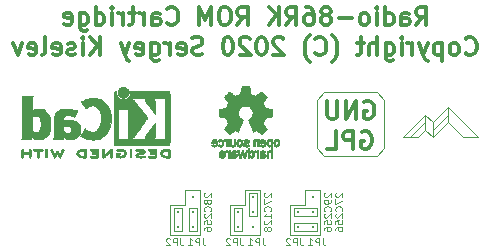
<source format=gbr>
G04 #@! TF.GenerationSoftware,KiCad,Pcbnew,(5.1.0)-1*
G04 #@! TF.CreationDate,2020-02-17T20:17:44-08:00*
G04 #@! TF.ProjectId,radio-86rk-rom,72616469-6f2d-4383-9672-6b2d726f6d2e,rev?*
G04 #@! TF.SameCoordinates,Original*
G04 #@! TF.FileFunction,Legend,Bot*
G04 #@! TF.FilePolarity,Positive*
%FSLAX46Y46*%
G04 Gerber Fmt 4.6, Leading zero omitted, Abs format (unit mm)*
G04 Created by KiCad (PCBNEW (5.1.0)-1) date 2020-02-17 20:17:44*
%MOMM*%
%LPD*%
G04 APERTURE LIST*
%ADD10C,0.120000*%
%ADD11C,0.300000*%
%ADD12C,0.010000*%
G04 APERTURE END LIST*
D10*
X146413571Y-108240714D02*
X146385000Y-108269285D01*
X146356428Y-108326428D01*
X146356428Y-108469285D01*
X146385000Y-108526428D01*
X146413571Y-108555000D01*
X146470714Y-108583571D01*
X146527857Y-108583571D01*
X146613571Y-108555000D01*
X146956428Y-108212142D01*
X146956428Y-108583571D01*
X146956428Y-108869285D02*
X146956428Y-108983571D01*
X146927857Y-109040714D01*
X146899285Y-109069285D01*
X146813571Y-109126428D01*
X146699285Y-109155000D01*
X146470714Y-109155000D01*
X146413571Y-109126428D01*
X146385000Y-109097857D01*
X146356428Y-109040714D01*
X146356428Y-108926428D01*
X146385000Y-108869285D01*
X146413571Y-108840714D01*
X146470714Y-108812142D01*
X146613571Y-108812142D01*
X146670714Y-108840714D01*
X146699285Y-108869285D01*
X146727857Y-108926428D01*
X146727857Y-109040714D01*
X146699285Y-109097857D01*
X146670714Y-109126428D01*
X146613571Y-109155000D01*
X146899285Y-109755000D02*
X146927857Y-109726428D01*
X146956428Y-109640714D01*
X146956428Y-109583571D01*
X146927857Y-109497857D01*
X146870714Y-109440714D01*
X146813571Y-109412142D01*
X146699285Y-109383571D01*
X146613571Y-109383571D01*
X146499285Y-109412142D01*
X146442142Y-109440714D01*
X146385000Y-109497857D01*
X146356428Y-109583571D01*
X146356428Y-109640714D01*
X146385000Y-109726428D01*
X146413571Y-109755000D01*
X146413571Y-109983571D02*
X146385000Y-110012142D01*
X146356428Y-110069285D01*
X146356428Y-110212142D01*
X146385000Y-110269285D01*
X146413571Y-110297857D01*
X146470714Y-110326428D01*
X146527857Y-110326428D01*
X146613571Y-110297857D01*
X146956428Y-109955000D01*
X146956428Y-110326428D01*
X146356428Y-110869285D02*
X146356428Y-110583571D01*
X146642142Y-110555000D01*
X146613571Y-110583571D01*
X146585000Y-110640714D01*
X146585000Y-110783571D01*
X146613571Y-110840714D01*
X146642142Y-110869285D01*
X146699285Y-110897857D01*
X146842142Y-110897857D01*
X146899285Y-110869285D01*
X146927857Y-110840714D01*
X146956428Y-110783571D01*
X146956428Y-110640714D01*
X146927857Y-110583571D01*
X146899285Y-110555000D01*
X146356428Y-111412142D02*
X146356428Y-111297857D01*
X146385000Y-111240714D01*
X146413571Y-111212142D01*
X146499285Y-111155000D01*
X146613571Y-111126428D01*
X146842142Y-111126428D01*
X146899285Y-111155000D01*
X146927857Y-111183571D01*
X146956428Y-111240714D01*
X146956428Y-111355000D01*
X146927857Y-111412142D01*
X146899285Y-111440714D01*
X146842142Y-111469285D01*
X146699285Y-111469285D01*
X146642142Y-111440714D01*
X146613571Y-111412142D01*
X146585000Y-111355000D01*
X146585000Y-111240714D01*
X146613571Y-111183571D01*
X146642142Y-111155000D01*
X146699285Y-111126428D01*
X136072500Y-112066428D02*
X136072500Y-112495000D01*
X136101071Y-112580714D01*
X136158214Y-112637857D01*
X136243928Y-112666428D01*
X136301071Y-112666428D01*
X135786785Y-112666428D02*
X135786785Y-112066428D01*
X135558214Y-112066428D01*
X135501071Y-112095000D01*
X135472500Y-112123571D01*
X135443928Y-112180714D01*
X135443928Y-112266428D01*
X135472500Y-112323571D01*
X135501071Y-112352142D01*
X135558214Y-112380714D01*
X135786785Y-112380714D01*
X134872500Y-112666428D02*
X135215357Y-112666428D01*
X135043928Y-112666428D02*
X135043928Y-112066428D01*
X135101071Y-112152142D01*
X135158214Y-112209285D01*
X135215357Y-112237857D01*
X134167500Y-112066428D02*
X134167500Y-112495000D01*
X134196071Y-112580714D01*
X134253214Y-112637857D01*
X134338928Y-112666428D01*
X134396071Y-112666428D01*
X133881785Y-112666428D02*
X133881785Y-112066428D01*
X133653214Y-112066428D01*
X133596071Y-112095000D01*
X133567500Y-112123571D01*
X133538928Y-112180714D01*
X133538928Y-112266428D01*
X133567500Y-112323571D01*
X133596071Y-112352142D01*
X133653214Y-112380714D01*
X133881785Y-112380714D01*
X133310357Y-112123571D02*
X133281785Y-112095000D01*
X133224642Y-112066428D01*
X133081785Y-112066428D01*
X133024642Y-112095000D01*
X132996071Y-112123571D01*
X132967500Y-112180714D01*
X132967500Y-112237857D01*
X132996071Y-112323571D01*
X133338928Y-112666428D01*
X132967500Y-112666428D01*
X136253571Y-108240714D02*
X136225000Y-108269285D01*
X136196428Y-108326428D01*
X136196428Y-108469285D01*
X136225000Y-108526428D01*
X136253571Y-108555000D01*
X136310714Y-108583571D01*
X136367857Y-108583571D01*
X136453571Y-108555000D01*
X136796428Y-108212142D01*
X136796428Y-108583571D01*
X136453571Y-108926428D02*
X136425000Y-108869285D01*
X136396428Y-108840714D01*
X136339285Y-108812142D01*
X136310714Y-108812142D01*
X136253571Y-108840714D01*
X136225000Y-108869285D01*
X136196428Y-108926428D01*
X136196428Y-109040714D01*
X136225000Y-109097857D01*
X136253571Y-109126428D01*
X136310714Y-109155000D01*
X136339285Y-109155000D01*
X136396428Y-109126428D01*
X136425000Y-109097857D01*
X136453571Y-109040714D01*
X136453571Y-108926428D01*
X136482142Y-108869285D01*
X136510714Y-108840714D01*
X136567857Y-108812142D01*
X136682142Y-108812142D01*
X136739285Y-108840714D01*
X136767857Y-108869285D01*
X136796428Y-108926428D01*
X136796428Y-109040714D01*
X136767857Y-109097857D01*
X136739285Y-109126428D01*
X136682142Y-109155000D01*
X136567857Y-109155000D01*
X136510714Y-109126428D01*
X136482142Y-109097857D01*
X136453571Y-109040714D01*
X136739285Y-109755000D02*
X136767857Y-109726428D01*
X136796428Y-109640714D01*
X136796428Y-109583571D01*
X136767857Y-109497857D01*
X136710714Y-109440714D01*
X136653571Y-109412142D01*
X136539285Y-109383571D01*
X136453571Y-109383571D01*
X136339285Y-109412142D01*
X136282142Y-109440714D01*
X136225000Y-109497857D01*
X136196428Y-109583571D01*
X136196428Y-109640714D01*
X136225000Y-109726428D01*
X136253571Y-109755000D01*
X136253571Y-109983571D02*
X136225000Y-110012142D01*
X136196428Y-110069285D01*
X136196428Y-110212142D01*
X136225000Y-110269285D01*
X136253571Y-110297857D01*
X136310714Y-110326428D01*
X136367857Y-110326428D01*
X136453571Y-110297857D01*
X136796428Y-109955000D01*
X136796428Y-110326428D01*
X136196428Y-110869285D02*
X136196428Y-110583571D01*
X136482142Y-110555000D01*
X136453571Y-110583571D01*
X136425000Y-110640714D01*
X136425000Y-110783571D01*
X136453571Y-110840714D01*
X136482142Y-110869285D01*
X136539285Y-110897857D01*
X136682142Y-110897857D01*
X136739285Y-110869285D01*
X136767857Y-110840714D01*
X136796428Y-110783571D01*
X136796428Y-110640714D01*
X136767857Y-110583571D01*
X136739285Y-110555000D01*
X136196428Y-111412142D02*
X136196428Y-111297857D01*
X136225000Y-111240714D01*
X136253571Y-111212142D01*
X136339285Y-111155000D01*
X136453571Y-111126428D01*
X136682142Y-111126428D01*
X136739285Y-111155000D01*
X136767857Y-111183571D01*
X136796428Y-111240714D01*
X136796428Y-111355000D01*
X136767857Y-111412142D01*
X136739285Y-111440714D01*
X136682142Y-111469285D01*
X136539285Y-111469285D01*
X136482142Y-111440714D01*
X136453571Y-111412142D01*
X136425000Y-111355000D01*
X136425000Y-111240714D01*
X136453571Y-111183571D01*
X136482142Y-111155000D01*
X136539285Y-111126428D01*
X135318500Y-108585000D02*
G75*
G03X135318500Y-108585000I-63500J0D01*
G01*
X134620000Y-107950000D02*
X135890000Y-107950000D01*
X134937500Y-111442500D02*
X134937500Y-109537500D01*
X134937500Y-109537500D02*
X135572500Y-109537500D01*
X135318500Y-111125000D02*
G75*
G03X135318500Y-111125000I-63500J0D01*
G01*
X133350000Y-111760000D02*
X135890000Y-111760000D01*
X134048500Y-109855000D02*
G75*
G03X134048500Y-109855000I-63500J0D01*
G01*
X135572500Y-109537500D02*
X135572500Y-111442500D01*
X134620000Y-109220000D02*
X134620000Y-107950000D01*
X134620000Y-109220000D02*
X133350000Y-109220000D01*
X135572500Y-111442500D02*
X134937500Y-111442500D01*
X134048500Y-111125000D02*
G75*
G03X134048500Y-111125000I-63500J0D01*
G01*
X135318500Y-109855000D02*
G75*
G03X135318500Y-109855000I-63500J0D01*
G01*
X133667500Y-109537500D02*
X134302500Y-109537500D01*
X134302500Y-111442500D02*
X133667500Y-111442500D01*
X133667500Y-111442500D02*
X133667500Y-109537500D01*
X135890000Y-111760000D02*
X135890000Y-107950000D01*
X133350000Y-111760000D02*
X133350000Y-109220000D01*
X134302500Y-109537500D02*
X134302500Y-111442500D01*
X138747500Y-111442500D02*
X138747500Y-109537500D01*
X139382500Y-111442500D02*
X138747500Y-111442500D01*
X139382500Y-109537500D02*
X139382500Y-111442500D01*
X138747500Y-109537500D02*
X139382500Y-109537500D01*
X140970000Y-111760000D02*
X140970000Y-107950000D01*
X138430000Y-111760000D02*
X138430000Y-109220000D01*
X146050000Y-107950000D02*
X146050000Y-111760000D01*
X143510000Y-109220000D02*
X143510000Y-111760000D01*
X143827500Y-110172500D02*
X143827500Y-109537500D01*
X145732500Y-110172500D02*
X143827500Y-110172500D01*
X145732500Y-109537500D02*
X145732500Y-110172500D01*
X143827500Y-109537500D02*
X145732500Y-109537500D01*
X141333571Y-108240714D02*
X141305000Y-108269285D01*
X141276428Y-108326428D01*
X141276428Y-108469285D01*
X141305000Y-108526428D01*
X141333571Y-108555000D01*
X141390714Y-108583571D01*
X141447857Y-108583571D01*
X141533571Y-108555000D01*
X141876428Y-108212142D01*
X141876428Y-108583571D01*
X141276428Y-108783571D02*
X141276428Y-109183571D01*
X141876428Y-108926428D01*
X141819285Y-109755000D02*
X141847857Y-109726428D01*
X141876428Y-109640714D01*
X141876428Y-109583571D01*
X141847857Y-109497857D01*
X141790714Y-109440714D01*
X141733571Y-109412142D01*
X141619285Y-109383571D01*
X141533571Y-109383571D01*
X141419285Y-109412142D01*
X141362142Y-109440714D01*
X141305000Y-109497857D01*
X141276428Y-109583571D01*
X141276428Y-109640714D01*
X141305000Y-109726428D01*
X141333571Y-109755000D01*
X141876428Y-110326428D02*
X141876428Y-109983571D01*
X141876428Y-110155000D02*
X141276428Y-110155000D01*
X141362142Y-110097857D01*
X141419285Y-110040714D01*
X141447857Y-109983571D01*
X141333571Y-110555000D02*
X141305000Y-110583571D01*
X141276428Y-110640714D01*
X141276428Y-110783571D01*
X141305000Y-110840714D01*
X141333571Y-110869285D01*
X141390714Y-110897857D01*
X141447857Y-110897857D01*
X141533571Y-110869285D01*
X141876428Y-110526428D01*
X141876428Y-110897857D01*
X141533571Y-111240714D02*
X141505000Y-111183571D01*
X141476428Y-111155000D01*
X141419285Y-111126428D01*
X141390714Y-111126428D01*
X141333571Y-111155000D01*
X141305000Y-111183571D01*
X141276428Y-111240714D01*
X141276428Y-111355000D01*
X141305000Y-111412142D01*
X141333571Y-111440714D01*
X141390714Y-111469285D01*
X141419285Y-111469285D01*
X141476428Y-111440714D01*
X141505000Y-111412142D01*
X141533571Y-111355000D01*
X141533571Y-111240714D01*
X141562142Y-111183571D01*
X141590714Y-111155000D01*
X141647857Y-111126428D01*
X141762142Y-111126428D01*
X141819285Y-111155000D01*
X141847857Y-111183571D01*
X141876428Y-111240714D01*
X141876428Y-111355000D01*
X141847857Y-111412142D01*
X141819285Y-111440714D01*
X141762142Y-111469285D01*
X141647857Y-111469285D01*
X141590714Y-111440714D01*
X141562142Y-111412142D01*
X141533571Y-111355000D01*
X141152500Y-112066428D02*
X141152500Y-112495000D01*
X141181071Y-112580714D01*
X141238214Y-112637857D01*
X141323928Y-112666428D01*
X141381071Y-112666428D01*
X140866785Y-112666428D02*
X140866785Y-112066428D01*
X140638214Y-112066428D01*
X140581071Y-112095000D01*
X140552500Y-112123571D01*
X140523928Y-112180714D01*
X140523928Y-112266428D01*
X140552500Y-112323571D01*
X140581071Y-112352142D01*
X140638214Y-112380714D01*
X140866785Y-112380714D01*
X139952500Y-112666428D02*
X140295357Y-112666428D01*
X140123928Y-112666428D02*
X140123928Y-112066428D01*
X140181071Y-112152142D01*
X140238214Y-112209285D01*
X140295357Y-112237857D01*
X139247500Y-112066428D02*
X139247500Y-112495000D01*
X139276071Y-112580714D01*
X139333214Y-112637857D01*
X139418928Y-112666428D01*
X139476071Y-112666428D01*
X138961785Y-112666428D02*
X138961785Y-112066428D01*
X138733214Y-112066428D01*
X138676071Y-112095000D01*
X138647500Y-112123571D01*
X138618928Y-112180714D01*
X138618928Y-112266428D01*
X138647500Y-112323571D01*
X138676071Y-112352142D01*
X138733214Y-112380714D01*
X138961785Y-112380714D01*
X138390357Y-112123571D02*
X138361785Y-112095000D01*
X138304642Y-112066428D01*
X138161785Y-112066428D01*
X138104642Y-112095000D01*
X138076071Y-112123571D01*
X138047500Y-112180714D01*
X138047500Y-112237857D01*
X138076071Y-112323571D01*
X138418928Y-112666428D01*
X138047500Y-112666428D01*
X140017500Y-108267500D02*
X140652500Y-108267500D01*
X140398500Y-108585000D02*
G75*
G03X140398500Y-108585000I-63500J0D01*
G01*
X139128500Y-109855000D02*
G75*
G03X139128500Y-109855000I-63500J0D01*
G01*
X140017500Y-110172500D02*
X140017500Y-108267500D01*
X140398500Y-111125000D02*
G75*
G03X140398500Y-111125000I-63500J0D01*
G01*
X140652500Y-108267500D02*
X140652500Y-110172500D01*
X140652500Y-110172500D02*
X140017500Y-110172500D01*
X139128500Y-111125000D02*
G75*
G03X139128500Y-111125000I-63500J0D01*
G01*
X139700000Y-107950000D02*
X140970000Y-107950000D01*
X139700000Y-109220000D02*
X138430000Y-109220000D01*
X138430000Y-111760000D02*
X140970000Y-111760000D01*
X139700000Y-109220000D02*
X139700000Y-107950000D01*
X140398500Y-109855000D02*
G75*
G03X140398500Y-109855000I-63500J0D01*
G01*
X144208500Y-109855000D02*
G75*
G03X144208500Y-109855000I-63500J0D01*
G01*
X145478500Y-108585000D02*
G75*
G03X145478500Y-108585000I-63500J0D01*
G01*
X145478500Y-109855000D02*
G75*
G03X145478500Y-109855000I-63500J0D01*
G01*
X145478500Y-111125000D02*
G75*
G03X145478500Y-111125000I-63500J0D01*
G01*
X144208500Y-111125000D02*
G75*
G03X144208500Y-111125000I-63500J0D01*
G01*
X145732500Y-111442500D02*
X143827500Y-111442500D01*
X145732500Y-110807500D02*
X145732500Y-111442500D01*
X143827500Y-110807500D02*
X145732500Y-110807500D01*
X143827500Y-111442500D02*
X143827500Y-110807500D01*
X147366071Y-108240714D02*
X147337500Y-108269285D01*
X147308928Y-108326428D01*
X147308928Y-108469285D01*
X147337500Y-108526428D01*
X147366071Y-108555000D01*
X147423214Y-108583571D01*
X147480357Y-108583571D01*
X147566071Y-108555000D01*
X147908928Y-108212142D01*
X147908928Y-108583571D01*
X147308928Y-108783571D02*
X147308928Y-109183571D01*
X147908928Y-108926428D01*
X147851785Y-109755000D02*
X147880357Y-109726428D01*
X147908928Y-109640714D01*
X147908928Y-109583571D01*
X147880357Y-109497857D01*
X147823214Y-109440714D01*
X147766071Y-109412142D01*
X147651785Y-109383571D01*
X147566071Y-109383571D01*
X147451785Y-109412142D01*
X147394642Y-109440714D01*
X147337500Y-109497857D01*
X147308928Y-109583571D01*
X147308928Y-109640714D01*
X147337500Y-109726428D01*
X147366071Y-109755000D01*
X147366071Y-109983571D02*
X147337500Y-110012142D01*
X147308928Y-110069285D01*
X147308928Y-110212142D01*
X147337500Y-110269285D01*
X147366071Y-110297857D01*
X147423214Y-110326428D01*
X147480357Y-110326428D01*
X147566071Y-110297857D01*
X147908928Y-109955000D01*
X147908928Y-110326428D01*
X147308928Y-110869285D02*
X147308928Y-110583571D01*
X147594642Y-110555000D01*
X147566071Y-110583571D01*
X147537500Y-110640714D01*
X147537500Y-110783571D01*
X147566071Y-110840714D01*
X147594642Y-110869285D01*
X147651785Y-110897857D01*
X147794642Y-110897857D01*
X147851785Y-110869285D01*
X147880357Y-110840714D01*
X147908928Y-110783571D01*
X147908928Y-110640714D01*
X147880357Y-110583571D01*
X147851785Y-110555000D01*
X147308928Y-111412142D02*
X147308928Y-111297857D01*
X147337500Y-111240714D01*
X147366071Y-111212142D01*
X147451785Y-111155000D01*
X147566071Y-111126428D01*
X147794642Y-111126428D01*
X147851785Y-111155000D01*
X147880357Y-111183571D01*
X147908928Y-111240714D01*
X147908928Y-111355000D01*
X147880357Y-111412142D01*
X147851785Y-111440714D01*
X147794642Y-111469285D01*
X147651785Y-111469285D01*
X147594642Y-111440714D01*
X147566071Y-111412142D01*
X147537500Y-111355000D01*
X147537500Y-111240714D01*
X147566071Y-111183571D01*
X147594642Y-111155000D01*
X147651785Y-111126428D01*
X146232500Y-112066428D02*
X146232500Y-112495000D01*
X146261071Y-112580714D01*
X146318214Y-112637857D01*
X146403928Y-112666428D01*
X146461071Y-112666428D01*
X145946785Y-112666428D02*
X145946785Y-112066428D01*
X145718214Y-112066428D01*
X145661071Y-112095000D01*
X145632500Y-112123571D01*
X145603928Y-112180714D01*
X145603928Y-112266428D01*
X145632500Y-112323571D01*
X145661071Y-112352142D01*
X145718214Y-112380714D01*
X145946785Y-112380714D01*
X145032500Y-112666428D02*
X145375357Y-112666428D01*
X145203928Y-112666428D02*
X145203928Y-112066428D01*
X145261071Y-112152142D01*
X145318214Y-112209285D01*
X145375357Y-112237857D01*
X144327500Y-112066428D02*
X144327500Y-112495000D01*
X144356071Y-112580714D01*
X144413214Y-112637857D01*
X144498928Y-112666428D01*
X144556071Y-112666428D01*
X144041785Y-112666428D02*
X144041785Y-112066428D01*
X143813214Y-112066428D01*
X143756071Y-112095000D01*
X143727500Y-112123571D01*
X143698928Y-112180714D01*
X143698928Y-112266428D01*
X143727500Y-112323571D01*
X143756071Y-112352142D01*
X143813214Y-112380714D01*
X144041785Y-112380714D01*
X143470357Y-112123571D02*
X143441785Y-112095000D01*
X143384642Y-112066428D01*
X143241785Y-112066428D01*
X143184642Y-112095000D01*
X143156071Y-112123571D01*
X143127500Y-112180714D01*
X143127500Y-112237857D01*
X143156071Y-112323571D01*
X143498928Y-112666428D01*
X143127500Y-112666428D01*
X143510000Y-111760000D02*
X146050000Y-111760000D01*
X144780000Y-109220000D02*
X143510000Y-109220000D01*
X144780000Y-109220000D02*
X144780000Y-107950000D01*
X144780000Y-107950000D02*
X146050000Y-107950000D01*
X155575000Y-102870000D02*
X156845000Y-101600000D01*
X153670000Y-103505000D02*
X154940000Y-102235000D01*
X155575000Y-103505000D02*
X155575000Y-102235000D01*
X154940000Y-102870000D02*
X154940000Y-101600000D01*
X156845000Y-102235000D02*
X156845000Y-100965000D01*
X158115000Y-103505000D02*
X159385000Y-103505000D01*
X156845000Y-102235000D02*
X158115000Y-103505000D01*
X155575000Y-103505000D02*
X156845000Y-102235000D01*
X154940000Y-102870000D02*
X155575000Y-103505000D01*
X154305000Y-103505000D02*
X154940000Y-102870000D01*
X153035000Y-103505000D02*
X154305000Y-103505000D01*
X154940000Y-101600000D02*
X153035000Y-103505000D01*
X155575000Y-102235000D02*
X154940000Y-101600000D01*
X156845000Y-100965000D02*
X155575000Y-102235000D01*
X159385000Y-103505000D02*
X156845000Y-100965000D01*
X150812500Y-105092500D02*
X146367500Y-105092500D01*
X146367500Y-99695000D02*
X150812500Y-99695000D01*
D11*
X149768571Y-100527500D02*
X149911428Y-100456071D01*
X150125714Y-100456071D01*
X150340000Y-100527500D01*
X150482857Y-100670357D01*
X150554285Y-100813214D01*
X150625714Y-101098928D01*
X150625714Y-101313214D01*
X150554285Y-101598928D01*
X150482857Y-101741785D01*
X150340000Y-101884642D01*
X150125714Y-101956071D01*
X149982857Y-101956071D01*
X149768571Y-101884642D01*
X149697142Y-101813214D01*
X149697142Y-101313214D01*
X149982857Y-101313214D01*
X149054285Y-101956071D02*
X149054285Y-100456071D01*
X148197142Y-101956071D01*
X148197142Y-100456071D01*
X147482857Y-100456071D02*
X147482857Y-101670357D01*
X147411428Y-101813214D01*
X147340000Y-101884642D01*
X147197142Y-101956071D01*
X146911428Y-101956071D01*
X146768571Y-101884642D01*
X146697142Y-101813214D01*
X146625714Y-101670357D01*
X146625714Y-100456071D01*
X149554285Y-103077500D02*
X149697142Y-103006071D01*
X149911428Y-103006071D01*
X150125714Y-103077500D01*
X150268571Y-103220357D01*
X150340000Y-103363214D01*
X150411428Y-103648928D01*
X150411428Y-103863214D01*
X150340000Y-104148928D01*
X150268571Y-104291785D01*
X150125714Y-104434642D01*
X149911428Y-104506071D01*
X149768571Y-104506071D01*
X149554285Y-104434642D01*
X149482857Y-104363214D01*
X149482857Y-103863214D01*
X149768571Y-103863214D01*
X148840000Y-104506071D02*
X148840000Y-103006071D01*
X148268571Y-103006071D01*
X148125714Y-103077500D01*
X148054285Y-103148928D01*
X147982857Y-103291785D01*
X147982857Y-103506071D01*
X148054285Y-103648928D01*
X148125714Y-103720357D01*
X148268571Y-103791785D01*
X148840000Y-103791785D01*
X146625714Y-104506071D02*
X147340000Y-104506071D01*
X147340000Y-103006071D01*
D10*
X145732500Y-100330000D02*
X146367500Y-99695000D01*
X145732500Y-104457500D02*
X145732500Y-100330000D01*
X146367500Y-105092500D02*
X145732500Y-104457500D01*
X151447500Y-104457500D02*
X150812500Y-105092500D01*
X151447500Y-100330000D02*
X151447500Y-104457500D01*
X150812500Y-99695000D02*
X151447500Y-100330000D01*
D11*
X154164285Y-94018571D02*
X154664285Y-93304285D01*
X155021428Y-94018571D02*
X155021428Y-92518571D01*
X154450000Y-92518571D01*
X154307142Y-92590000D01*
X154235714Y-92661428D01*
X154164285Y-92804285D01*
X154164285Y-93018571D01*
X154235714Y-93161428D01*
X154307142Y-93232857D01*
X154450000Y-93304285D01*
X155021428Y-93304285D01*
X152878571Y-94018571D02*
X152878571Y-93232857D01*
X152950000Y-93090000D01*
X153092857Y-93018571D01*
X153378571Y-93018571D01*
X153521428Y-93090000D01*
X152878571Y-93947142D02*
X153021428Y-94018571D01*
X153378571Y-94018571D01*
X153521428Y-93947142D01*
X153592857Y-93804285D01*
X153592857Y-93661428D01*
X153521428Y-93518571D01*
X153378571Y-93447142D01*
X153021428Y-93447142D01*
X152878571Y-93375714D01*
X151521428Y-94018571D02*
X151521428Y-92518571D01*
X151521428Y-93947142D02*
X151664285Y-94018571D01*
X151950000Y-94018571D01*
X152092857Y-93947142D01*
X152164285Y-93875714D01*
X152235714Y-93732857D01*
X152235714Y-93304285D01*
X152164285Y-93161428D01*
X152092857Y-93090000D01*
X151950000Y-93018571D01*
X151664285Y-93018571D01*
X151521428Y-93090000D01*
X150807142Y-94018571D02*
X150807142Y-93018571D01*
X150807142Y-92518571D02*
X150878571Y-92590000D01*
X150807142Y-92661428D01*
X150735714Y-92590000D01*
X150807142Y-92518571D01*
X150807142Y-92661428D01*
X149878571Y-94018571D02*
X150021428Y-93947142D01*
X150092857Y-93875714D01*
X150164285Y-93732857D01*
X150164285Y-93304285D01*
X150092857Y-93161428D01*
X150021428Y-93090000D01*
X149878571Y-93018571D01*
X149664285Y-93018571D01*
X149521428Y-93090000D01*
X149450000Y-93161428D01*
X149378571Y-93304285D01*
X149378571Y-93732857D01*
X149450000Y-93875714D01*
X149521428Y-93947142D01*
X149664285Y-94018571D01*
X149878571Y-94018571D01*
X148735714Y-93447142D02*
X147592857Y-93447142D01*
X146664285Y-93161428D02*
X146807142Y-93090000D01*
X146878571Y-93018571D01*
X146950000Y-92875714D01*
X146950000Y-92804285D01*
X146878571Y-92661428D01*
X146807142Y-92590000D01*
X146664285Y-92518571D01*
X146378571Y-92518571D01*
X146235714Y-92590000D01*
X146164285Y-92661428D01*
X146092857Y-92804285D01*
X146092857Y-92875714D01*
X146164285Y-93018571D01*
X146235714Y-93090000D01*
X146378571Y-93161428D01*
X146664285Y-93161428D01*
X146807142Y-93232857D01*
X146878571Y-93304285D01*
X146950000Y-93447142D01*
X146950000Y-93732857D01*
X146878571Y-93875714D01*
X146807142Y-93947142D01*
X146664285Y-94018571D01*
X146378571Y-94018571D01*
X146235714Y-93947142D01*
X146164285Y-93875714D01*
X146092857Y-93732857D01*
X146092857Y-93447142D01*
X146164285Y-93304285D01*
X146235714Y-93232857D01*
X146378571Y-93161428D01*
X144807142Y-92518571D02*
X145092857Y-92518571D01*
X145235714Y-92590000D01*
X145307142Y-92661428D01*
X145450000Y-92875714D01*
X145521428Y-93161428D01*
X145521428Y-93732857D01*
X145450000Y-93875714D01*
X145378571Y-93947142D01*
X145235714Y-94018571D01*
X144950000Y-94018571D01*
X144807142Y-93947142D01*
X144735714Y-93875714D01*
X144664285Y-93732857D01*
X144664285Y-93375714D01*
X144735714Y-93232857D01*
X144807142Y-93161428D01*
X144950000Y-93090000D01*
X145235714Y-93090000D01*
X145378571Y-93161428D01*
X145450000Y-93232857D01*
X145521428Y-93375714D01*
X143164285Y-94018571D02*
X143664285Y-93304285D01*
X144021428Y-94018571D02*
X144021428Y-92518571D01*
X143450000Y-92518571D01*
X143307142Y-92590000D01*
X143235714Y-92661428D01*
X143164285Y-92804285D01*
X143164285Y-93018571D01*
X143235714Y-93161428D01*
X143307142Y-93232857D01*
X143450000Y-93304285D01*
X144021428Y-93304285D01*
X142521428Y-94018571D02*
X142521428Y-92518571D01*
X141664285Y-94018571D02*
X142307142Y-93161428D01*
X141664285Y-92518571D02*
X142521428Y-93375714D01*
X139021428Y-94018571D02*
X139521428Y-93304285D01*
X139878571Y-94018571D02*
X139878571Y-92518571D01*
X139307142Y-92518571D01*
X139164285Y-92590000D01*
X139092857Y-92661428D01*
X139021428Y-92804285D01*
X139021428Y-93018571D01*
X139092857Y-93161428D01*
X139164285Y-93232857D01*
X139307142Y-93304285D01*
X139878571Y-93304285D01*
X138092857Y-92518571D02*
X137807142Y-92518571D01*
X137664285Y-92590000D01*
X137521428Y-92732857D01*
X137450000Y-93018571D01*
X137450000Y-93518571D01*
X137521428Y-93804285D01*
X137664285Y-93947142D01*
X137807142Y-94018571D01*
X138092857Y-94018571D01*
X138235714Y-93947142D01*
X138378571Y-93804285D01*
X138450000Y-93518571D01*
X138450000Y-93018571D01*
X138378571Y-92732857D01*
X138235714Y-92590000D01*
X138092857Y-92518571D01*
X136807142Y-94018571D02*
X136807142Y-92518571D01*
X136307142Y-93590000D01*
X135807142Y-92518571D01*
X135807142Y-94018571D01*
X133092857Y-93875714D02*
X133164285Y-93947142D01*
X133378571Y-94018571D01*
X133521428Y-94018571D01*
X133735714Y-93947142D01*
X133878571Y-93804285D01*
X133950000Y-93661428D01*
X134021428Y-93375714D01*
X134021428Y-93161428D01*
X133950000Y-92875714D01*
X133878571Y-92732857D01*
X133735714Y-92590000D01*
X133521428Y-92518571D01*
X133378571Y-92518571D01*
X133164285Y-92590000D01*
X133092857Y-92661428D01*
X131807142Y-94018571D02*
X131807142Y-93232857D01*
X131878571Y-93090000D01*
X132021428Y-93018571D01*
X132307142Y-93018571D01*
X132450000Y-93090000D01*
X131807142Y-93947142D02*
X131950000Y-94018571D01*
X132307142Y-94018571D01*
X132450000Y-93947142D01*
X132521428Y-93804285D01*
X132521428Y-93661428D01*
X132450000Y-93518571D01*
X132307142Y-93447142D01*
X131950000Y-93447142D01*
X131807142Y-93375714D01*
X131092857Y-94018571D02*
X131092857Y-93018571D01*
X131092857Y-93304285D02*
X131021428Y-93161428D01*
X130950000Y-93090000D01*
X130807142Y-93018571D01*
X130664285Y-93018571D01*
X130378571Y-93018571D02*
X129807142Y-93018571D01*
X130164285Y-92518571D02*
X130164285Y-93804285D01*
X130092857Y-93947142D01*
X129950000Y-94018571D01*
X129807142Y-94018571D01*
X129307142Y-94018571D02*
X129307142Y-93018571D01*
X129307142Y-93304285D02*
X129235714Y-93161428D01*
X129164285Y-93090000D01*
X129021428Y-93018571D01*
X128878571Y-93018571D01*
X128378571Y-94018571D02*
X128378571Y-93018571D01*
X128378571Y-92518571D02*
X128450000Y-92590000D01*
X128378571Y-92661428D01*
X128307142Y-92590000D01*
X128378571Y-92518571D01*
X128378571Y-92661428D01*
X127021428Y-94018571D02*
X127021428Y-92518571D01*
X127021428Y-93947142D02*
X127164285Y-94018571D01*
X127450000Y-94018571D01*
X127592857Y-93947142D01*
X127664285Y-93875714D01*
X127735714Y-93732857D01*
X127735714Y-93304285D01*
X127664285Y-93161428D01*
X127592857Y-93090000D01*
X127450000Y-93018571D01*
X127164285Y-93018571D01*
X127021428Y-93090000D01*
X125664285Y-93018571D02*
X125664285Y-94232857D01*
X125735714Y-94375714D01*
X125807142Y-94447142D01*
X125950000Y-94518571D01*
X126164285Y-94518571D01*
X126307142Y-94447142D01*
X125664285Y-93947142D02*
X125807142Y-94018571D01*
X126092857Y-94018571D01*
X126235714Y-93947142D01*
X126307142Y-93875714D01*
X126378571Y-93732857D01*
X126378571Y-93304285D01*
X126307142Y-93161428D01*
X126235714Y-93090000D01*
X126092857Y-93018571D01*
X125807142Y-93018571D01*
X125664285Y-93090000D01*
X124378571Y-93947142D02*
X124521428Y-94018571D01*
X124807142Y-94018571D01*
X124950000Y-93947142D01*
X125021428Y-93804285D01*
X125021428Y-93232857D01*
X124950000Y-93090000D01*
X124807142Y-93018571D01*
X124521428Y-93018571D01*
X124378571Y-93090000D01*
X124307142Y-93232857D01*
X124307142Y-93375714D01*
X125021428Y-93518571D01*
X158342857Y-96425714D02*
X158414285Y-96497142D01*
X158628571Y-96568571D01*
X158771428Y-96568571D01*
X158985714Y-96497142D01*
X159128571Y-96354285D01*
X159200000Y-96211428D01*
X159271428Y-95925714D01*
X159271428Y-95711428D01*
X159200000Y-95425714D01*
X159128571Y-95282857D01*
X158985714Y-95140000D01*
X158771428Y-95068571D01*
X158628571Y-95068571D01*
X158414285Y-95140000D01*
X158342857Y-95211428D01*
X157485714Y-96568571D02*
X157628571Y-96497142D01*
X157700000Y-96425714D01*
X157771428Y-96282857D01*
X157771428Y-95854285D01*
X157700000Y-95711428D01*
X157628571Y-95640000D01*
X157485714Y-95568571D01*
X157271428Y-95568571D01*
X157128571Y-95640000D01*
X157057142Y-95711428D01*
X156985714Y-95854285D01*
X156985714Y-96282857D01*
X157057142Y-96425714D01*
X157128571Y-96497142D01*
X157271428Y-96568571D01*
X157485714Y-96568571D01*
X156342857Y-95568571D02*
X156342857Y-97068571D01*
X156342857Y-95640000D02*
X156200000Y-95568571D01*
X155914285Y-95568571D01*
X155771428Y-95640000D01*
X155700000Y-95711428D01*
X155628571Y-95854285D01*
X155628571Y-96282857D01*
X155700000Y-96425714D01*
X155771428Y-96497142D01*
X155914285Y-96568571D01*
X156200000Y-96568571D01*
X156342857Y-96497142D01*
X155128571Y-95568571D02*
X154771428Y-96568571D01*
X154414285Y-95568571D02*
X154771428Y-96568571D01*
X154914285Y-96925714D01*
X154985714Y-96997142D01*
X155128571Y-97068571D01*
X153842857Y-96568571D02*
X153842857Y-95568571D01*
X153842857Y-95854285D02*
X153771428Y-95711428D01*
X153700000Y-95640000D01*
X153557142Y-95568571D01*
X153414285Y-95568571D01*
X152914285Y-96568571D02*
X152914285Y-95568571D01*
X152914285Y-95068571D02*
X152985714Y-95140000D01*
X152914285Y-95211428D01*
X152842857Y-95140000D01*
X152914285Y-95068571D01*
X152914285Y-95211428D01*
X151557142Y-95568571D02*
X151557142Y-96782857D01*
X151628571Y-96925714D01*
X151700000Y-96997142D01*
X151842857Y-97068571D01*
X152057142Y-97068571D01*
X152200000Y-96997142D01*
X151557142Y-96497142D02*
X151700000Y-96568571D01*
X151985714Y-96568571D01*
X152128571Y-96497142D01*
X152200000Y-96425714D01*
X152271428Y-96282857D01*
X152271428Y-95854285D01*
X152200000Y-95711428D01*
X152128571Y-95640000D01*
X151985714Y-95568571D01*
X151700000Y-95568571D01*
X151557142Y-95640000D01*
X150842857Y-96568571D02*
X150842857Y-95068571D01*
X150200000Y-96568571D02*
X150200000Y-95782857D01*
X150271428Y-95640000D01*
X150414285Y-95568571D01*
X150628571Y-95568571D01*
X150771428Y-95640000D01*
X150842857Y-95711428D01*
X149700000Y-95568571D02*
X149128571Y-95568571D01*
X149485714Y-95068571D02*
X149485714Y-96354285D01*
X149414285Y-96497142D01*
X149271428Y-96568571D01*
X149128571Y-96568571D01*
X147057142Y-97140000D02*
X147128571Y-97068571D01*
X147271428Y-96854285D01*
X147342857Y-96711428D01*
X147414285Y-96497142D01*
X147485714Y-96140000D01*
X147485714Y-95854285D01*
X147414285Y-95497142D01*
X147342857Y-95282857D01*
X147271428Y-95140000D01*
X147128571Y-94925714D01*
X147057142Y-94854285D01*
X145628571Y-96425714D02*
X145700000Y-96497142D01*
X145914285Y-96568571D01*
X146057142Y-96568571D01*
X146271428Y-96497142D01*
X146414285Y-96354285D01*
X146485714Y-96211428D01*
X146557142Y-95925714D01*
X146557142Y-95711428D01*
X146485714Y-95425714D01*
X146414285Y-95282857D01*
X146271428Y-95140000D01*
X146057142Y-95068571D01*
X145914285Y-95068571D01*
X145700000Y-95140000D01*
X145628571Y-95211428D01*
X145128571Y-97140000D02*
X145057142Y-97068571D01*
X144914285Y-96854285D01*
X144842857Y-96711428D01*
X144771428Y-96497142D01*
X144700000Y-96140000D01*
X144700000Y-95854285D01*
X144771428Y-95497142D01*
X144842857Y-95282857D01*
X144914285Y-95140000D01*
X145057142Y-94925714D01*
X145128571Y-94854285D01*
X142914285Y-95211428D02*
X142842857Y-95140000D01*
X142700000Y-95068571D01*
X142342857Y-95068571D01*
X142200000Y-95140000D01*
X142128571Y-95211428D01*
X142057142Y-95354285D01*
X142057142Y-95497142D01*
X142128571Y-95711428D01*
X142985714Y-96568571D01*
X142057142Y-96568571D01*
X141128571Y-95068571D02*
X140985714Y-95068571D01*
X140842857Y-95140000D01*
X140771428Y-95211428D01*
X140700000Y-95354285D01*
X140628571Y-95640000D01*
X140628571Y-95997142D01*
X140700000Y-96282857D01*
X140771428Y-96425714D01*
X140842857Y-96497142D01*
X140985714Y-96568571D01*
X141128571Y-96568571D01*
X141271428Y-96497142D01*
X141342857Y-96425714D01*
X141414285Y-96282857D01*
X141485714Y-95997142D01*
X141485714Y-95640000D01*
X141414285Y-95354285D01*
X141342857Y-95211428D01*
X141271428Y-95140000D01*
X141128571Y-95068571D01*
X140057142Y-95211428D02*
X139985714Y-95140000D01*
X139842857Y-95068571D01*
X139485714Y-95068571D01*
X139342857Y-95140000D01*
X139271428Y-95211428D01*
X139200000Y-95354285D01*
X139200000Y-95497142D01*
X139271428Y-95711428D01*
X140128571Y-96568571D01*
X139200000Y-96568571D01*
X138271428Y-95068571D02*
X138128571Y-95068571D01*
X137985714Y-95140000D01*
X137914285Y-95211428D01*
X137842857Y-95354285D01*
X137771428Y-95640000D01*
X137771428Y-95997142D01*
X137842857Y-96282857D01*
X137914285Y-96425714D01*
X137985714Y-96497142D01*
X138128571Y-96568571D01*
X138271428Y-96568571D01*
X138414285Y-96497142D01*
X138485714Y-96425714D01*
X138557142Y-96282857D01*
X138628571Y-95997142D01*
X138628571Y-95640000D01*
X138557142Y-95354285D01*
X138485714Y-95211428D01*
X138414285Y-95140000D01*
X138271428Y-95068571D01*
X136057142Y-96497142D02*
X135842857Y-96568571D01*
X135485714Y-96568571D01*
X135342857Y-96497142D01*
X135271428Y-96425714D01*
X135200000Y-96282857D01*
X135200000Y-96140000D01*
X135271428Y-95997142D01*
X135342857Y-95925714D01*
X135485714Y-95854285D01*
X135771428Y-95782857D01*
X135914285Y-95711428D01*
X135985714Y-95640000D01*
X136057142Y-95497142D01*
X136057142Y-95354285D01*
X135985714Y-95211428D01*
X135914285Y-95140000D01*
X135771428Y-95068571D01*
X135414285Y-95068571D01*
X135200000Y-95140000D01*
X133985714Y-96497142D02*
X134128571Y-96568571D01*
X134414285Y-96568571D01*
X134557142Y-96497142D01*
X134628571Y-96354285D01*
X134628571Y-95782857D01*
X134557142Y-95640000D01*
X134414285Y-95568571D01*
X134128571Y-95568571D01*
X133985714Y-95640000D01*
X133914285Y-95782857D01*
X133914285Y-95925714D01*
X134628571Y-96068571D01*
X133271428Y-96568571D02*
X133271428Y-95568571D01*
X133271428Y-95854285D02*
X133200000Y-95711428D01*
X133128571Y-95640000D01*
X132985714Y-95568571D01*
X132842857Y-95568571D01*
X131700000Y-95568571D02*
X131700000Y-96782857D01*
X131771428Y-96925714D01*
X131842857Y-96997142D01*
X131985714Y-97068571D01*
X132200000Y-97068571D01*
X132342857Y-96997142D01*
X131700000Y-96497142D02*
X131842857Y-96568571D01*
X132128571Y-96568571D01*
X132271428Y-96497142D01*
X132342857Y-96425714D01*
X132414285Y-96282857D01*
X132414285Y-95854285D01*
X132342857Y-95711428D01*
X132271428Y-95640000D01*
X132128571Y-95568571D01*
X131842857Y-95568571D01*
X131700000Y-95640000D01*
X130414285Y-96497142D02*
X130557142Y-96568571D01*
X130842857Y-96568571D01*
X130985714Y-96497142D01*
X131057142Y-96354285D01*
X131057142Y-95782857D01*
X130985714Y-95640000D01*
X130842857Y-95568571D01*
X130557142Y-95568571D01*
X130414285Y-95640000D01*
X130342857Y-95782857D01*
X130342857Y-95925714D01*
X131057142Y-96068571D01*
X129842857Y-95568571D02*
X129485714Y-96568571D01*
X129128571Y-95568571D02*
X129485714Y-96568571D01*
X129628571Y-96925714D01*
X129700000Y-96997142D01*
X129842857Y-97068571D01*
X127414285Y-96568571D02*
X127414285Y-95068571D01*
X126557142Y-96568571D02*
X127200000Y-95711428D01*
X126557142Y-95068571D02*
X127414285Y-95925714D01*
X125914285Y-96568571D02*
X125914285Y-95568571D01*
X125914285Y-95068571D02*
X125985714Y-95140000D01*
X125914285Y-95211428D01*
X125842857Y-95140000D01*
X125914285Y-95068571D01*
X125914285Y-95211428D01*
X125271428Y-96497142D02*
X125128571Y-96568571D01*
X124842857Y-96568571D01*
X124700000Y-96497142D01*
X124628571Y-96354285D01*
X124628571Y-96282857D01*
X124700000Y-96140000D01*
X124842857Y-96068571D01*
X125057142Y-96068571D01*
X125200000Y-95997142D01*
X125271428Y-95854285D01*
X125271428Y-95782857D01*
X125200000Y-95640000D01*
X125057142Y-95568571D01*
X124842857Y-95568571D01*
X124700000Y-95640000D01*
X123414285Y-96497142D02*
X123557142Y-96568571D01*
X123842857Y-96568571D01*
X123985714Y-96497142D01*
X124057142Y-96354285D01*
X124057142Y-95782857D01*
X123985714Y-95640000D01*
X123842857Y-95568571D01*
X123557142Y-95568571D01*
X123414285Y-95640000D01*
X123342857Y-95782857D01*
X123342857Y-95925714D01*
X124057142Y-96068571D01*
X122485714Y-96568571D02*
X122628571Y-96497142D01*
X122700000Y-96354285D01*
X122700000Y-95068571D01*
X121342857Y-96497142D02*
X121485714Y-96568571D01*
X121771428Y-96568571D01*
X121914285Y-96497142D01*
X121985714Y-96354285D01*
X121985714Y-95782857D01*
X121914285Y-95640000D01*
X121771428Y-95568571D01*
X121485714Y-95568571D01*
X121342857Y-95640000D01*
X121271428Y-95782857D01*
X121271428Y-95925714D01*
X121985714Y-96068571D01*
X120771428Y-95568571D02*
X120414285Y-96568571D01*
X120057142Y-95568571D01*
D12*
G36*
X139323036Y-99525018D02*
G01*
X139266188Y-99826570D01*
X138846662Y-99999512D01*
X138595016Y-99828395D01*
X138524542Y-99780750D01*
X138460837Y-99738210D01*
X138406874Y-99702715D01*
X138365627Y-99676210D01*
X138340066Y-99660636D01*
X138333105Y-99657278D01*
X138320565Y-99665914D01*
X138293769Y-99689792D01*
X138255720Y-99725859D01*
X138209421Y-99771067D01*
X138157877Y-99822364D01*
X138104091Y-99876701D01*
X138051065Y-99931028D01*
X138001805Y-99982295D01*
X137959313Y-100027451D01*
X137926593Y-100063446D01*
X137906649Y-100087230D01*
X137901881Y-100095190D01*
X137908743Y-100109865D01*
X137927980Y-100142014D01*
X137957570Y-100188492D01*
X137995490Y-100246156D01*
X138039718Y-100311860D01*
X138065346Y-100349336D01*
X138112059Y-100417768D01*
X138153568Y-100479520D01*
X138187860Y-100531519D01*
X138212920Y-100570692D01*
X138226736Y-100593965D01*
X138228812Y-100598855D01*
X138224105Y-100612755D01*
X138211277Y-100645150D01*
X138192262Y-100691485D01*
X138168997Y-100747206D01*
X138143416Y-100807758D01*
X138117455Y-100868586D01*
X138093050Y-100925136D01*
X138072137Y-100972852D01*
X138056651Y-101007181D01*
X138048528Y-101023568D01*
X138048048Y-101024212D01*
X138035293Y-101027341D01*
X138001323Y-101034321D01*
X137949660Y-101044467D01*
X137883824Y-101057092D01*
X137807336Y-101071509D01*
X137762710Y-101079823D01*
X137680979Y-101095384D01*
X137607157Y-101110192D01*
X137544979Y-101123436D01*
X137498178Y-101134305D01*
X137470491Y-101141989D01*
X137464926Y-101144427D01*
X137459474Y-101160930D01*
X137455076Y-101198200D01*
X137451728Y-101251880D01*
X137449426Y-101317612D01*
X137448168Y-101391037D01*
X137447952Y-101467796D01*
X137448773Y-101543532D01*
X137450629Y-101613886D01*
X137453518Y-101674500D01*
X137457435Y-101721016D01*
X137462378Y-101749075D01*
X137465343Y-101754916D01*
X137483066Y-101761917D01*
X137520619Y-101771927D01*
X137573036Y-101783769D01*
X137635348Y-101796267D01*
X137657100Y-101800310D01*
X137761976Y-101819520D01*
X137844820Y-101834991D01*
X137908370Y-101847337D01*
X137955363Y-101857173D01*
X137988537Y-101865114D01*
X138010629Y-101871776D01*
X138024376Y-101877773D01*
X138032516Y-101883719D01*
X138033655Y-101884894D01*
X138045023Y-101903826D01*
X138062365Y-101940669D01*
X138083950Y-101990913D01*
X138108046Y-102050046D01*
X138132921Y-102113556D01*
X138156843Y-102176932D01*
X138178081Y-102235662D01*
X138194903Y-102285235D01*
X138205578Y-102321139D01*
X138208373Y-102338862D01*
X138208140Y-102339483D01*
X138198669Y-102353970D01*
X138177182Y-102385844D01*
X138145937Y-102431789D01*
X138107193Y-102488485D01*
X138063207Y-102552617D01*
X138050681Y-102570842D01*
X138006016Y-102636914D01*
X137966712Y-102697200D01*
X137934912Y-102748235D01*
X137912755Y-102786560D01*
X137902383Y-102808711D01*
X137901881Y-102811432D01*
X137910595Y-102825736D01*
X137934675Y-102854072D01*
X137971024Y-102893396D01*
X138016547Y-102940661D01*
X138068148Y-102992823D01*
X138122733Y-103046835D01*
X138177206Y-103099653D01*
X138228471Y-103148231D01*
X138273433Y-103189523D01*
X138308996Y-103220485D01*
X138332065Y-103238070D01*
X138338446Y-103240941D01*
X138353301Y-103234178D01*
X138383714Y-103215939D01*
X138424732Y-103189297D01*
X138456291Y-103167852D01*
X138513475Y-103128503D01*
X138581194Y-103082171D01*
X138649120Y-103035913D01*
X138685639Y-103011155D01*
X138809248Y-102927547D01*
X138913009Y-102983650D01*
X138960280Y-103008228D01*
X139000477Y-103027331D01*
X139027674Y-103038227D01*
X139034598Y-103039743D01*
X139042923Y-103028549D01*
X139059346Y-102996917D01*
X139082643Y-102947765D01*
X139111586Y-102884010D01*
X139144950Y-102808571D01*
X139181509Y-102724364D01*
X139220036Y-102634308D01*
X139259306Y-102541321D01*
X139298092Y-102448320D01*
X139335170Y-102358223D01*
X139369311Y-102273948D01*
X139399292Y-102198413D01*
X139423884Y-102134534D01*
X139441864Y-102085231D01*
X139452003Y-102053421D01*
X139453634Y-102042496D01*
X139440709Y-102028561D01*
X139412411Y-102005940D01*
X139374654Y-101979333D01*
X139371485Y-101977228D01*
X139273900Y-101899114D01*
X139195214Y-101807982D01*
X139136109Y-101706745D01*
X139097268Y-101598318D01*
X139079372Y-101485614D01*
X139083103Y-101371548D01*
X139109143Y-101259034D01*
X139158175Y-101150985D01*
X139172600Y-101127345D01*
X139247631Y-101031887D01*
X139336270Y-100955232D01*
X139435451Y-100897780D01*
X139542105Y-100859929D01*
X139653164Y-100842078D01*
X139765561Y-100844625D01*
X139876227Y-100867970D01*
X139982094Y-100912510D01*
X140080095Y-100978645D01*
X140110410Y-101005487D01*
X140187562Y-101089512D01*
X140243782Y-101177966D01*
X140282347Y-101277115D01*
X140303826Y-101375303D01*
X140309128Y-101485697D01*
X140291448Y-101596640D01*
X140252581Y-101704381D01*
X140194323Y-101805169D01*
X140118469Y-101895256D01*
X140026817Y-101970892D01*
X140014772Y-101978864D01*
X139976611Y-102004974D01*
X139947601Y-102027595D01*
X139933732Y-102042039D01*
X139933531Y-102042496D01*
X139936508Y-102058121D01*
X139948311Y-102093582D01*
X139967714Y-102145962D01*
X139993488Y-102212345D01*
X140024409Y-102289814D01*
X140059249Y-102375450D01*
X140096783Y-102466337D01*
X140135783Y-102559559D01*
X140175023Y-102652197D01*
X140213276Y-102741335D01*
X140249317Y-102824055D01*
X140281917Y-102897441D01*
X140309852Y-102958575D01*
X140331895Y-103004541D01*
X140346818Y-103032421D01*
X140352828Y-103039743D01*
X140371191Y-103034041D01*
X140405552Y-103018749D01*
X140449984Y-102996599D01*
X140474417Y-102983650D01*
X140578178Y-102927547D01*
X140701787Y-103011155D01*
X140764886Y-103053987D01*
X140833970Y-103101122D01*
X140898707Y-103145503D01*
X140931134Y-103167852D01*
X140976741Y-103198477D01*
X141015360Y-103222747D01*
X141041952Y-103237587D01*
X141050590Y-103240724D01*
X141063161Y-103232261D01*
X141090984Y-103208636D01*
X141131361Y-103172302D01*
X141181595Y-103125711D01*
X141238988Y-103071317D01*
X141275286Y-103036392D01*
X141338790Y-102973996D01*
X141393673Y-102918188D01*
X141437714Y-102871354D01*
X141468695Y-102835882D01*
X141484398Y-102814161D01*
X141485905Y-102809752D01*
X141478914Y-102792985D01*
X141459594Y-102759082D01*
X141430091Y-102711476D01*
X141392545Y-102653599D01*
X141349100Y-102588884D01*
X141336745Y-102570842D01*
X141291727Y-102505267D01*
X141251340Y-102446228D01*
X141217840Y-102397042D01*
X141193486Y-102361028D01*
X141180536Y-102341502D01*
X141179285Y-102339483D01*
X141181156Y-102323922D01*
X141191087Y-102289709D01*
X141207347Y-102241355D01*
X141228205Y-102183371D01*
X141251927Y-102120270D01*
X141276784Y-102056563D01*
X141301042Y-101996761D01*
X141322971Y-101945376D01*
X141340838Y-101906919D01*
X141352913Y-101885902D01*
X141353771Y-101884894D01*
X141361154Y-101878888D01*
X141373625Y-101872948D01*
X141393920Y-101866460D01*
X141424778Y-101858809D01*
X141468934Y-101849380D01*
X141529126Y-101837559D01*
X141608093Y-101822729D01*
X141708570Y-101804277D01*
X141730325Y-101800310D01*
X141794802Y-101787853D01*
X141851011Y-101775666D01*
X141893987Y-101764926D01*
X141918760Y-101756809D01*
X141922082Y-101754916D01*
X141927556Y-101738138D01*
X141932006Y-101700645D01*
X141935428Y-101646794D01*
X141937819Y-101580944D01*
X141939177Y-101507453D01*
X141939499Y-101430680D01*
X141938781Y-101354983D01*
X141937021Y-101284720D01*
X141934216Y-101224250D01*
X141930362Y-101177930D01*
X141925457Y-101150119D01*
X141922500Y-101144427D01*
X141906037Y-101138686D01*
X141868551Y-101129345D01*
X141813775Y-101117215D01*
X141745445Y-101103107D01*
X141667294Y-101087830D01*
X141624716Y-101079823D01*
X141543929Y-101064721D01*
X141471887Y-101051040D01*
X141412111Y-101039467D01*
X141368121Y-101030687D01*
X141343439Y-101025387D01*
X141339377Y-101024212D01*
X141332511Y-101010965D01*
X141317998Y-100979057D01*
X141297771Y-100933047D01*
X141273766Y-100877492D01*
X141247918Y-100816953D01*
X141222160Y-100755986D01*
X141198427Y-100699151D01*
X141178654Y-100651006D01*
X141164776Y-100616110D01*
X141158726Y-100599021D01*
X141158614Y-100598274D01*
X141165472Y-100584793D01*
X141184698Y-100553770D01*
X141214272Y-100508289D01*
X141252173Y-100451432D01*
X141296380Y-100386283D01*
X141322079Y-100348862D01*
X141368907Y-100280247D01*
X141410499Y-100217952D01*
X141444825Y-100165129D01*
X141469857Y-100124927D01*
X141483565Y-100100500D01*
X141485544Y-100095024D01*
X141477034Y-100082278D01*
X141453507Y-100055063D01*
X141417968Y-100016428D01*
X141373423Y-99969423D01*
X141322877Y-99917095D01*
X141269336Y-99862495D01*
X141215805Y-99808670D01*
X141165289Y-99758670D01*
X141120794Y-99715543D01*
X141085325Y-99682339D01*
X141061887Y-99662106D01*
X141054046Y-99657278D01*
X141041280Y-99664067D01*
X141010744Y-99683142D01*
X140965410Y-99712561D01*
X140908244Y-99750381D01*
X140842216Y-99794661D01*
X140792410Y-99828395D01*
X140540764Y-99999512D01*
X140331001Y-99913041D01*
X140121237Y-99826570D01*
X140064389Y-99525018D01*
X140007540Y-99223466D01*
X139379885Y-99223466D01*
X139323036Y-99525018D01*
X139323036Y-99525018D01*
G37*
X139323036Y-99525018D02*
X139266188Y-99826570D01*
X138846662Y-99999512D01*
X138595016Y-99828395D01*
X138524542Y-99780750D01*
X138460837Y-99738210D01*
X138406874Y-99702715D01*
X138365627Y-99676210D01*
X138340066Y-99660636D01*
X138333105Y-99657278D01*
X138320565Y-99665914D01*
X138293769Y-99689792D01*
X138255720Y-99725859D01*
X138209421Y-99771067D01*
X138157877Y-99822364D01*
X138104091Y-99876701D01*
X138051065Y-99931028D01*
X138001805Y-99982295D01*
X137959313Y-100027451D01*
X137926593Y-100063446D01*
X137906649Y-100087230D01*
X137901881Y-100095190D01*
X137908743Y-100109865D01*
X137927980Y-100142014D01*
X137957570Y-100188492D01*
X137995490Y-100246156D01*
X138039718Y-100311860D01*
X138065346Y-100349336D01*
X138112059Y-100417768D01*
X138153568Y-100479520D01*
X138187860Y-100531519D01*
X138212920Y-100570692D01*
X138226736Y-100593965D01*
X138228812Y-100598855D01*
X138224105Y-100612755D01*
X138211277Y-100645150D01*
X138192262Y-100691485D01*
X138168997Y-100747206D01*
X138143416Y-100807758D01*
X138117455Y-100868586D01*
X138093050Y-100925136D01*
X138072137Y-100972852D01*
X138056651Y-101007181D01*
X138048528Y-101023568D01*
X138048048Y-101024212D01*
X138035293Y-101027341D01*
X138001323Y-101034321D01*
X137949660Y-101044467D01*
X137883824Y-101057092D01*
X137807336Y-101071509D01*
X137762710Y-101079823D01*
X137680979Y-101095384D01*
X137607157Y-101110192D01*
X137544979Y-101123436D01*
X137498178Y-101134305D01*
X137470491Y-101141989D01*
X137464926Y-101144427D01*
X137459474Y-101160930D01*
X137455076Y-101198200D01*
X137451728Y-101251880D01*
X137449426Y-101317612D01*
X137448168Y-101391037D01*
X137447952Y-101467796D01*
X137448773Y-101543532D01*
X137450629Y-101613886D01*
X137453518Y-101674500D01*
X137457435Y-101721016D01*
X137462378Y-101749075D01*
X137465343Y-101754916D01*
X137483066Y-101761917D01*
X137520619Y-101771927D01*
X137573036Y-101783769D01*
X137635348Y-101796267D01*
X137657100Y-101800310D01*
X137761976Y-101819520D01*
X137844820Y-101834991D01*
X137908370Y-101847337D01*
X137955363Y-101857173D01*
X137988537Y-101865114D01*
X138010629Y-101871776D01*
X138024376Y-101877773D01*
X138032516Y-101883719D01*
X138033655Y-101884894D01*
X138045023Y-101903826D01*
X138062365Y-101940669D01*
X138083950Y-101990913D01*
X138108046Y-102050046D01*
X138132921Y-102113556D01*
X138156843Y-102176932D01*
X138178081Y-102235662D01*
X138194903Y-102285235D01*
X138205578Y-102321139D01*
X138208373Y-102338862D01*
X138208140Y-102339483D01*
X138198669Y-102353970D01*
X138177182Y-102385844D01*
X138145937Y-102431789D01*
X138107193Y-102488485D01*
X138063207Y-102552617D01*
X138050681Y-102570842D01*
X138006016Y-102636914D01*
X137966712Y-102697200D01*
X137934912Y-102748235D01*
X137912755Y-102786560D01*
X137902383Y-102808711D01*
X137901881Y-102811432D01*
X137910595Y-102825736D01*
X137934675Y-102854072D01*
X137971024Y-102893396D01*
X138016547Y-102940661D01*
X138068148Y-102992823D01*
X138122733Y-103046835D01*
X138177206Y-103099653D01*
X138228471Y-103148231D01*
X138273433Y-103189523D01*
X138308996Y-103220485D01*
X138332065Y-103238070D01*
X138338446Y-103240941D01*
X138353301Y-103234178D01*
X138383714Y-103215939D01*
X138424732Y-103189297D01*
X138456291Y-103167852D01*
X138513475Y-103128503D01*
X138581194Y-103082171D01*
X138649120Y-103035913D01*
X138685639Y-103011155D01*
X138809248Y-102927547D01*
X138913009Y-102983650D01*
X138960280Y-103008228D01*
X139000477Y-103027331D01*
X139027674Y-103038227D01*
X139034598Y-103039743D01*
X139042923Y-103028549D01*
X139059346Y-102996917D01*
X139082643Y-102947765D01*
X139111586Y-102884010D01*
X139144950Y-102808571D01*
X139181509Y-102724364D01*
X139220036Y-102634308D01*
X139259306Y-102541321D01*
X139298092Y-102448320D01*
X139335170Y-102358223D01*
X139369311Y-102273948D01*
X139399292Y-102198413D01*
X139423884Y-102134534D01*
X139441864Y-102085231D01*
X139452003Y-102053421D01*
X139453634Y-102042496D01*
X139440709Y-102028561D01*
X139412411Y-102005940D01*
X139374654Y-101979333D01*
X139371485Y-101977228D01*
X139273900Y-101899114D01*
X139195214Y-101807982D01*
X139136109Y-101706745D01*
X139097268Y-101598318D01*
X139079372Y-101485614D01*
X139083103Y-101371548D01*
X139109143Y-101259034D01*
X139158175Y-101150985D01*
X139172600Y-101127345D01*
X139247631Y-101031887D01*
X139336270Y-100955232D01*
X139435451Y-100897780D01*
X139542105Y-100859929D01*
X139653164Y-100842078D01*
X139765561Y-100844625D01*
X139876227Y-100867970D01*
X139982094Y-100912510D01*
X140080095Y-100978645D01*
X140110410Y-101005487D01*
X140187562Y-101089512D01*
X140243782Y-101177966D01*
X140282347Y-101277115D01*
X140303826Y-101375303D01*
X140309128Y-101485697D01*
X140291448Y-101596640D01*
X140252581Y-101704381D01*
X140194323Y-101805169D01*
X140118469Y-101895256D01*
X140026817Y-101970892D01*
X140014772Y-101978864D01*
X139976611Y-102004974D01*
X139947601Y-102027595D01*
X139933732Y-102042039D01*
X139933531Y-102042496D01*
X139936508Y-102058121D01*
X139948311Y-102093582D01*
X139967714Y-102145962D01*
X139993488Y-102212345D01*
X140024409Y-102289814D01*
X140059249Y-102375450D01*
X140096783Y-102466337D01*
X140135783Y-102559559D01*
X140175023Y-102652197D01*
X140213276Y-102741335D01*
X140249317Y-102824055D01*
X140281917Y-102897441D01*
X140309852Y-102958575D01*
X140331895Y-103004541D01*
X140346818Y-103032421D01*
X140352828Y-103039743D01*
X140371191Y-103034041D01*
X140405552Y-103018749D01*
X140449984Y-102996599D01*
X140474417Y-102983650D01*
X140578178Y-102927547D01*
X140701787Y-103011155D01*
X140764886Y-103053987D01*
X140833970Y-103101122D01*
X140898707Y-103145503D01*
X140931134Y-103167852D01*
X140976741Y-103198477D01*
X141015360Y-103222747D01*
X141041952Y-103237587D01*
X141050590Y-103240724D01*
X141063161Y-103232261D01*
X141090984Y-103208636D01*
X141131361Y-103172302D01*
X141181595Y-103125711D01*
X141238988Y-103071317D01*
X141275286Y-103036392D01*
X141338790Y-102973996D01*
X141393673Y-102918188D01*
X141437714Y-102871354D01*
X141468695Y-102835882D01*
X141484398Y-102814161D01*
X141485905Y-102809752D01*
X141478914Y-102792985D01*
X141459594Y-102759082D01*
X141430091Y-102711476D01*
X141392545Y-102653599D01*
X141349100Y-102588884D01*
X141336745Y-102570842D01*
X141291727Y-102505267D01*
X141251340Y-102446228D01*
X141217840Y-102397042D01*
X141193486Y-102361028D01*
X141180536Y-102341502D01*
X141179285Y-102339483D01*
X141181156Y-102323922D01*
X141191087Y-102289709D01*
X141207347Y-102241355D01*
X141228205Y-102183371D01*
X141251927Y-102120270D01*
X141276784Y-102056563D01*
X141301042Y-101996761D01*
X141322971Y-101945376D01*
X141340838Y-101906919D01*
X141352913Y-101885902D01*
X141353771Y-101884894D01*
X141361154Y-101878888D01*
X141373625Y-101872948D01*
X141393920Y-101866460D01*
X141424778Y-101858809D01*
X141468934Y-101849380D01*
X141529126Y-101837559D01*
X141608093Y-101822729D01*
X141708570Y-101804277D01*
X141730325Y-101800310D01*
X141794802Y-101787853D01*
X141851011Y-101775666D01*
X141893987Y-101764926D01*
X141918760Y-101756809D01*
X141922082Y-101754916D01*
X141927556Y-101738138D01*
X141932006Y-101700645D01*
X141935428Y-101646794D01*
X141937819Y-101580944D01*
X141939177Y-101507453D01*
X141939499Y-101430680D01*
X141938781Y-101354983D01*
X141937021Y-101284720D01*
X141934216Y-101224250D01*
X141930362Y-101177930D01*
X141925457Y-101150119D01*
X141922500Y-101144427D01*
X141906037Y-101138686D01*
X141868551Y-101129345D01*
X141813775Y-101117215D01*
X141745445Y-101103107D01*
X141667294Y-101087830D01*
X141624716Y-101079823D01*
X141543929Y-101064721D01*
X141471887Y-101051040D01*
X141412111Y-101039467D01*
X141368121Y-101030687D01*
X141343439Y-101025387D01*
X141339377Y-101024212D01*
X141332511Y-101010965D01*
X141317998Y-100979057D01*
X141297771Y-100933047D01*
X141273766Y-100877492D01*
X141247918Y-100816953D01*
X141222160Y-100755986D01*
X141198427Y-100699151D01*
X141178654Y-100651006D01*
X141164776Y-100616110D01*
X141158726Y-100599021D01*
X141158614Y-100598274D01*
X141165472Y-100584793D01*
X141184698Y-100553770D01*
X141214272Y-100508289D01*
X141252173Y-100451432D01*
X141296380Y-100386283D01*
X141322079Y-100348862D01*
X141368907Y-100280247D01*
X141410499Y-100217952D01*
X141444825Y-100165129D01*
X141469857Y-100124927D01*
X141483565Y-100100500D01*
X141485544Y-100095024D01*
X141477034Y-100082278D01*
X141453507Y-100055063D01*
X141417968Y-100016428D01*
X141373423Y-99969423D01*
X141322877Y-99917095D01*
X141269336Y-99862495D01*
X141215805Y-99808670D01*
X141165289Y-99758670D01*
X141120794Y-99715543D01*
X141085325Y-99682339D01*
X141061887Y-99662106D01*
X141054046Y-99657278D01*
X141041280Y-99664067D01*
X141010744Y-99683142D01*
X140965410Y-99712561D01*
X140908244Y-99750381D01*
X140842216Y-99794661D01*
X140792410Y-99828395D01*
X140540764Y-99999512D01*
X140331001Y-99913041D01*
X140121237Y-99826570D01*
X140064389Y-99525018D01*
X140007540Y-99223466D01*
X139379885Y-99223466D01*
X139323036Y-99525018D01*
G36*
X137900540Y-103693030D02*
G01*
X137857289Y-103706245D01*
X137829442Y-103722941D01*
X137820371Y-103736145D01*
X137822868Y-103751797D01*
X137839069Y-103776385D01*
X137852768Y-103793800D01*
X137881008Y-103825283D01*
X137902225Y-103838529D01*
X137920312Y-103837664D01*
X137973965Y-103824010D01*
X138013370Y-103824630D01*
X138045368Y-103840104D01*
X138056110Y-103849161D01*
X138090495Y-103881027D01*
X138090495Y-104297179D01*
X138228812Y-104297179D01*
X138228812Y-103693614D01*
X138159653Y-103693614D01*
X138118131Y-103695256D01*
X138096709Y-103701087D01*
X138090498Y-103712461D01*
X138090495Y-103712798D01*
X138087561Y-103724713D01*
X138074296Y-103723159D01*
X138055916Y-103714563D01*
X138017954Y-103698568D01*
X137987128Y-103688945D01*
X137947464Y-103686478D01*
X137900540Y-103693030D01*
X137900540Y-103693030D01*
G37*
X137900540Y-103693030D02*
X137857289Y-103706245D01*
X137829442Y-103722941D01*
X137820371Y-103736145D01*
X137822868Y-103751797D01*
X137839069Y-103776385D01*
X137852768Y-103793800D01*
X137881008Y-103825283D01*
X137902225Y-103838529D01*
X137920312Y-103837664D01*
X137973965Y-103824010D01*
X138013370Y-103824630D01*
X138045368Y-103840104D01*
X138056110Y-103849161D01*
X138090495Y-103881027D01*
X138090495Y-104297179D01*
X138228812Y-104297179D01*
X138228812Y-103693614D01*
X138159653Y-103693614D01*
X138118131Y-103695256D01*
X138096709Y-103701087D01*
X138090498Y-103712461D01*
X138090495Y-103712798D01*
X138087561Y-103724713D01*
X138074296Y-103723159D01*
X138055916Y-103714563D01*
X138017954Y-103698568D01*
X137987128Y-103688945D01*
X137947464Y-103686478D01*
X137900540Y-103693030D01*
G36*
X140454012Y-103704002D02*
G01*
X140422717Y-103718950D01*
X140392409Y-103740541D01*
X140369318Y-103765391D01*
X140352500Y-103797087D01*
X140341006Y-103839214D01*
X140333891Y-103895358D01*
X140330207Y-103969106D01*
X140329008Y-104064044D01*
X140328989Y-104073985D01*
X140328713Y-104297179D01*
X140467030Y-104297179D01*
X140467030Y-104091418D01*
X140467128Y-104015189D01*
X140467809Y-103959939D01*
X140469651Y-103921501D01*
X140473233Y-103895706D01*
X140479132Y-103878384D01*
X140487927Y-103865368D01*
X140500180Y-103852507D01*
X140543047Y-103824873D01*
X140589843Y-103819745D01*
X140634424Y-103837217D01*
X140649928Y-103850221D01*
X140661310Y-103862447D01*
X140669481Y-103875540D01*
X140674974Y-103893615D01*
X140678320Y-103920787D01*
X140680051Y-103961170D01*
X140680697Y-104018879D01*
X140680792Y-104089132D01*
X140680792Y-104297179D01*
X140819109Y-104297179D01*
X140819109Y-103693614D01*
X140749950Y-103693614D01*
X140708428Y-103695256D01*
X140687006Y-103701087D01*
X140680795Y-103712461D01*
X140680792Y-103712798D01*
X140677910Y-103723938D01*
X140665199Y-103722674D01*
X140639926Y-103710434D01*
X140582605Y-103692424D01*
X140517037Y-103690421D01*
X140454012Y-103704002D01*
X140454012Y-103704002D01*
G37*
X140454012Y-103704002D02*
X140422717Y-103718950D01*
X140392409Y-103740541D01*
X140369318Y-103765391D01*
X140352500Y-103797087D01*
X140341006Y-103839214D01*
X140333891Y-103895358D01*
X140330207Y-103969106D01*
X140329008Y-104064044D01*
X140328989Y-104073985D01*
X140328713Y-104297179D01*
X140467030Y-104297179D01*
X140467030Y-104091418D01*
X140467128Y-104015189D01*
X140467809Y-103959939D01*
X140469651Y-103921501D01*
X140473233Y-103895706D01*
X140479132Y-103878384D01*
X140487927Y-103865368D01*
X140500180Y-103852507D01*
X140543047Y-103824873D01*
X140589843Y-103819745D01*
X140634424Y-103837217D01*
X140649928Y-103850221D01*
X140661310Y-103862447D01*
X140669481Y-103875540D01*
X140674974Y-103893615D01*
X140678320Y-103920787D01*
X140680051Y-103961170D01*
X140680697Y-104018879D01*
X140680792Y-104089132D01*
X140680792Y-104297179D01*
X140819109Y-104297179D01*
X140819109Y-103693614D01*
X140749950Y-103693614D01*
X140708428Y-103695256D01*
X140687006Y-103701087D01*
X140680795Y-103712461D01*
X140680792Y-103712798D01*
X140677910Y-103723938D01*
X140665199Y-103722674D01*
X140639926Y-103710434D01*
X140582605Y-103692424D01*
X140517037Y-103690421D01*
X140454012Y-103704002D01*
G36*
X137022102Y-103691457D02*
G01*
X136989904Y-103699279D01*
X136928175Y-103727921D01*
X136875390Y-103771667D01*
X136838859Y-103824117D01*
X136833840Y-103835893D01*
X136826955Y-103866740D01*
X136822136Y-103912371D01*
X136820495Y-103958492D01*
X136820495Y-104045693D01*
X137002822Y-104045693D01*
X137078021Y-104045978D01*
X137130997Y-104047704D01*
X137164675Y-104052181D01*
X137181980Y-104060720D01*
X137185837Y-104074630D01*
X137179171Y-104095222D01*
X137167230Y-104119315D01*
X137133920Y-104159525D01*
X137087632Y-104179558D01*
X137031056Y-104178905D01*
X136966969Y-104157101D01*
X136911583Y-104130193D01*
X136865625Y-104166532D01*
X136819667Y-104202872D01*
X136862904Y-104242819D01*
X136920626Y-104280563D01*
X136991614Y-104303320D01*
X137067971Y-104309688D01*
X137141801Y-104298268D01*
X137153713Y-104294393D01*
X137218601Y-104260506D01*
X137266870Y-104209986D01*
X137299535Y-104141325D01*
X137317615Y-104053014D01*
X137317825Y-104051121D01*
X137319444Y-103954878D01*
X137312900Y-103920542D01*
X137185148Y-103920542D01*
X137173416Y-103925822D01*
X137141562Y-103929867D01*
X137094603Y-103932176D01*
X137064846Y-103932525D01*
X137009352Y-103932306D01*
X136974654Y-103930916D01*
X136956399Y-103927251D01*
X136950234Y-103920210D01*
X136951805Y-103908690D01*
X136953122Y-103904233D01*
X136975618Y-103862355D01*
X137010997Y-103828604D01*
X137042220Y-103813773D01*
X137083699Y-103814668D01*
X137125731Y-103833164D01*
X137160988Y-103863786D01*
X137182146Y-103901062D01*
X137185148Y-103920542D01*
X137312900Y-103920542D01*
X137303310Y-103870229D01*
X137271302Y-103799191D01*
X137225299Y-103743779D01*
X137167179Y-103706009D01*
X137098820Y-103687896D01*
X137022102Y-103691457D01*
X137022102Y-103691457D01*
G37*
X137022102Y-103691457D02*
X136989904Y-103699279D01*
X136928175Y-103727921D01*
X136875390Y-103771667D01*
X136838859Y-103824117D01*
X136833840Y-103835893D01*
X136826955Y-103866740D01*
X136822136Y-103912371D01*
X136820495Y-103958492D01*
X136820495Y-104045693D01*
X137002822Y-104045693D01*
X137078021Y-104045978D01*
X137130997Y-104047704D01*
X137164675Y-104052181D01*
X137181980Y-104060720D01*
X137185837Y-104074630D01*
X137179171Y-104095222D01*
X137167230Y-104119315D01*
X137133920Y-104159525D01*
X137087632Y-104179558D01*
X137031056Y-104178905D01*
X136966969Y-104157101D01*
X136911583Y-104130193D01*
X136865625Y-104166532D01*
X136819667Y-104202872D01*
X136862904Y-104242819D01*
X136920626Y-104280563D01*
X136991614Y-104303320D01*
X137067971Y-104309688D01*
X137141801Y-104298268D01*
X137153713Y-104294393D01*
X137218601Y-104260506D01*
X137266870Y-104209986D01*
X137299535Y-104141325D01*
X137317615Y-104053014D01*
X137317825Y-104051121D01*
X137319444Y-103954878D01*
X137312900Y-103920542D01*
X137185148Y-103920542D01*
X137173416Y-103925822D01*
X137141562Y-103929867D01*
X137094603Y-103932176D01*
X137064846Y-103932525D01*
X137009352Y-103932306D01*
X136974654Y-103930916D01*
X136956399Y-103927251D01*
X136950234Y-103920210D01*
X136951805Y-103908690D01*
X136953122Y-103904233D01*
X136975618Y-103862355D01*
X137010997Y-103828604D01*
X137042220Y-103813773D01*
X137083699Y-103814668D01*
X137125731Y-103833164D01*
X137160988Y-103863786D01*
X137182146Y-103901062D01*
X137185148Y-103920542D01*
X137312900Y-103920542D01*
X137303310Y-103870229D01*
X137271302Y-103799191D01*
X137225299Y-103743779D01*
X137167179Y-103706009D01*
X137098820Y-103687896D01*
X137022102Y-103691457D01*
G36*
X137482774Y-103698880D02*
G01*
X137409920Y-103729830D01*
X137386973Y-103744895D01*
X137357646Y-103768048D01*
X137339236Y-103786253D01*
X137336039Y-103792183D01*
X137345065Y-103805340D01*
X137368163Y-103827667D01*
X137386656Y-103843250D01*
X137437272Y-103883926D01*
X137477240Y-103850295D01*
X137508126Y-103828584D01*
X137538241Y-103821090D01*
X137572708Y-103822920D01*
X137627439Y-103836528D01*
X137665114Y-103864772D01*
X137688009Y-103910433D01*
X137698403Y-103976289D01*
X137698405Y-103976331D01*
X137697506Y-104049939D01*
X137683537Y-104103946D01*
X137655672Y-104140716D01*
X137636675Y-104153168D01*
X137586224Y-104168673D01*
X137532337Y-104168683D01*
X137485454Y-104153638D01*
X137474356Y-104146287D01*
X137446524Y-104127511D01*
X137424764Y-104124434D01*
X137401296Y-104138409D01*
X137375351Y-104163510D01*
X137334284Y-104205880D01*
X137379879Y-104243464D01*
X137450326Y-104285882D01*
X137529767Y-104306785D01*
X137612785Y-104305272D01*
X137667306Y-104291411D01*
X137731030Y-104257135D01*
X137781995Y-104203212D01*
X137805149Y-104165149D01*
X137823901Y-104110536D01*
X137833285Y-104041369D01*
X137833357Y-103966407D01*
X137824176Y-103894409D01*
X137805801Y-103834137D01*
X137802907Y-103827958D01*
X137760048Y-103767351D01*
X137702021Y-103723224D01*
X137633409Y-103696493D01*
X137558799Y-103688073D01*
X137482774Y-103698880D01*
X137482774Y-103698880D01*
G37*
X137482774Y-103698880D02*
X137409920Y-103729830D01*
X137386973Y-103744895D01*
X137357646Y-103768048D01*
X137339236Y-103786253D01*
X137336039Y-103792183D01*
X137345065Y-103805340D01*
X137368163Y-103827667D01*
X137386656Y-103843250D01*
X137437272Y-103883926D01*
X137477240Y-103850295D01*
X137508126Y-103828584D01*
X137538241Y-103821090D01*
X137572708Y-103822920D01*
X137627439Y-103836528D01*
X137665114Y-103864772D01*
X137688009Y-103910433D01*
X137698403Y-103976289D01*
X137698405Y-103976331D01*
X137697506Y-104049939D01*
X137683537Y-104103946D01*
X137655672Y-104140716D01*
X137636675Y-104153168D01*
X137586224Y-104168673D01*
X137532337Y-104168683D01*
X137485454Y-104153638D01*
X137474356Y-104146287D01*
X137446524Y-104127511D01*
X137424764Y-104124434D01*
X137401296Y-104138409D01*
X137375351Y-104163510D01*
X137334284Y-104205880D01*
X137379879Y-104243464D01*
X137450326Y-104285882D01*
X137529767Y-104306785D01*
X137612785Y-104305272D01*
X137667306Y-104291411D01*
X137731030Y-104257135D01*
X137781995Y-104203212D01*
X137805149Y-104165149D01*
X137823901Y-104110536D01*
X137833285Y-104041369D01*
X137833357Y-103966407D01*
X137824176Y-103894409D01*
X137805801Y-103834137D01*
X137802907Y-103827958D01*
X137760048Y-103767351D01*
X137702021Y-103723224D01*
X137633409Y-103696493D01*
X137558799Y-103688073D01*
X137482774Y-103698880D01*
G36*
X138706633Y-103889342D02*
G01*
X138705445Y-103981563D01*
X138701103Y-104051610D01*
X138692442Y-104102381D01*
X138678296Y-104136772D01*
X138657500Y-104157679D01*
X138628890Y-104168000D01*
X138593465Y-104170636D01*
X138556364Y-104167682D01*
X138528182Y-104156889D01*
X138507757Y-104135360D01*
X138493921Y-104100199D01*
X138485509Y-104048510D01*
X138481357Y-103977394D01*
X138480297Y-103889342D01*
X138480297Y-103693614D01*
X138341980Y-103693614D01*
X138341980Y-104297179D01*
X138411138Y-104297179D01*
X138452830Y-104295489D01*
X138474299Y-104289556D01*
X138480297Y-104278293D01*
X138483909Y-104268261D01*
X138498286Y-104270383D01*
X138527264Y-104284580D01*
X138593681Y-104306480D01*
X138664125Y-104304928D01*
X138731623Y-104281147D01*
X138763767Y-104262362D01*
X138788285Y-104242022D01*
X138806196Y-104216573D01*
X138818521Y-104182458D01*
X138826277Y-104136121D01*
X138830484Y-104074007D01*
X138832160Y-103992561D01*
X138832376Y-103929578D01*
X138832376Y-103693614D01*
X138706633Y-103693614D01*
X138706633Y-103889342D01*
X138706633Y-103889342D01*
G37*
X138706633Y-103889342D02*
X138705445Y-103981563D01*
X138701103Y-104051610D01*
X138692442Y-104102381D01*
X138678296Y-104136772D01*
X138657500Y-104157679D01*
X138628890Y-104168000D01*
X138593465Y-104170636D01*
X138556364Y-104167682D01*
X138528182Y-104156889D01*
X138507757Y-104135360D01*
X138493921Y-104100199D01*
X138485509Y-104048510D01*
X138481357Y-103977394D01*
X138480297Y-103889342D01*
X138480297Y-103693614D01*
X138341980Y-103693614D01*
X138341980Y-104297179D01*
X138411138Y-104297179D01*
X138452830Y-104295489D01*
X138474299Y-104289556D01*
X138480297Y-104278293D01*
X138483909Y-104268261D01*
X138498286Y-104270383D01*
X138527264Y-104284580D01*
X138593681Y-104306480D01*
X138664125Y-104304928D01*
X138731623Y-104281147D01*
X138763767Y-104262362D01*
X138788285Y-104242022D01*
X138806196Y-104216573D01*
X138818521Y-104182458D01*
X138826277Y-104136121D01*
X138830484Y-104074007D01*
X138832160Y-103992561D01*
X138832376Y-103929578D01*
X138832376Y-103693614D01*
X138706633Y-103693614D01*
X138706633Y-103889342D01*
G36*
X139089238Y-103701055D02*
G01*
X139025637Y-103735692D01*
X138975877Y-103790372D01*
X138952432Y-103834842D01*
X138942366Y-103874121D01*
X138935844Y-103930116D01*
X138933049Y-103994621D01*
X138934164Y-104059429D01*
X138939374Y-104116334D01*
X138945459Y-104146727D01*
X138965986Y-104188306D01*
X139001537Y-104232468D01*
X139044381Y-104271087D01*
X139086789Y-104296034D01*
X139087823Y-104296430D01*
X139140447Y-104307331D01*
X139202812Y-104307601D01*
X139262076Y-104297676D01*
X139284960Y-104289722D01*
X139343898Y-104256300D01*
X139386110Y-104212511D01*
X139413844Y-104154538D01*
X139429349Y-104078565D01*
X139432857Y-104038771D01*
X139432410Y-103988766D01*
X139297624Y-103988766D01*
X139293083Y-104061732D01*
X139280014Y-104117334D01*
X139259244Y-104152861D01*
X139244448Y-104163020D01*
X139206536Y-104170104D01*
X139161473Y-104168007D01*
X139122513Y-104157812D01*
X139112296Y-104152204D01*
X139085341Y-104119538D01*
X139067549Y-104069545D01*
X139059976Y-104008705D01*
X139063675Y-103943497D01*
X139071943Y-103904253D01*
X139095680Y-103858805D01*
X139133151Y-103830396D01*
X139178280Y-103820573D01*
X139224989Y-103830887D01*
X139260868Y-103856112D01*
X139279723Y-103876925D01*
X139290728Y-103897439D01*
X139295974Y-103925203D01*
X139297551Y-103967762D01*
X139297624Y-103988766D01*
X139432410Y-103988766D01*
X139431906Y-103932580D01*
X139414612Y-103845501D01*
X139380971Y-103777530D01*
X139330982Y-103728664D01*
X139264644Y-103698899D01*
X139250399Y-103695448D01*
X139164790Y-103687345D01*
X139089238Y-103701055D01*
X139089238Y-103701055D01*
G37*
X139089238Y-103701055D02*
X139025637Y-103735692D01*
X138975877Y-103790372D01*
X138952432Y-103834842D01*
X138942366Y-103874121D01*
X138935844Y-103930116D01*
X138933049Y-103994621D01*
X138934164Y-104059429D01*
X138939374Y-104116334D01*
X138945459Y-104146727D01*
X138965986Y-104188306D01*
X139001537Y-104232468D01*
X139044381Y-104271087D01*
X139086789Y-104296034D01*
X139087823Y-104296430D01*
X139140447Y-104307331D01*
X139202812Y-104307601D01*
X139262076Y-104297676D01*
X139284960Y-104289722D01*
X139343898Y-104256300D01*
X139386110Y-104212511D01*
X139413844Y-104154538D01*
X139429349Y-104078565D01*
X139432857Y-104038771D01*
X139432410Y-103988766D01*
X139297624Y-103988766D01*
X139293083Y-104061732D01*
X139280014Y-104117334D01*
X139259244Y-104152861D01*
X139244448Y-104163020D01*
X139206536Y-104170104D01*
X139161473Y-104168007D01*
X139122513Y-104157812D01*
X139112296Y-104152204D01*
X139085341Y-104119538D01*
X139067549Y-104069545D01*
X139059976Y-104008705D01*
X139063675Y-103943497D01*
X139071943Y-103904253D01*
X139095680Y-103858805D01*
X139133151Y-103830396D01*
X139178280Y-103820573D01*
X139224989Y-103830887D01*
X139260868Y-103856112D01*
X139279723Y-103876925D01*
X139290728Y-103897439D01*
X139295974Y-103925203D01*
X139297551Y-103967762D01*
X139297624Y-103988766D01*
X139432410Y-103988766D01*
X139431906Y-103932580D01*
X139414612Y-103845501D01*
X139380971Y-103777530D01*
X139330982Y-103728664D01*
X139264644Y-103698899D01*
X139250399Y-103695448D01*
X139164790Y-103687345D01*
X139089238Y-103701055D01*
G36*
X139685983Y-103691452D02*
G01*
X139638366Y-103700482D01*
X139588966Y-103719370D01*
X139583688Y-103721777D01*
X139546226Y-103741476D01*
X139520283Y-103759781D01*
X139511897Y-103771508D01*
X139519883Y-103790632D01*
X139539280Y-103818850D01*
X139547890Y-103829384D01*
X139583372Y-103870847D01*
X139629115Y-103843858D01*
X139672650Y-103825878D01*
X139722950Y-103816267D01*
X139771188Y-103815660D01*
X139808533Y-103824691D01*
X139817495Y-103830327D01*
X139834563Y-103856171D01*
X139836637Y-103885941D01*
X139823866Y-103909197D01*
X139816312Y-103913708D01*
X139793675Y-103919309D01*
X139753885Y-103925892D01*
X139704834Y-103932183D01*
X139695785Y-103933170D01*
X139617004Y-103946798D01*
X139559864Y-103969946D01*
X139521970Y-104004752D01*
X139500921Y-104053354D01*
X139494365Y-104112718D01*
X139503423Y-104180198D01*
X139532836Y-104233188D01*
X139582722Y-104271783D01*
X139653200Y-104296081D01*
X139731435Y-104305667D01*
X139795234Y-104305552D01*
X139846984Y-104296845D01*
X139882327Y-104284825D01*
X139926983Y-104263880D01*
X139968253Y-104239574D01*
X139982921Y-104228876D01*
X140020643Y-104198084D01*
X139975148Y-104152049D01*
X139929653Y-104106013D01*
X139877928Y-104140243D01*
X139826048Y-104165952D01*
X139770649Y-104179399D01*
X139717395Y-104180818D01*
X139671951Y-104170443D01*
X139639984Y-104148507D01*
X139629662Y-104129998D01*
X139631211Y-104100314D01*
X139656860Y-104077615D01*
X139706540Y-104061940D01*
X139760969Y-104054695D01*
X139844736Y-104040873D01*
X139906967Y-104014796D01*
X139948493Y-103975699D01*
X139970147Y-103922820D01*
X139973147Y-103860126D01*
X139958329Y-103794642D01*
X139924546Y-103745144D01*
X139871495Y-103711408D01*
X139798874Y-103693207D01*
X139745072Y-103689639D01*
X139685983Y-103691452D01*
X139685983Y-103691452D01*
G37*
X139685983Y-103691452D02*
X139638366Y-103700482D01*
X139588966Y-103719370D01*
X139583688Y-103721777D01*
X139546226Y-103741476D01*
X139520283Y-103759781D01*
X139511897Y-103771508D01*
X139519883Y-103790632D01*
X139539280Y-103818850D01*
X139547890Y-103829384D01*
X139583372Y-103870847D01*
X139629115Y-103843858D01*
X139672650Y-103825878D01*
X139722950Y-103816267D01*
X139771188Y-103815660D01*
X139808533Y-103824691D01*
X139817495Y-103830327D01*
X139834563Y-103856171D01*
X139836637Y-103885941D01*
X139823866Y-103909197D01*
X139816312Y-103913708D01*
X139793675Y-103919309D01*
X139753885Y-103925892D01*
X139704834Y-103932183D01*
X139695785Y-103933170D01*
X139617004Y-103946798D01*
X139559864Y-103969946D01*
X139521970Y-104004752D01*
X139500921Y-104053354D01*
X139494365Y-104112718D01*
X139503423Y-104180198D01*
X139532836Y-104233188D01*
X139582722Y-104271783D01*
X139653200Y-104296081D01*
X139731435Y-104305667D01*
X139795234Y-104305552D01*
X139846984Y-104296845D01*
X139882327Y-104284825D01*
X139926983Y-104263880D01*
X139968253Y-104239574D01*
X139982921Y-104228876D01*
X140020643Y-104198084D01*
X139975148Y-104152049D01*
X139929653Y-104106013D01*
X139877928Y-104140243D01*
X139826048Y-104165952D01*
X139770649Y-104179399D01*
X139717395Y-104180818D01*
X139671951Y-104170443D01*
X139639984Y-104148507D01*
X139629662Y-104129998D01*
X139631211Y-104100314D01*
X139656860Y-104077615D01*
X139706540Y-104061940D01*
X139760969Y-104054695D01*
X139844736Y-104040873D01*
X139906967Y-104014796D01*
X139948493Y-103975699D01*
X139970147Y-103922820D01*
X139973147Y-103860126D01*
X139958329Y-103794642D01*
X139924546Y-103745144D01*
X139871495Y-103711408D01*
X139798874Y-103693207D01*
X139745072Y-103689639D01*
X139685983Y-103691452D01*
G36*
X141056699Y-103707614D02*
G01*
X141044168Y-103713514D01*
X141000799Y-103745283D01*
X140959790Y-103791646D01*
X140929168Y-103842696D01*
X140920459Y-103866166D01*
X140912512Y-103908091D01*
X140907774Y-103958757D01*
X140907199Y-103979679D01*
X140907129Y-104045693D01*
X141287083Y-104045693D01*
X141278983Y-104080273D01*
X141259104Y-104121170D01*
X141224347Y-104156514D01*
X141182998Y-104179282D01*
X141156649Y-104184010D01*
X141120916Y-104178273D01*
X141078282Y-104163882D01*
X141063799Y-104157262D01*
X141010240Y-104130513D01*
X140964533Y-104165376D01*
X140938158Y-104188955D01*
X140924124Y-104208417D01*
X140923414Y-104214129D01*
X140935951Y-104227973D01*
X140963428Y-104249012D01*
X140988366Y-104265425D01*
X141055664Y-104294930D01*
X141131110Y-104308284D01*
X141205888Y-104304812D01*
X141265495Y-104286663D01*
X141326941Y-104247784D01*
X141370608Y-104196595D01*
X141397926Y-104130367D01*
X141410322Y-104046371D01*
X141411421Y-104007936D01*
X141407022Y-103919861D01*
X141406482Y-103917299D01*
X141280582Y-103917299D01*
X141277115Y-103925558D01*
X141262863Y-103930113D01*
X141233470Y-103932065D01*
X141184575Y-103932517D01*
X141165748Y-103932525D01*
X141108467Y-103931843D01*
X141072141Y-103929364D01*
X141052604Y-103924443D01*
X141045690Y-103916434D01*
X141045445Y-103913862D01*
X141053336Y-103893423D01*
X141073085Y-103864789D01*
X141081575Y-103854763D01*
X141113094Y-103826408D01*
X141145949Y-103815259D01*
X141163651Y-103814327D01*
X141211539Y-103825981D01*
X141251699Y-103857285D01*
X141277173Y-103902752D01*
X141277625Y-103904233D01*
X141280582Y-103917299D01*
X141406482Y-103917299D01*
X141392392Y-103850510D01*
X141366038Y-103795025D01*
X141333807Y-103755639D01*
X141274217Y-103712931D01*
X141204168Y-103690109D01*
X141129661Y-103688046D01*
X141056699Y-103707614D01*
X141056699Y-103707614D01*
G37*
X141056699Y-103707614D02*
X141044168Y-103713514D01*
X141000799Y-103745283D01*
X140959790Y-103791646D01*
X140929168Y-103842696D01*
X140920459Y-103866166D01*
X140912512Y-103908091D01*
X140907774Y-103958757D01*
X140907199Y-103979679D01*
X140907129Y-104045693D01*
X141287083Y-104045693D01*
X141278983Y-104080273D01*
X141259104Y-104121170D01*
X141224347Y-104156514D01*
X141182998Y-104179282D01*
X141156649Y-104184010D01*
X141120916Y-104178273D01*
X141078282Y-104163882D01*
X141063799Y-104157262D01*
X141010240Y-104130513D01*
X140964533Y-104165376D01*
X140938158Y-104188955D01*
X140924124Y-104208417D01*
X140923414Y-104214129D01*
X140935951Y-104227973D01*
X140963428Y-104249012D01*
X140988366Y-104265425D01*
X141055664Y-104294930D01*
X141131110Y-104308284D01*
X141205888Y-104304812D01*
X141265495Y-104286663D01*
X141326941Y-104247784D01*
X141370608Y-104196595D01*
X141397926Y-104130367D01*
X141410322Y-104046371D01*
X141411421Y-104007936D01*
X141407022Y-103919861D01*
X141406482Y-103917299D01*
X141280582Y-103917299D01*
X141277115Y-103925558D01*
X141262863Y-103930113D01*
X141233470Y-103932065D01*
X141184575Y-103932517D01*
X141165748Y-103932525D01*
X141108467Y-103931843D01*
X141072141Y-103929364D01*
X141052604Y-103924443D01*
X141045690Y-103916434D01*
X141045445Y-103913862D01*
X141053336Y-103893423D01*
X141073085Y-103864789D01*
X141081575Y-103854763D01*
X141113094Y-103826408D01*
X141145949Y-103815259D01*
X141163651Y-103814327D01*
X141211539Y-103825981D01*
X141251699Y-103857285D01*
X141277173Y-103902752D01*
X141277625Y-103904233D01*
X141280582Y-103917299D01*
X141406482Y-103917299D01*
X141392392Y-103850510D01*
X141366038Y-103795025D01*
X141333807Y-103755639D01*
X141274217Y-103712931D01*
X141204168Y-103690109D01*
X141129661Y-103688046D01*
X141056699Y-103707614D01*
G36*
X142238261Y-103700148D02*
G01*
X142172479Y-103729231D01*
X142122540Y-103777793D01*
X142088374Y-103845908D01*
X142069907Y-103933651D01*
X142068583Y-103947351D01*
X142067546Y-104043939D01*
X142080993Y-104128602D01*
X142108108Y-104197221D01*
X142122627Y-104219294D01*
X142173201Y-104266011D01*
X142237609Y-104296268D01*
X142309666Y-104308824D01*
X142383185Y-104302439D01*
X142439072Y-104282772D01*
X142487132Y-104249629D01*
X142526412Y-104206175D01*
X142527092Y-104205158D01*
X142543044Y-104178338D01*
X142553410Y-104151368D01*
X142559688Y-104117332D01*
X142563373Y-104069310D01*
X142564997Y-104029931D01*
X142565672Y-103994219D01*
X142439955Y-103994219D01*
X142438726Y-104029770D01*
X142434266Y-104077094D01*
X142426397Y-104107465D01*
X142412207Y-104129072D01*
X142398917Y-104141694D01*
X142351802Y-104168122D01*
X142302505Y-104171653D01*
X142256593Y-104152639D01*
X142233638Y-104131331D01*
X142217096Y-104109859D01*
X142207421Y-104089313D01*
X142203174Y-104062574D01*
X142202920Y-104022523D01*
X142204228Y-103985638D01*
X142207043Y-103932947D01*
X142211505Y-103898772D01*
X142219548Y-103876480D01*
X142233103Y-103859442D01*
X142243845Y-103849703D01*
X142288777Y-103824123D01*
X142337249Y-103822847D01*
X142377894Y-103837999D01*
X142412567Y-103869642D01*
X142433224Y-103921620D01*
X142439955Y-103994219D01*
X142565672Y-103994219D01*
X142566479Y-103951621D01*
X142563948Y-103893056D01*
X142556362Y-103849007D01*
X142542681Y-103814248D01*
X142521865Y-103783551D01*
X142514147Y-103774436D01*
X142465889Y-103729021D01*
X142414128Y-103702493D01*
X142350828Y-103691379D01*
X142319961Y-103690471D01*
X142238261Y-103700148D01*
X142238261Y-103700148D01*
G37*
X142238261Y-103700148D02*
X142172479Y-103729231D01*
X142122540Y-103777793D01*
X142088374Y-103845908D01*
X142069907Y-103933651D01*
X142068583Y-103947351D01*
X142067546Y-104043939D01*
X142080993Y-104128602D01*
X142108108Y-104197221D01*
X142122627Y-104219294D01*
X142173201Y-104266011D01*
X142237609Y-104296268D01*
X142309666Y-104308824D01*
X142383185Y-104302439D01*
X142439072Y-104282772D01*
X142487132Y-104249629D01*
X142526412Y-104206175D01*
X142527092Y-104205158D01*
X142543044Y-104178338D01*
X142553410Y-104151368D01*
X142559688Y-104117332D01*
X142563373Y-104069310D01*
X142564997Y-104029931D01*
X142565672Y-103994219D01*
X142439955Y-103994219D01*
X142438726Y-104029770D01*
X142434266Y-104077094D01*
X142426397Y-104107465D01*
X142412207Y-104129072D01*
X142398917Y-104141694D01*
X142351802Y-104168122D01*
X142302505Y-104171653D01*
X142256593Y-104152639D01*
X142233638Y-104131331D01*
X142217096Y-104109859D01*
X142207421Y-104089313D01*
X142203174Y-104062574D01*
X142202920Y-104022523D01*
X142204228Y-103985638D01*
X142207043Y-103932947D01*
X142211505Y-103898772D01*
X142219548Y-103876480D01*
X142233103Y-103859442D01*
X142243845Y-103849703D01*
X142288777Y-103824123D01*
X142337249Y-103822847D01*
X142377894Y-103837999D01*
X142412567Y-103869642D01*
X142433224Y-103921620D01*
X142439955Y-103994219D01*
X142565672Y-103994219D01*
X142566479Y-103951621D01*
X142563948Y-103893056D01*
X142556362Y-103849007D01*
X142542681Y-103814248D01*
X142521865Y-103783551D01*
X142514147Y-103774436D01*
X142465889Y-103729021D01*
X142414128Y-103702493D01*
X142350828Y-103691379D01*
X142319961Y-103690471D01*
X142238261Y-103700148D01*
G36*
X137667419Y-104639970D02*
G01*
X137607315Y-104655597D01*
X137556979Y-104687848D01*
X137532607Y-104711940D01*
X137492655Y-104768895D01*
X137469758Y-104834965D01*
X137461892Y-104916182D01*
X137461852Y-104922748D01*
X137461782Y-104988763D01*
X137841736Y-104988763D01*
X137833637Y-105023342D01*
X137819013Y-105054659D01*
X137793419Y-105087291D01*
X137788065Y-105092500D01*
X137742057Y-105120694D01*
X137689590Y-105125475D01*
X137629197Y-105106926D01*
X137618960Y-105101931D01*
X137587561Y-105086745D01*
X137566530Y-105078094D01*
X137562861Y-105077293D01*
X137550052Y-105085063D01*
X137525622Y-105104072D01*
X137513221Y-105114460D01*
X137487524Y-105138321D01*
X137479085Y-105154077D01*
X137484942Y-105168571D01*
X137488072Y-105172534D01*
X137509275Y-105189879D01*
X137544262Y-105210959D01*
X137568663Y-105223265D01*
X137637928Y-105244946D01*
X137714612Y-105251971D01*
X137787235Y-105243647D01*
X137807574Y-105237686D01*
X137870524Y-105203952D01*
X137917185Y-105152045D01*
X137947827Y-105081459D01*
X137962718Y-104991692D01*
X137964353Y-104944753D01*
X137959579Y-104876413D01*
X137839010Y-104876413D01*
X137827348Y-104881465D01*
X137796002Y-104885429D01*
X137750429Y-104887768D01*
X137719554Y-104888169D01*
X137664019Y-104887783D01*
X137628967Y-104885975D01*
X137609738Y-104881773D01*
X137601670Y-104874203D01*
X137600099Y-104863218D01*
X137610879Y-104829381D01*
X137638020Y-104795940D01*
X137673723Y-104770272D01*
X137709440Y-104759772D01*
X137757952Y-104769086D01*
X137799947Y-104796013D01*
X137829064Y-104834827D01*
X137839010Y-104876413D01*
X137959579Y-104876413D01*
X137957401Y-104845236D01*
X137935945Y-104765949D01*
X137899530Y-104706263D01*
X137847703Y-104665549D01*
X137780010Y-104643179D01*
X137743338Y-104638871D01*
X137667419Y-104639970D01*
X137667419Y-104639970D01*
G37*
X137667419Y-104639970D02*
X137607315Y-104655597D01*
X137556979Y-104687848D01*
X137532607Y-104711940D01*
X137492655Y-104768895D01*
X137469758Y-104834965D01*
X137461892Y-104916182D01*
X137461852Y-104922748D01*
X137461782Y-104988763D01*
X137841736Y-104988763D01*
X137833637Y-105023342D01*
X137819013Y-105054659D01*
X137793419Y-105087291D01*
X137788065Y-105092500D01*
X137742057Y-105120694D01*
X137689590Y-105125475D01*
X137629197Y-105106926D01*
X137618960Y-105101931D01*
X137587561Y-105086745D01*
X137566530Y-105078094D01*
X137562861Y-105077293D01*
X137550052Y-105085063D01*
X137525622Y-105104072D01*
X137513221Y-105114460D01*
X137487524Y-105138321D01*
X137479085Y-105154077D01*
X137484942Y-105168571D01*
X137488072Y-105172534D01*
X137509275Y-105189879D01*
X137544262Y-105210959D01*
X137568663Y-105223265D01*
X137637928Y-105244946D01*
X137714612Y-105251971D01*
X137787235Y-105243647D01*
X137807574Y-105237686D01*
X137870524Y-105203952D01*
X137917185Y-105152045D01*
X137947827Y-105081459D01*
X137962718Y-104991692D01*
X137964353Y-104944753D01*
X137959579Y-104876413D01*
X137839010Y-104876413D01*
X137827348Y-104881465D01*
X137796002Y-104885429D01*
X137750429Y-104887768D01*
X137719554Y-104888169D01*
X137664019Y-104887783D01*
X137628967Y-104885975D01*
X137609738Y-104881773D01*
X137601670Y-104874203D01*
X137600099Y-104863218D01*
X137610879Y-104829381D01*
X137638020Y-104795940D01*
X137673723Y-104770272D01*
X137709440Y-104759772D01*
X137757952Y-104769086D01*
X137799947Y-104796013D01*
X137829064Y-104834827D01*
X137839010Y-104876413D01*
X137959579Y-104876413D01*
X137957401Y-104845236D01*
X137935945Y-104765949D01*
X137899530Y-104706263D01*
X137847703Y-104665549D01*
X137780010Y-104643179D01*
X137743338Y-104638871D01*
X137667419Y-104639970D01*
G36*
X138064745Y-104636486D02*
G01*
X138016405Y-104646015D01*
X137988886Y-104660125D01*
X137959936Y-104683568D01*
X138001124Y-104735571D01*
X138026518Y-104767064D01*
X138043762Y-104782428D01*
X138060898Y-104784776D01*
X138085973Y-104777217D01*
X138097743Y-104772941D01*
X138145730Y-104766631D01*
X138189676Y-104780156D01*
X138221940Y-104810710D01*
X138227181Y-104820452D01*
X138232888Y-104846258D01*
X138237294Y-104893817D01*
X138240189Y-104959758D01*
X138241369Y-105040710D01*
X138241386Y-105052226D01*
X138241386Y-105252822D01*
X138379703Y-105252822D01*
X138379703Y-104636683D01*
X138310544Y-104636683D01*
X138270667Y-104637725D01*
X138249893Y-104642358D01*
X138242211Y-104652849D01*
X138241386Y-104662745D01*
X138241386Y-104688806D01*
X138208255Y-104662745D01*
X138170265Y-104644965D01*
X138119230Y-104636174D01*
X138064745Y-104636486D01*
X138064745Y-104636486D01*
G37*
X138064745Y-104636486D02*
X138016405Y-104646015D01*
X137988886Y-104660125D01*
X137959936Y-104683568D01*
X138001124Y-104735571D01*
X138026518Y-104767064D01*
X138043762Y-104782428D01*
X138060898Y-104784776D01*
X138085973Y-104777217D01*
X138097743Y-104772941D01*
X138145730Y-104766631D01*
X138189676Y-104780156D01*
X138221940Y-104810710D01*
X138227181Y-104820452D01*
X138232888Y-104846258D01*
X138237294Y-104893817D01*
X138240189Y-104959758D01*
X138241369Y-105040710D01*
X138241386Y-105052226D01*
X138241386Y-105252822D01*
X138379703Y-105252822D01*
X138379703Y-104636683D01*
X138310544Y-104636683D01*
X138270667Y-104637725D01*
X138249893Y-104642358D01*
X138242211Y-104652849D01*
X138241386Y-104662745D01*
X138241386Y-104688806D01*
X138208255Y-104662745D01*
X138170265Y-104644965D01*
X138119230Y-104636174D01*
X138064745Y-104636486D01*
G36*
X138661589Y-104640417D02*
G01*
X138608589Y-104653290D01*
X138593269Y-104660110D01*
X138563572Y-104677974D01*
X138540780Y-104698093D01*
X138523917Y-104723962D01*
X138512002Y-104759073D01*
X138504058Y-104806920D01*
X138499106Y-104870996D01*
X138496169Y-104954794D01*
X138495053Y-105010768D01*
X138490948Y-105252822D01*
X138561068Y-105252822D01*
X138603607Y-105251038D01*
X138625524Y-105244942D01*
X138631188Y-105234706D01*
X138634179Y-105223637D01*
X138647549Y-105225754D01*
X138665767Y-105234629D01*
X138711376Y-105248233D01*
X138769993Y-105251899D01*
X138831646Y-105245903D01*
X138886362Y-105230521D01*
X138891270Y-105228386D01*
X138941277Y-105193255D01*
X138974244Y-105144419D01*
X138989413Y-105087333D01*
X138988254Y-105066824D01*
X138864492Y-105066824D01*
X138853587Y-105094425D01*
X138821255Y-105114204D01*
X138769090Y-105124819D01*
X138741213Y-105126228D01*
X138694753Y-105122620D01*
X138663871Y-105108597D01*
X138656336Y-105101931D01*
X138635924Y-105065666D01*
X138631188Y-105032773D01*
X138631188Y-104988763D01*
X138692487Y-104988763D01*
X138763744Y-104992395D01*
X138813724Y-105003818D01*
X138845304Y-105023824D01*
X138852374Y-105032743D01*
X138864492Y-105066824D01*
X138988254Y-105066824D01*
X138986029Y-105027456D01*
X138963337Y-104970244D01*
X138932376Y-104931580D01*
X138913624Y-104914864D01*
X138895267Y-104903878D01*
X138871381Y-104897180D01*
X138836043Y-104893326D01*
X138783331Y-104890873D01*
X138762423Y-104890168D01*
X138631188Y-104885879D01*
X138631380Y-104846158D01*
X138636463Y-104804405D01*
X138654838Y-104779158D01*
X138691961Y-104763030D01*
X138692957Y-104762742D01*
X138745590Y-104756400D01*
X138797094Y-104764684D01*
X138835370Y-104784827D01*
X138850728Y-104794773D01*
X138867270Y-104793397D01*
X138892725Y-104778987D01*
X138907672Y-104768817D01*
X138936909Y-104747088D01*
X138955020Y-104730800D01*
X138957926Y-104726137D01*
X138945960Y-104702005D01*
X138910604Y-104673185D01*
X138895247Y-104663461D01*
X138851099Y-104646714D01*
X138791602Y-104637227D01*
X138725513Y-104635095D01*
X138661589Y-104640417D01*
X138661589Y-104640417D01*
G37*
X138661589Y-104640417D02*
X138608589Y-104653290D01*
X138593269Y-104660110D01*
X138563572Y-104677974D01*
X138540780Y-104698093D01*
X138523917Y-104723962D01*
X138512002Y-104759073D01*
X138504058Y-104806920D01*
X138499106Y-104870996D01*
X138496169Y-104954794D01*
X138495053Y-105010768D01*
X138490948Y-105252822D01*
X138561068Y-105252822D01*
X138603607Y-105251038D01*
X138625524Y-105244942D01*
X138631188Y-105234706D01*
X138634179Y-105223637D01*
X138647549Y-105225754D01*
X138665767Y-105234629D01*
X138711376Y-105248233D01*
X138769993Y-105251899D01*
X138831646Y-105245903D01*
X138886362Y-105230521D01*
X138891270Y-105228386D01*
X138941277Y-105193255D01*
X138974244Y-105144419D01*
X138989413Y-105087333D01*
X138988254Y-105066824D01*
X138864492Y-105066824D01*
X138853587Y-105094425D01*
X138821255Y-105114204D01*
X138769090Y-105124819D01*
X138741213Y-105126228D01*
X138694753Y-105122620D01*
X138663871Y-105108597D01*
X138656336Y-105101931D01*
X138635924Y-105065666D01*
X138631188Y-105032773D01*
X138631188Y-104988763D01*
X138692487Y-104988763D01*
X138763744Y-104992395D01*
X138813724Y-105003818D01*
X138845304Y-105023824D01*
X138852374Y-105032743D01*
X138864492Y-105066824D01*
X138988254Y-105066824D01*
X138986029Y-105027456D01*
X138963337Y-104970244D01*
X138932376Y-104931580D01*
X138913624Y-104914864D01*
X138895267Y-104903878D01*
X138871381Y-104897180D01*
X138836043Y-104893326D01*
X138783331Y-104890873D01*
X138762423Y-104890168D01*
X138631188Y-104885879D01*
X138631380Y-104846158D01*
X138636463Y-104804405D01*
X138654838Y-104779158D01*
X138691961Y-104763030D01*
X138692957Y-104762742D01*
X138745590Y-104756400D01*
X138797094Y-104764684D01*
X138835370Y-104784827D01*
X138850728Y-104794773D01*
X138867270Y-104793397D01*
X138892725Y-104778987D01*
X138907672Y-104768817D01*
X138936909Y-104747088D01*
X138955020Y-104730800D01*
X138957926Y-104726137D01*
X138945960Y-104702005D01*
X138910604Y-104673185D01*
X138895247Y-104663461D01*
X138851099Y-104646714D01*
X138791602Y-104637227D01*
X138725513Y-104635095D01*
X138661589Y-104640417D01*
G36*
X139418476Y-104639237D02*
G01*
X139368745Y-104642971D01*
X139238709Y-105032773D01*
X139218322Y-104963614D01*
X139206054Y-104920874D01*
X139189915Y-104863115D01*
X139172488Y-104799625D01*
X139163274Y-104765570D01*
X139128612Y-104636683D01*
X138985609Y-104636683D01*
X139028354Y-104771857D01*
X139049404Y-104838342D01*
X139074833Y-104918539D01*
X139101390Y-105002193D01*
X139125098Y-105076782D01*
X139179098Y-105246535D01*
X139237402Y-105250328D01*
X139295705Y-105254122D01*
X139327321Y-105149734D01*
X139346818Y-105084889D01*
X139368096Y-105013400D01*
X139386692Y-104950263D01*
X139387426Y-104947750D01*
X139401316Y-104904969D01*
X139413571Y-104875779D01*
X139422154Y-104864741D01*
X139423918Y-104866018D01*
X139430109Y-104883130D01*
X139441872Y-104919787D01*
X139457775Y-104971378D01*
X139476386Y-105033294D01*
X139486457Y-105067352D01*
X139540993Y-105252822D01*
X139656736Y-105252822D01*
X139749263Y-104960471D01*
X139775256Y-104878462D01*
X139798934Y-104803987D01*
X139819180Y-104740544D01*
X139834874Y-104691632D01*
X139844898Y-104660749D01*
X139847945Y-104651726D01*
X139845533Y-104642487D01*
X139826592Y-104638441D01*
X139787177Y-104638846D01*
X139781007Y-104639152D01*
X139707914Y-104642971D01*
X139660043Y-104819010D01*
X139642447Y-104883211D01*
X139626723Y-104939649D01*
X139614254Y-104983422D01*
X139606426Y-105009630D01*
X139604980Y-105013903D01*
X139598986Y-105008990D01*
X139586899Y-104983532D01*
X139570107Y-104940997D01*
X139549997Y-104884850D01*
X139532997Y-104834130D01*
X139468206Y-104635504D01*
X139418476Y-104639237D01*
X139418476Y-104639237D01*
G37*
X139418476Y-104639237D02*
X139368745Y-104642971D01*
X139238709Y-105032773D01*
X139218322Y-104963614D01*
X139206054Y-104920874D01*
X139189915Y-104863115D01*
X139172488Y-104799625D01*
X139163274Y-104765570D01*
X139128612Y-104636683D01*
X138985609Y-104636683D01*
X139028354Y-104771857D01*
X139049404Y-104838342D01*
X139074833Y-104918539D01*
X139101390Y-105002193D01*
X139125098Y-105076782D01*
X139179098Y-105246535D01*
X139237402Y-105250328D01*
X139295705Y-105254122D01*
X139327321Y-105149734D01*
X139346818Y-105084889D01*
X139368096Y-105013400D01*
X139386692Y-104950263D01*
X139387426Y-104947750D01*
X139401316Y-104904969D01*
X139413571Y-104875779D01*
X139422154Y-104864741D01*
X139423918Y-104866018D01*
X139430109Y-104883130D01*
X139441872Y-104919787D01*
X139457775Y-104971378D01*
X139476386Y-105033294D01*
X139486457Y-105067352D01*
X139540993Y-105252822D01*
X139656736Y-105252822D01*
X139749263Y-104960471D01*
X139775256Y-104878462D01*
X139798934Y-104803987D01*
X139819180Y-104740544D01*
X139834874Y-104691632D01*
X139844898Y-104660749D01*
X139847945Y-104651726D01*
X139845533Y-104642487D01*
X139826592Y-104638441D01*
X139787177Y-104638846D01*
X139781007Y-104639152D01*
X139707914Y-104642971D01*
X139660043Y-104819010D01*
X139642447Y-104883211D01*
X139626723Y-104939649D01*
X139614254Y-104983422D01*
X139606426Y-105009630D01*
X139604980Y-105013903D01*
X139598986Y-105008990D01*
X139586899Y-104983532D01*
X139570107Y-104940997D01*
X139549997Y-104884850D01*
X139532997Y-104834130D01*
X139468206Y-104635504D01*
X139418476Y-104639237D01*
G36*
X139901188Y-105252822D02*
G01*
X139970346Y-105252822D01*
X140010488Y-105251645D01*
X140031394Y-105246772D01*
X140038922Y-105236186D01*
X140039505Y-105229029D01*
X140040774Y-105214676D01*
X140048779Y-105211923D01*
X140069815Y-105220771D01*
X140086173Y-105229029D01*
X140148977Y-105248597D01*
X140217248Y-105249729D01*
X140272752Y-105235135D01*
X140324438Y-105199877D01*
X140363838Y-105147835D01*
X140385413Y-105086450D01*
X140385962Y-105083018D01*
X140389167Y-105045571D01*
X140390761Y-104991813D01*
X140390633Y-104951155D01*
X140253279Y-104951155D01*
X140250097Y-105005194D01*
X140242859Y-105049735D01*
X140233060Y-105074888D01*
X140195989Y-105109260D01*
X140151974Y-105121582D01*
X140106584Y-105111618D01*
X140067797Y-105081895D01*
X140053108Y-105061905D01*
X140044519Y-105038050D01*
X140040496Y-105003230D01*
X140039505Y-104950930D01*
X140041278Y-104899139D01*
X140045963Y-104853634D01*
X140052603Y-104823181D01*
X140053710Y-104820452D01*
X140080491Y-104788000D01*
X140119579Y-104770183D01*
X140163315Y-104767306D01*
X140204038Y-104779674D01*
X140234087Y-104807593D01*
X140237204Y-104813148D01*
X140246961Y-104847022D01*
X140252277Y-104895728D01*
X140253279Y-104951155D01*
X140390633Y-104951155D01*
X140390568Y-104930540D01*
X140389664Y-104897563D01*
X140383514Y-104815981D01*
X140370733Y-104754730D01*
X140349471Y-104709449D01*
X140317878Y-104675779D01*
X140287207Y-104656014D01*
X140244354Y-104642120D01*
X140191056Y-104637354D01*
X140136480Y-104641236D01*
X140089792Y-104653282D01*
X140065124Y-104667693D01*
X140039505Y-104690878D01*
X140039505Y-104397773D01*
X139901188Y-104397773D01*
X139901188Y-105252822D01*
X139901188Y-105252822D01*
G37*
X139901188Y-105252822D02*
X139970346Y-105252822D01*
X140010488Y-105251645D01*
X140031394Y-105246772D01*
X140038922Y-105236186D01*
X140039505Y-105229029D01*
X140040774Y-105214676D01*
X140048779Y-105211923D01*
X140069815Y-105220771D01*
X140086173Y-105229029D01*
X140148977Y-105248597D01*
X140217248Y-105249729D01*
X140272752Y-105235135D01*
X140324438Y-105199877D01*
X140363838Y-105147835D01*
X140385413Y-105086450D01*
X140385962Y-105083018D01*
X140389167Y-105045571D01*
X140390761Y-104991813D01*
X140390633Y-104951155D01*
X140253279Y-104951155D01*
X140250097Y-105005194D01*
X140242859Y-105049735D01*
X140233060Y-105074888D01*
X140195989Y-105109260D01*
X140151974Y-105121582D01*
X140106584Y-105111618D01*
X140067797Y-105081895D01*
X140053108Y-105061905D01*
X140044519Y-105038050D01*
X140040496Y-105003230D01*
X140039505Y-104950930D01*
X140041278Y-104899139D01*
X140045963Y-104853634D01*
X140052603Y-104823181D01*
X140053710Y-104820452D01*
X140080491Y-104788000D01*
X140119579Y-104770183D01*
X140163315Y-104767306D01*
X140204038Y-104779674D01*
X140234087Y-104807593D01*
X140237204Y-104813148D01*
X140246961Y-104847022D01*
X140252277Y-104895728D01*
X140253279Y-104951155D01*
X140390633Y-104951155D01*
X140390568Y-104930540D01*
X140389664Y-104897563D01*
X140383514Y-104815981D01*
X140370733Y-104754730D01*
X140349471Y-104709449D01*
X140317878Y-104675779D01*
X140287207Y-104656014D01*
X140244354Y-104642120D01*
X140191056Y-104637354D01*
X140136480Y-104641236D01*
X140089792Y-104653282D01*
X140065124Y-104667693D01*
X140039505Y-104690878D01*
X140039505Y-104397773D01*
X139901188Y-104397773D01*
X139901188Y-105252822D01*
G36*
X140693356Y-104638020D02*
G01*
X140674539Y-104643660D01*
X140668473Y-104656053D01*
X140668218Y-104661647D01*
X140667129Y-104677230D01*
X140659632Y-104679676D01*
X140639381Y-104668993D01*
X140627351Y-104661694D01*
X140589400Y-104646063D01*
X140544072Y-104638334D01*
X140496544Y-104637740D01*
X140451995Y-104643513D01*
X140415602Y-104654884D01*
X140392543Y-104671088D01*
X140387996Y-104691355D01*
X140390291Y-104696843D01*
X140407020Y-104719626D01*
X140432963Y-104747647D01*
X140437655Y-104752177D01*
X140462383Y-104773005D01*
X140483718Y-104779735D01*
X140513555Y-104775038D01*
X140525508Y-104771917D01*
X140562705Y-104764421D01*
X140588859Y-104767792D01*
X140610946Y-104779681D01*
X140631178Y-104795635D01*
X140646079Y-104815700D01*
X140656434Y-104843702D01*
X140663029Y-104883467D01*
X140666649Y-104938823D01*
X140668078Y-105013594D01*
X140668218Y-105058740D01*
X140668218Y-105252822D01*
X140793960Y-105252822D01*
X140793960Y-104636683D01*
X140731089Y-104636683D01*
X140693356Y-104638020D01*
X140693356Y-104638020D01*
G37*
X140693356Y-104638020D02*
X140674539Y-104643660D01*
X140668473Y-104656053D01*
X140668218Y-104661647D01*
X140667129Y-104677230D01*
X140659632Y-104679676D01*
X140639381Y-104668993D01*
X140627351Y-104661694D01*
X140589400Y-104646063D01*
X140544072Y-104638334D01*
X140496544Y-104637740D01*
X140451995Y-104643513D01*
X140415602Y-104654884D01*
X140392543Y-104671088D01*
X140387996Y-104691355D01*
X140390291Y-104696843D01*
X140407020Y-104719626D01*
X140432963Y-104747647D01*
X140437655Y-104752177D01*
X140462383Y-104773005D01*
X140483718Y-104779735D01*
X140513555Y-104775038D01*
X140525508Y-104771917D01*
X140562705Y-104764421D01*
X140588859Y-104767792D01*
X140610946Y-104779681D01*
X140631178Y-104795635D01*
X140646079Y-104815700D01*
X140656434Y-104843702D01*
X140663029Y-104883467D01*
X140666649Y-104938823D01*
X140668078Y-105013594D01*
X140668218Y-105058740D01*
X140668218Y-105252822D01*
X140793960Y-105252822D01*
X140793960Y-104636683D01*
X140731089Y-104636683D01*
X140693356Y-104638020D01*
G36*
X141084210Y-104641555D02*
G01*
X141025055Y-104657339D01*
X140980023Y-104685948D01*
X140948246Y-104723419D01*
X140938366Y-104739411D01*
X140931073Y-104756163D01*
X140925974Y-104777592D01*
X140922679Y-104807616D01*
X140920797Y-104850154D01*
X140919937Y-104909122D01*
X140919707Y-104988440D01*
X140919703Y-105009484D01*
X140919703Y-105252822D01*
X140980059Y-105252822D01*
X141018557Y-105250126D01*
X141047023Y-105243295D01*
X141054155Y-105239083D01*
X141073652Y-105231813D01*
X141093566Y-105239083D01*
X141126353Y-105248160D01*
X141173978Y-105251813D01*
X141226764Y-105250228D01*
X141275036Y-105243589D01*
X141303218Y-105235072D01*
X141357753Y-105200063D01*
X141391835Y-105151479D01*
X141407157Y-105086882D01*
X141407299Y-105085223D01*
X141405955Y-105056566D01*
X141284356Y-105056566D01*
X141273726Y-105089161D01*
X141256410Y-105107505D01*
X141221652Y-105121379D01*
X141175773Y-105126917D01*
X141128988Y-105124191D01*
X141091514Y-105113274D01*
X141081015Y-105106269D01*
X141062668Y-105073904D01*
X141058020Y-105037111D01*
X141058020Y-104988763D01*
X141127582Y-104988763D01*
X141193667Y-104993850D01*
X141243764Y-105008263D01*
X141274929Y-105030729D01*
X141284356Y-105056566D01*
X141405955Y-105056566D01*
X141403987Y-105014647D01*
X141380710Y-104958845D01*
X141336948Y-104916647D01*
X141330899Y-104912808D01*
X141304907Y-104900309D01*
X141272735Y-104892740D01*
X141227760Y-104889061D01*
X141174331Y-104888216D01*
X141058020Y-104888169D01*
X141058020Y-104839411D01*
X141062953Y-104801581D01*
X141075543Y-104776236D01*
X141077017Y-104774887D01*
X141105034Y-104763800D01*
X141147326Y-104759503D01*
X141194064Y-104761615D01*
X141235418Y-104769756D01*
X141259957Y-104781965D01*
X141273253Y-104791746D01*
X141287294Y-104793613D01*
X141306671Y-104785600D01*
X141335976Y-104765739D01*
X141379803Y-104732063D01*
X141383825Y-104728909D01*
X141381764Y-104717236D01*
X141364568Y-104697822D01*
X141338433Y-104676248D01*
X141309552Y-104658096D01*
X141300478Y-104653809D01*
X141267380Y-104645256D01*
X141218880Y-104639155D01*
X141164695Y-104636708D01*
X141162161Y-104636703D01*
X141084210Y-104641555D01*
X141084210Y-104641555D01*
G37*
X141084210Y-104641555D02*
X141025055Y-104657339D01*
X140980023Y-104685948D01*
X140948246Y-104723419D01*
X140938366Y-104739411D01*
X140931073Y-104756163D01*
X140925974Y-104777592D01*
X140922679Y-104807616D01*
X140920797Y-104850154D01*
X140919937Y-104909122D01*
X140919707Y-104988440D01*
X140919703Y-105009484D01*
X140919703Y-105252822D01*
X140980059Y-105252822D01*
X141018557Y-105250126D01*
X141047023Y-105243295D01*
X141054155Y-105239083D01*
X141073652Y-105231813D01*
X141093566Y-105239083D01*
X141126353Y-105248160D01*
X141173978Y-105251813D01*
X141226764Y-105250228D01*
X141275036Y-105243589D01*
X141303218Y-105235072D01*
X141357753Y-105200063D01*
X141391835Y-105151479D01*
X141407157Y-105086882D01*
X141407299Y-105085223D01*
X141405955Y-105056566D01*
X141284356Y-105056566D01*
X141273726Y-105089161D01*
X141256410Y-105107505D01*
X141221652Y-105121379D01*
X141175773Y-105126917D01*
X141128988Y-105124191D01*
X141091514Y-105113274D01*
X141081015Y-105106269D01*
X141062668Y-105073904D01*
X141058020Y-105037111D01*
X141058020Y-104988763D01*
X141127582Y-104988763D01*
X141193667Y-104993850D01*
X141243764Y-105008263D01*
X141274929Y-105030729D01*
X141284356Y-105056566D01*
X141405955Y-105056566D01*
X141403987Y-105014647D01*
X141380710Y-104958845D01*
X141336948Y-104916647D01*
X141330899Y-104912808D01*
X141304907Y-104900309D01*
X141272735Y-104892740D01*
X141227760Y-104889061D01*
X141174331Y-104888216D01*
X141058020Y-104888169D01*
X141058020Y-104839411D01*
X141062953Y-104801581D01*
X141075543Y-104776236D01*
X141077017Y-104774887D01*
X141105034Y-104763800D01*
X141147326Y-104759503D01*
X141194064Y-104761615D01*
X141235418Y-104769756D01*
X141259957Y-104781965D01*
X141273253Y-104791746D01*
X141287294Y-104793613D01*
X141306671Y-104785600D01*
X141335976Y-104765739D01*
X141379803Y-104732063D01*
X141383825Y-104728909D01*
X141381764Y-104717236D01*
X141364568Y-104697822D01*
X141338433Y-104676248D01*
X141309552Y-104658096D01*
X141300478Y-104653809D01*
X141267380Y-104645256D01*
X141218880Y-104639155D01*
X141164695Y-104636708D01*
X141162161Y-104636703D01*
X141084210Y-104641555D01*
G36*
X141608759Y-103704184D02*
G01*
X141582247Y-103717282D01*
X141549553Y-103740106D01*
X141525725Y-103764996D01*
X141509406Y-103796249D01*
X141499240Y-103838166D01*
X141493872Y-103895044D01*
X141491944Y-103971184D01*
X141491831Y-104003917D01*
X141492161Y-104075656D01*
X141493527Y-104126927D01*
X141496500Y-104162404D01*
X141501649Y-104186763D01*
X141509543Y-104204680D01*
X141517757Y-104216902D01*
X141570187Y-104268905D01*
X141631930Y-104300184D01*
X141698536Y-104309592D01*
X141765558Y-104295980D01*
X141786792Y-104286354D01*
X141837624Y-104259859D01*
X141837624Y-104675052D01*
X141800525Y-104655868D01*
X141751643Y-104641025D01*
X141691561Y-104637222D01*
X141631564Y-104644243D01*
X141586256Y-104660013D01*
X141548675Y-104690047D01*
X141516564Y-104733024D01*
X141514150Y-104737436D01*
X141503967Y-104758221D01*
X141496530Y-104779170D01*
X141491411Y-104804548D01*
X141488181Y-104838618D01*
X141486413Y-104885641D01*
X141485677Y-104949882D01*
X141485544Y-105022176D01*
X141485544Y-105252822D01*
X141623861Y-105252822D01*
X141623861Y-104827533D01*
X141662549Y-104794979D01*
X141702738Y-104768940D01*
X141740797Y-104764205D01*
X141779066Y-104776389D01*
X141799462Y-104788320D01*
X141814642Y-104805313D01*
X141825438Y-104830995D01*
X141832683Y-104868991D01*
X141837208Y-104922926D01*
X141839844Y-104996425D01*
X141840772Y-105045347D01*
X141843911Y-105246535D01*
X141909926Y-105250336D01*
X141975940Y-105254136D01*
X141975940Y-104005650D01*
X141837624Y-104005650D01*
X141834097Y-104075254D01*
X141822215Y-104123569D01*
X141800020Y-104153631D01*
X141765559Y-104168471D01*
X141730742Y-104171436D01*
X141691329Y-104168028D01*
X141665171Y-104154617D01*
X141648814Y-104136896D01*
X141635937Y-104117835D01*
X141628272Y-104096601D01*
X141624861Y-104066849D01*
X141624749Y-104022236D01*
X141625897Y-103984880D01*
X141628532Y-103928604D01*
X141632456Y-103891658D01*
X141639063Y-103868223D01*
X141649749Y-103852480D01*
X141659833Y-103843380D01*
X141701970Y-103823537D01*
X141751840Y-103820332D01*
X141780476Y-103827168D01*
X141808828Y-103851464D01*
X141827609Y-103898728D01*
X141836712Y-103968624D01*
X141837624Y-104005650D01*
X141975940Y-104005650D01*
X141975940Y-103693614D01*
X141906782Y-103693614D01*
X141865260Y-103695256D01*
X141843838Y-103701087D01*
X141837626Y-103712461D01*
X141837624Y-103712798D01*
X141834742Y-103723938D01*
X141822030Y-103722673D01*
X141796757Y-103710433D01*
X141737869Y-103691707D01*
X141671615Y-103689739D01*
X141608759Y-103704184D01*
X141608759Y-103704184D01*
G37*
X141608759Y-103704184D02*
X141582247Y-103717282D01*
X141549553Y-103740106D01*
X141525725Y-103764996D01*
X141509406Y-103796249D01*
X141499240Y-103838166D01*
X141493872Y-103895044D01*
X141491944Y-103971184D01*
X141491831Y-104003917D01*
X141492161Y-104075656D01*
X141493527Y-104126927D01*
X141496500Y-104162404D01*
X141501649Y-104186763D01*
X141509543Y-104204680D01*
X141517757Y-104216902D01*
X141570187Y-104268905D01*
X141631930Y-104300184D01*
X141698536Y-104309592D01*
X141765558Y-104295980D01*
X141786792Y-104286354D01*
X141837624Y-104259859D01*
X141837624Y-104675052D01*
X141800525Y-104655868D01*
X141751643Y-104641025D01*
X141691561Y-104637222D01*
X141631564Y-104644243D01*
X141586256Y-104660013D01*
X141548675Y-104690047D01*
X141516564Y-104733024D01*
X141514150Y-104737436D01*
X141503967Y-104758221D01*
X141496530Y-104779170D01*
X141491411Y-104804548D01*
X141488181Y-104838618D01*
X141486413Y-104885641D01*
X141485677Y-104949882D01*
X141485544Y-105022176D01*
X141485544Y-105252822D01*
X141623861Y-105252822D01*
X141623861Y-104827533D01*
X141662549Y-104794979D01*
X141702738Y-104768940D01*
X141740797Y-104764205D01*
X141779066Y-104776389D01*
X141799462Y-104788320D01*
X141814642Y-104805313D01*
X141825438Y-104830995D01*
X141832683Y-104868991D01*
X141837208Y-104922926D01*
X141839844Y-104996425D01*
X141840772Y-105045347D01*
X141843911Y-105246535D01*
X141909926Y-105250336D01*
X141975940Y-105254136D01*
X141975940Y-104005650D01*
X141837624Y-104005650D01*
X141834097Y-104075254D01*
X141822215Y-104123569D01*
X141800020Y-104153631D01*
X141765559Y-104168471D01*
X141730742Y-104171436D01*
X141691329Y-104168028D01*
X141665171Y-104154617D01*
X141648814Y-104136896D01*
X141635937Y-104117835D01*
X141628272Y-104096601D01*
X141624861Y-104066849D01*
X141624749Y-104022236D01*
X141625897Y-103984880D01*
X141628532Y-103928604D01*
X141632456Y-103891658D01*
X141639063Y-103868223D01*
X141649749Y-103852480D01*
X141659833Y-103843380D01*
X141701970Y-103823537D01*
X141751840Y-103820332D01*
X141780476Y-103827168D01*
X141808828Y-103851464D01*
X141827609Y-103898728D01*
X141836712Y-103968624D01*
X141837624Y-104005650D01*
X141975940Y-104005650D01*
X141975940Y-103693614D01*
X141906782Y-103693614D01*
X141865260Y-103695256D01*
X141843838Y-103701087D01*
X141837626Y-103712461D01*
X141837624Y-103712798D01*
X141834742Y-103723938D01*
X141822030Y-103722673D01*
X141796757Y-103710433D01*
X141737869Y-103691707D01*
X141671615Y-103689739D01*
X141608759Y-103704184D01*
G36*
X120771177Y-104509533D02*
G01*
X120739798Y-104531776D01*
X120712089Y-104559485D01*
X120712089Y-104868920D01*
X120712162Y-104960799D01*
X120712505Y-105032840D01*
X120713308Y-105087780D01*
X120714759Y-105128360D01*
X120717048Y-105157317D01*
X120720364Y-105177391D01*
X120724895Y-105191321D01*
X120730831Y-105201845D01*
X120735486Y-105208100D01*
X120766217Y-105232673D01*
X120801504Y-105235341D01*
X120833755Y-105220271D01*
X120844412Y-105211374D01*
X120851536Y-105199557D01*
X120855833Y-105180526D01*
X120858009Y-105149992D01*
X120858772Y-105103662D01*
X120858845Y-105067871D01*
X120858845Y-104933045D01*
X121355556Y-104933045D01*
X121355556Y-105055700D01*
X121356069Y-105111787D01*
X121358124Y-105150333D01*
X121362492Y-105176361D01*
X121369944Y-105194897D01*
X121378953Y-105208100D01*
X121409856Y-105232604D01*
X121444804Y-105235506D01*
X121478262Y-105218089D01*
X121487396Y-105208959D01*
X121493848Y-105196855D01*
X121498103Y-105178001D01*
X121500648Y-105148620D01*
X121501971Y-105104937D01*
X121502557Y-105043175D01*
X121502625Y-105029000D01*
X121503109Y-104912631D01*
X121503359Y-104816727D01*
X121503277Y-104739177D01*
X121502769Y-104677869D01*
X121501738Y-104630690D01*
X121500087Y-104595530D01*
X121497721Y-104570276D01*
X121494543Y-104552817D01*
X121490456Y-104541041D01*
X121485366Y-104532835D01*
X121479734Y-104526645D01*
X121447872Y-104506844D01*
X121414643Y-104509533D01*
X121383265Y-104531776D01*
X121370567Y-104546126D01*
X121362474Y-104561978D01*
X121357958Y-104584554D01*
X121355994Y-104619078D01*
X121355556Y-104670776D01*
X121355556Y-104786289D01*
X120858845Y-104786289D01*
X120858845Y-104667756D01*
X120858338Y-104613148D01*
X120856302Y-104576275D01*
X120851965Y-104552307D01*
X120844553Y-104536415D01*
X120836267Y-104526645D01*
X120804406Y-104506844D01*
X120771177Y-104509533D01*
X120771177Y-104509533D01*
G37*
X120771177Y-104509533D02*
X120739798Y-104531776D01*
X120712089Y-104559485D01*
X120712089Y-104868920D01*
X120712162Y-104960799D01*
X120712505Y-105032840D01*
X120713308Y-105087780D01*
X120714759Y-105128360D01*
X120717048Y-105157317D01*
X120720364Y-105177391D01*
X120724895Y-105191321D01*
X120730831Y-105201845D01*
X120735486Y-105208100D01*
X120766217Y-105232673D01*
X120801504Y-105235341D01*
X120833755Y-105220271D01*
X120844412Y-105211374D01*
X120851536Y-105199557D01*
X120855833Y-105180526D01*
X120858009Y-105149992D01*
X120858772Y-105103662D01*
X120858845Y-105067871D01*
X120858845Y-104933045D01*
X121355556Y-104933045D01*
X121355556Y-105055700D01*
X121356069Y-105111787D01*
X121358124Y-105150333D01*
X121362492Y-105176361D01*
X121369944Y-105194897D01*
X121378953Y-105208100D01*
X121409856Y-105232604D01*
X121444804Y-105235506D01*
X121478262Y-105218089D01*
X121487396Y-105208959D01*
X121493848Y-105196855D01*
X121498103Y-105178001D01*
X121500648Y-105148620D01*
X121501971Y-105104937D01*
X121502557Y-105043175D01*
X121502625Y-105029000D01*
X121503109Y-104912631D01*
X121503359Y-104816727D01*
X121503277Y-104739177D01*
X121502769Y-104677869D01*
X121501738Y-104630690D01*
X121500087Y-104595530D01*
X121497721Y-104570276D01*
X121494543Y-104552817D01*
X121490456Y-104541041D01*
X121485366Y-104532835D01*
X121479734Y-104526645D01*
X121447872Y-104506844D01*
X121414643Y-104509533D01*
X121383265Y-104531776D01*
X121370567Y-104546126D01*
X121362474Y-104561978D01*
X121357958Y-104584554D01*
X121355994Y-104619078D01*
X121355556Y-104670776D01*
X121355556Y-104786289D01*
X120858845Y-104786289D01*
X120858845Y-104667756D01*
X120858338Y-104613148D01*
X120856302Y-104576275D01*
X120851965Y-104552307D01*
X120844553Y-104536415D01*
X120836267Y-104526645D01*
X120804406Y-104506844D01*
X120771177Y-104509533D01*
G36*
X122036935Y-104504163D02*
G01*
X121958228Y-104504542D01*
X121897137Y-104505333D01*
X121851183Y-104506670D01*
X121817886Y-104508683D01*
X121794764Y-104511506D01*
X121779338Y-104515269D01*
X121769129Y-104520105D01*
X121764187Y-104523822D01*
X121738543Y-104556358D01*
X121735441Y-104590138D01*
X121751289Y-104620826D01*
X121761652Y-104633089D01*
X121772804Y-104641450D01*
X121788965Y-104646657D01*
X121814358Y-104649457D01*
X121853202Y-104650596D01*
X121909720Y-104650821D01*
X121920820Y-104650822D01*
X122066756Y-104650822D01*
X122066756Y-104921756D01*
X122066852Y-105007154D01*
X122067289Y-105072864D01*
X122068288Y-105121774D01*
X122070072Y-105156773D01*
X122072863Y-105180749D01*
X122076883Y-105196593D01*
X122082355Y-105207191D01*
X122089334Y-105215267D01*
X122122266Y-105235112D01*
X122156646Y-105233548D01*
X122187824Y-105210906D01*
X122190114Y-105208100D01*
X122197571Y-105197492D01*
X122203253Y-105185081D01*
X122207399Y-105167850D01*
X122210250Y-105142784D01*
X122212046Y-105106867D01*
X122213028Y-105057083D01*
X122213436Y-104990417D01*
X122213511Y-104914589D01*
X122213511Y-104650822D01*
X122352873Y-104650822D01*
X122412678Y-104650418D01*
X122454082Y-104648840D01*
X122481252Y-104645547D01*
X122498354Y-104639992D01*
X122509557Y-104631631D01*
X122510917Y-104630178D01*
X122527275Y-104596939D01*
X122525828Y-104559362D01*
X122507022Y-104526645D01*
X122499750Y-104520298D01*
X122490373Y-104515266D01*
X122476391Y-104511396D01*
X122455304Y-104508537D01*
X122424611Y-104506535D01*
X122381811Y-104505239D01*
X122324405Y-104504498D01*
X122249890Y-104504158D01*
X122155767Y-104504068D01*
X122135740Y-104504067D01*
X122036935Y-104504163D01*
X122036935Y-104504163D01*
G37*
X122036935Y-104504163D02*
X121958228Y-104504542D01*
X121897137Y-104505333D01*
X121851183Y-104506670D01*
X121817886Y-104508683D01*
X121794764Y-104511506D01*
X121779338Y-104515269D01*
X121769129Y-104520105D01*
X121764187Y-104523822D01*
X121738543Y-104556358D01*
X121735441Y-104590138D01*
X121751289Y-104620826D01*
X121761652Y-104633089D01*
X121772804Y-104641450D01*
X121788965Y-104646657D01*
X121814358Y-104649457D01*
X121853202Y-104650596D01*
X121909720Y-104650821D01*
X121920820Y-104650822D01*
X122066756Y-104650822D01*
X122066756Y-104921756D01*
X122066852Y-105007154D01*
X122067289Y-105072864D01*
X122068288Y-105121774D01*
X122070072Y-105156773D01*
X122072863Y-105180749D01*
X122076883Y-105196593D01*
X122082355Y-105207191D01*
X122089334Y-105215267D01*
X122122266Y-105235112D01*
X122156646Y-105233548D01*
X122187824Y-105210906D01*
X122190114Y-105208100D01*
X122197571Y-105197492D01*
X122203253Y-105185081D01*
X122207399Y-105167850D01*
X122210250Y-105142784D01*
X122212046Y-105106867D01*
X122213028Y-105057083D01*
X122213436Y-104990417D01*
X122213511Y-104914589D01*
X122213511Y-104650822D01*
X122352873Y-104650822D01*
X122412678Y-104650418D01*
X122454082Y-104648840D01*
X122481252Y-104645547D01*
X122498354Y-104639992D01*
X122509557Y-104631631D01*
X122510917Y-104630178D01*
X122527275Y-104596939D01*
X122525828Y-104559362D01*
X122507022Y-104526645D01*
X122499750Y-104520298D01*
X122490373Y-104515266D01*
X122476391Y-104511396D01*
X122455304Y-104508537D01*
X122424611Y-104506535D01*
X122381811Y-104505239D01*
X122324405Y-104504498D01*
X122249890Y-104504158D01*
X122155767Y-104504068D01*
X122135740Y-104504067D01*
X122036935Y-104504163D01*
G36*
X122811386Y-104510877D02*
G01*
X122787673Y-104525647D01*
X122761022Y-104547227D01*
X122761022Y-104868773D01*
X122761107Y-104962830D01*
X122761471Y-105036932D01*
X122762276Y-105093704D01*
X122763687Y-105135768D01*
X122765867Y-105165748D01*
X122768979Y-105186267D01*
X122773186Y-105199949D01*
X122778652Y-105209416D01*
X122782528Y-105214082D01*
X122813966Y-105234575D01*
X122849767Y-105233739D01*
X122881127Y-105216264D01*
X122907778Y-105194684D01*
X122907778Y-104547227D01*
X122881127Y-104525647D01*
X122855406Y-104509949D01*
X122834400Y-104504067D01*
X122811386Y-104510877D01*
X122811386Y-104510877D01*
G37*
X122811386Y-104510877D02*
X122787673Y-104525647D01*
X122761022Y-104547227D01*
X122761022Y-104868773D01*
X122761107Y-104962830D01*
X122761471Y-105036932D01*
X122762276Y-105093704D01*
X122763687Y-105135768D01*
X122765867Y-105165748D01*
X122768979Y-105186267D01*
X122773186Y-105199949D01*
X122778652Y-105209416D01*
X122782528Y-105214082D01*
X122813966Y-105234575D01*
X122849767Y-105233739D01*
X122881127Y-105216264D01*
X122907778Y-105194684D01*
X122907778Y-104547227D01*
X122881127Y-104525647D01*
X122855406Y-104509949D01*
X122834400Y-104504067D01*
X122811386Y-104510877D01*
G36*
X123255335Y-104506034D02*
G01*
X123235745Y-104513035D01*
X123234990Y-104513377D01*
X123208387Y-104533678D01*
X123193730Y-104554561D01*
X123190862Y-104564352D01*
X123191004Y-104577361D01*
X123195039Y-104595895D01*
X123203854Y-104622257D01*
X123218331Y-104658752D01*
X123239355Y-104707687D01*
X123267812Y-104771365D01*
X123304585Y-104852093D01*
X123324825Y-104896216D01*
X123361375Y-104974985D01*
X123395685Y-105047423D01*
X123426448Y-105110880D01*
X123452352Y-105162708D01*
X123472090Y-105200259D01*
X123484350Y-105220884D01*
X123486776Y-105223733D01*
X123517817Y-105236302D01*
X123552879Y-105234619D01*
X123581000Y-105219332D01*
X123582146Y-105218089D01*
X123593332Y-105201154D01*
X123612096Y-105168170D01*
X123636125Y-105123380D01*
X123663103Y-105071032D01*
X123672799Y-105051742D01*
X123745986Y-104905150D01*
X123825760Y-105064393D01*
X123854233Y-105119415D01*
X123880650Y-105167132D01*
X123902852Y-105203893D01*
X123918681Y-105226044D01*
X123924046Y-105230741D01*
X123965743Y-105237102D01*
X124000151Y-105223733D01*
X124010272Y-105209446D01*
X124027786Y-105177692D01*
X124051265Y-105131597D01*
X124079280Y-105074285D01*
X124110401Y-105008880D01*
X124143201Y-104938507D01*
X124176250Y-104866291D01*
X124208119Y-104795355D01*
X124237381Y-104728825D01*
X124262605Y-104669826D01*
X124282364Y-104621481D01*
X124295228Y-104586915D01*
X124299769Y-104569253D01*
X124299723Y-104568613D01*
X124288674Y-104546388D01*
X124266590Y-104523753D01*
X124265290Y-104522768D01*
X124238147Y-104507425D01*
X124213042Y-104507574D01*
X124203632Y-104510466D01*
X124192166Y-104516718D01*
X124179990Y-104529014D01*
X124165643Y-104549908D01*
X124147664Y-104581949D01*
X124124593Y-104627688D01*
X124094970Y-104689677D01*
X124068255Y-104746898D01*
X124037520Y-104813226D01*
X124009979Y-104872874D01*
X123987062Y-104922725D01*
X123970202Y-104959664D01*
X123960827Y-104980573D01*
X123959460Y-104983845D01*
X123953311Y-104978497D01*
X123939178Y-104956109D01*
X123918943Y-104919946D01*
X123894485Y-104873277D01*
X123884752Y-104854022D01*
X123851783Y-104789004D01*
X123826357Y-104741654D01*
X123806388Y-104709219D01*
X123789790Y-104688946D01*
X123774476Y-104678082D01*
X123758360Y-104673875D01*
X123747857Y-104673400D01*
X123729330Y-104675042D01*
X123713096Y-104681831D01*
X123696965Y-104696566D01*
X123678749Y-104722044D01*
X123656261Y-104761061D01*
X123627311Y-104816414D01*
X123611338Y-104847903D01*
X123585430Y-104898087D01*
X123562833Y-104939704D01*
X123545542Y-104969242D01*
X123535550Y-104983189D01*
X123534191Y-104983770D01*
X123527739Y-104972793D01*
X123513292Y-104944290D01*
X123492297Y-104901244D01*
X123466203Y-104846638D01*
X123436454Y-104783454D01*
X123421820Y-104752071D01*
X123383750Y-104671078D01*
X123353095Y-104608756D01*
X123328263Y-104563071D01*
X123307663Y-104531989D01*
X123289702Y-104513478D01*
X123272790Y-104505504D01*
X123255335Y-104506034D01*
X123255335Y-104506034D01*
G37*
X123255335Y-104506034D02*
X123235745Y-104513035D01*
X123234990Y-104513377D01*
X123208387Y-104533678D01*
X123193730Y-104554561D01*
X123190862Y-104564352D01*
X123191004Y-104577361D01*
X123195039Y-104595895D01*
X123203854Y-104622257D01*
X123218331Y-104658752D01*
X123239355Y-104707687D01*
X123267812Y-104771365D01*
X123304585Y-104852093D01*
X123324825Y-104896216D01*
X123361375Y-104974985D01*
X123395685Y-105047423D01*
X123426448Y-105110880D01*
X123452352Y-105162708D01*
X123472090Y-105200259D01*
X123484350Y-105220884D01*
X123486776Y-105223733D01*
X123517817Y-105236302D01*
X123552879Y-105234619D01*
X123581000Y-105219332D01*
X123582146Y-105218089D01*
X123593332Y-105201154D01*
X123612096Y-105168170D01*
X123636125Y-105123380D01*
X123663103Y-105071032D01*
X123672799Y-105051742D01*
X123745986Y-104905150D01*
X123825760Y-105064393D01*
X123854233Y-105119415D01*
X123880650Y-105167132D01*
X123902852Y-105203893D01*
X123918681Y-105226044D01*
X123924046Y-105230741D01*
X123965743Y-105237102D01*
X124000151Y-105223733D01*
X124010272Y-105209446D01*
X124027786Y-105177692D01*
X124051265Y-105131597D01*
X124079280Y-105074285D01*
X124110401Y-105008880D01*
X124143201Y-104938507D01*
X124176250Y-104866291D01*
X124208119Y-104795355D01*
X124237381Y-104728825D01*
X124262605Y-104669826D01*
X124282364Y-104621481D01*
X124295228Y-104586915D01*
X124299769Y-104569253D01*
X124299723Y-104568613D01*
X124288674Y-104546388D01*
X124266590Y-104523753D01*
X124265290Y-104522768D01*
X124238147Y-104507425D01*
X124213042Y-104507574D01*
X124203632Y-104510466D01*
X124192166Y-104516718D01*
X124179990Y-104529014D01*
X124165643Y-104549908D01*
X124147664Y-104581949D01*
X124124593Y-104627688D01*
X124094970Y-104689677D01*
X124068255Y-104746898D01*
X124037520Y-104813226D01*
X124009979Y-104872874D01*
X123987062Y-104922725D01*
X123970202Y-104959664D01*
X123960827Y-104980573D01*
X123959460Y-104983845D01*
X123953311Y-104978497D01*
X123939178Y-104956109D01*
X123918943Y-104919946D01*
X123894485Y-104873277D01*
X123884752Y-104854022D01*
X123851783Y-104789004D01*
X123826357Y-104741654D01*
X123806388Y-104709219D01*
X123789790Y-104688946D01*
X123774476Y-104678082D01*
X123758360Y-104673875D01*
X123747857Y-104673400D01*
X123729330Y-104675042D01*
X123713096Y-104681831D01*
X123696965Y-104696566D01*
X123678749Y-104722044D01*
X123656261Y-104761061D01*
X123627311Y-104816414D01*
X123611338Y-104847903D01*
X123585430Y-104898087D01*
X123562833Y-104939704D01*
X123545542Y-104969242D01*
X123535550Y-104983189D01*
X123534191Y-104983770D01*
X123527739Y-104972793D01*
X123513292Y-104944290D01*
X123492297Y-104901244D01*
X123466203Y-104846638D01*
X123436454Y-104783454D01*
X123421820Y-104752071D01*
X123383750Y-104671078D01*
X123353095Y-104608756D01*
X123328263Y-104563071D01*
X123307663Y-104531989D01*
X123289702Y-104513478D01*
X123272790Y-104505504D01*
X123255335Y-104506034D01*
G36*
X125981691Y-104504275D02*
G01*
X125852712Y-104508636D01*
X125743009Y-104521861D01*
X125650774Y-104544741D01*
X125574198Y-104578070D01*
X125511473Y-104622638D01*
X125460788Y-104679236D01*
X125420337Y-104748658D01*
X125419541Y-104750351D01*
X125395399Y-104812483D01*
X125386797Y-104867509D01*
X125393769Y-104922887D01*
X125416346Y-104986073D01*
X125420628Y-104995689D01*
X125449828Y-105051966D01*
X125482644Y-105095451D01*
X125524998Y-105132417D01*
X125582810Y-105169135D01*
X125586169Y-105171052D01*
X125636496Y-105195227D01*
X125693379Y-105213282D01*
X125760473Y-105225839D01*
X125841435Y-105233522D01*
X125939918Y-105236953D01*
X125974714Y-105237251D01*
X126140406Y-105237845D01*
X126163803Y-105208100D01*
X126170743Y-105198319D01*
X126176158Y-105186897D01*
X126180235Y-105171095D01*
X126183163Y-105148175D01*
X126185133Y-105115396D01*
X126185775Y-105091089D01*
X126029156Y-105091089D01*
X125935274Y-105091089D01*
X125880336Y-105089483D01*
X125823940Y-105085255D01*
X125777655Y-105079292D01*
X125774861Y-105078790D01*
X125692652Y-105056736D01*
X125628886Y-105023600D01*
X125581548Y-104977847D01*
X125548618Y-104917939D01*
X125542892Y-104902061D01*
X125537279Y-104877333D01*
X125539709Y-104852902D01*
X125551533Y-104820400D01*
X125558660Y-104804434D01*
X125582000Y-104762006D01*
X125610120Y-104732240D01*
X125641060Y-104711511D01*
X125703034Y-104684537D01*
X125782349Y-104664998D01*
X125874747Y-104653746D01*
X125941667Y-104651270D01*
X126029156Y-104650822D01*
X126029156Y-105091089D01*
X126185775Y-105091089D01*
X126186332Y-105070021D01*
X126186950Y-105009311D01*
X126187175Y-104930526D01*
X126187200Y-104868920D01*
X126187200Y-104559485D01*
X126159491Y-104531776D01*
X126147194Y-104520544D01*
X126133897Y-104512853D01*
X126115328Y-104508040D01*
X126087214Y-104505446D01*
X126045283Y-104504410D01*
X125985263Y-104504270D01*
X125981691Y-104504275D01*
X125981691Y-104504275D01*
G37*
X125981691Y-104504275D02*
X125852712Y-104508636D01*
X125743009Y-104521861D01*
X125650774Y-104544741D01*
X125574198Y-104578070D01*
X125511473Y-104622638D01*
X125460788Y-104679236D01*
X125420337Y-104748658D01*
X125419541Y-104750351D01*
X125395399Y-104812483D01*
X125386797Y-104867509D01*
X125393769Y-104922887D01*
X125416346Y-104986073D01*
X125420628Y-104995689D01*
X125449828Y-105051966D01*
X125482644Y-105095451D01*
X125524998Y-105132417D01*
X125582810Y-105169135D01*
X125586169Y-105171052D01*
X125636496Y-105195227D01*
X125693379Y-105213282D01*
X125760473Y-105225839D01*
X125841435Y-105233522D01*
X125939918Y-105236953D01*
X125974714Y-105237251D01*
X126140406Y-105237845D01*
X126163803Y-105208100D01*
X126170743Y-105198319D01*
X126176158Y-105186897D01*
X126180235Y-105171095D01*
X126183163Y-105148175D01*
X126185133Y-105115396D01*
X126185775Y-105091089D01*
X126029156Y-105091089D01*
X125935274Y-105091089D01*
X125880336Y-105089483D01*
X125823940Y-105085255D01*
X125777655Y-105079292D01*
X125774861Y-105078790D01*
X125692652Y-105056736D01*
X125628886Y-105023600D01*
X125581548Y-104977847D01*
X125548618Y-104917939D01*
X125542892Y-104902061D01*
X125537279Y-104877333D01*
X125539709Y-104852902D01*
X125551533Y-104820400D01*
X125558660Y-104804434D01*
X125582000Y-104762006D01*
X125610120Y-104732240D01*
X125641060Y-104711511D01*
X125703034Y-104684537D01*
X125782349Y-104664998D01*
X125874747Y-104653746D01*
X125941667Y-104651270D01*
X126029156Y-104650822D01*
X126029156Y-105091089D01*
X126185775Y-105091089D01*
X126186332Y-105070021D01*
X126186950Y-105009311D01*
X126187175Y-104930526D01*
X126187200Y-104868920D01*
X126187200Y-104559485D01*
X126159491Y-104531776D01*
X126147194Y-104520544D01*
X126133897Y-104512853D01*
X126115328Y-104508040D01*
X126087214Y-104505446D01*
X126045283Y-104504410D01*
X125985263Y-104504270D01*
X125981691Y-104504275D01*
G36*
X126769657Y-104504260D02*
G01*
X126693299Y-104505174D01*
X126634783Y-104507311D01*
X126591745Y-104511175D01*
X126561817Y-104517267D01*
X126542632Y-104526090D01*
X126531824Y-104538146D01*
X126527027Y-104553939D01*
X126525873Y-104573970D01*
X126525867Y-104576335D01*
X126526869Y-104598992D01*
X126531604Y-104616503D01*
X126542667Y-104629574D01*
X126562652Y-104638913D01*
X126594154Y-104645227D01*
X126639768Y-104649222D01*
X126702087Y-104651606D01*
X126783707Y-104653086D01*
X126808723Y-104653414D01*
X127050800Y-104656467D01*
X127054186Y-104721378D01*
X127057571Y-104786289D01*
X126889424Y-104786289D01*
X126823734Y-104786531D01*
X126776828Y-104787556D01*
X126744917Y-104789811D01*
X126724209Y-104793742D01*
X126710916Y-104799798D01*
X126701245Y-104808424D01*
X126701183Y-104808493D01*
X126683644Y-104842112D01*
X126684278Y-104878448D01*
X126702686Y-104909423D01*
X126706329Y-104912607D01*
X126719259Y-104920812D01*
X126736976Y-104926521D01*
X126763430Y-104930162D01*
X126802568Y-104932167D01*
X126858338Y-104932964D01*
X126894006Y-104933045D01*
X127056445Y-104933045D01*
X127056445Y-105091089D01*
X126809839Y-105091089D01*
X126728420Y-105091231D01*
X126666590Y-105091814D01*
X126621363Y-105093068D01*
X126589752Y-105095227D01*
X126568769Y-105098523D01*
X126555427Y-105103189D01*
X126546739Y-105109457D01*
X126544550Y-105111733D01*
X126528386Y-105143280D01*
X126527203Y-105179168D01*
X126540464Y-105210285D01*
X126550957Y-105220271D01*
X126561871Y-105225769D01*
X126578783Y-105230022D01*
X126604367Y-105233180D01*
X126641299Y-105235392D01*
X126692254Y-105236806D01*
X126759906Y-105237572D01*
X126846931Y-105237838D01*
X126866606Y-105237845D01*
X126955089Y-105237787D01*
X127023773Y-105237467D01*
X127075436Y-105236667D01*
X127112855Y-105235167D01*
X127138810Y-105232749D01*
X127156078Y-105229194D01*
X127167438Y-105224282D01*
X127175668Y-105217795D01*
X127180183Y-105213138D01*
X127186979Y-105204889D01*
X127192288Y-105194669D01*
X127196294Y-105179800D01*
X127199179Y-105157602D01*
X127201126Y-105125393D01*
X127202319Y-105080496D01*
X127202939Y-105020228D01*
X127203171Y-104941911D01*
X127203200Y-104875994D01*
X127203129Y-104783628D01*
X127202792Y-104711117D01*
X127202002Y-104655737D01*
X127200574Y-104614765D01*
X127198321Y-104585478D01*
X127195057Y-104565153D01*
X127190596Y-104551066D01*
X127184752Y-104540495D01*
X127179803Y-104533811D01*
X127156406Y-104504067D01*
X126866226Y-104504067D01*
X126769657Y-104504260D01*
X126769657Y-104504260D01*
G37*
X126769657Y-104504260D02*
X126693299Y-104505174D01*
X126634783Y-104507311D01*
X126591745Y-104511175D01*
X126561817Y-104517267D01*
X126542632Y-104526090D01*
X126531824Y-104538146D01*
X126527027Y-104553939D01*
X126525873Y-104573970D01*
X126525867Y-104576335D01*
X126526869Y-104598992D01*
X126531604Y-104616503D01*
X126542667Y-104629574D01*
X126562652Y-104638913D01*
X126594154Y-104645227D01*
X126639768Y-104649222D01*
X126702087Y-104651606D01*
X126783707Y-104653086D01*
X126808723Y-104653414D01*
X127050800Y-104656467D01*
X127054186Y-104721378D01*
X127057571Y-104786289D01*
X126889424Y-104786289D01*
X126823734Y-104786531D01*
X126776828Y-104787556D01*
X126744917Y-104789811D01*
X126724209Y-104793742D01*
X126710916Y-104799798D01*
X126701245Y-104808424D01*
X126701183Y-104808493D01*
X126683644Y-104842112D01*
X126684278Y-104878448D01*
X126702686Y-104909423D01*
X126706329Y-104912607D01*
X126719259Y-104920812D01*
X126736976Y-104926521D01*
X126763430Y-104930162D01*
X126802568Y-104932167D01*
X126858338Y-104932964D01*
X126894006Y-104933045D01*
X127056445Y-104933045D01*
X127056445Y-105091089D01*
X126809839Y-105091089D01*
X126728420Y-105091231D01*
X126666590Y-105091814D01*
X126621363Y-105093068D01*
X126589752Y-105095227D01*
X126568769Y-105098523D01*
X126555427Y-105103189D01*
X126546739Y-105109457D01*
X126544550Y-105111733D01*
X126528386Y-105143280D01*
X126527203Y-105179168D01*
X126540464Y-105210285D01*
X126550957Y-105220271D01*
X126561871Y-105225769D01*
X126578783Y-105230022D01*
X126604367Y-105233180D01*
X126641299Y-105235392D01*
X126692254Y-105236806D01*
X126759906Y-105237572D01*
X126846931Y-105237838D01*
X126866606Y-105237845D01*
X126955089Y-105237787D01*
X127023773Y-105237467D01*
X127075436Y-105236667D01*
X127112855Y-105235167D01*
X127138810Y-105232749D01*
X127156078Y-105229194D01*
X127167438Y-105224282D01*
X127175668Y-105217795D01*
X127180183Y-105213138D01*
X127186979Y-105204889D01*
X127192288Y-105194669D01*
X127196294Y-105179800D01*
X127199179Y-105157602D01*
X127201126Y-105125393D01*
X127202319Y-105080496D01*
X127202939Y-105020228D01*
X127203171Y-104941911D01*
X127203200Y-104875994D01*
X127203129Y-104783628D01*
X127202792Y-104711117D01*
X127202002Y-104655737D01*
X127200574Y-104614765D01*
X127198321Y-104585478D01*
X127195057Y-104565153D01*
X127190596Y-104551066D01*
X127184752Y-104540495D01*
X127179803Y-104533811D01*
X127156406Y-104504067D01*
X126866226Y-104504067D01*
X126769657Y-104504260D01*
G36*
X128300114Y-104508448D02*
G01*
X128276548Y-104522273D01*
X128245735Y-104544881D01*
X128206078Y-104577338D01*
X128155980Y-104620708D01*
X128093843Y-104676058D01*
X128018072Y-104744451D01*
X127931334Y-104823084D01*
X127750711Y-104986878D01*
X127745067Y-104767029D01*
X127743029Y-104691351D01*
X127741063Y-104634994D01*
X127738734Y-104594706D01*
X127735606Y-104567235D01*
X127731245Y-104549329D01*
X127725216Y-104537737D01*
X127717084Y-104529208D01*
X127712772Y-104525623D01*
X127678241Y-104506670D01*
X127645383Y-104509441D01*
X127619318Y-104525633D01*
X127592667Y-104547199D01*
X127589352Y-104862151D01*
X127588435Y-104954779D01*
X127587968Y-105027544D01*
X127588113Y-105083161D01*
X127589032Y-105124342D01*
X127590887Y-105153803D01*
X127593839Y-105174255D01*
X127598050Y-105188413D01*
X127603682Y-105198991D01*
X127609927Y-105207474D01*
X127623439Y-105223207D01*
X127636883Y-105233636D01*
X127652124Y-105237639D01*
X127671026Y-105234094D01*
X127695455Y-105221879D01*
X127727273Y-105199871D01*
X127768348Y-105166949D01*
X127820542Y-105121991D01*
X127885722Y-105063875D01*
X127959556Y-104997099D01*
X128224845Y-104756458D01*
X128230489Y-104975589D01*
X128232531Y-105051128D01*
X128234502Y-105107354D01*
X128236839Y-105147524D01*
X128239981Y-105174896D01*
X128244364Y-105192728D01*
X128250424Y-105204279D01*
X128258600Y-105212807D01*
X128262784Y-105216282D01*
X128299765Y-105235372D01*
X128334708Y-105232493D01*
X128365136Y-105208100D01*
X128372097Y-105198286D01*
X128377523Y-105186826D01*
X128381603Y-105170968D01*
X128384529Y-105147963D01*
X128386492Y-105115062D01*
X128387683Y-105069516D01*
X128388292Y-105008573D01*
X128388511Y-104929486D01*
X128388534Y-104870956D01*
X128388460Y-104779407D01*
X128388113Y-104707687D01*
X128387301Y-104653045D01*
X128385833Y-104612732D01*
X128383519Y-104583998D01*
X128380167Y-104564093D01*
X128375588Y-104550268D01*
X128369589Y-104539772D01*
X128365136Y-104533811D01*
X128353850Y-104519691D01*
X128343301Y-104509029D01*
X128331893Y-104502892D01*
X128318030Y-104502343D01*
X128300114Y-104508448D01*
X128300114Y-104508448D01*
G37*
X128300114Y-104508448D02*
X128276548Y-104522273D01*
X128245735Y-104544881D01*
X128206078Y-104577338D01*
X128155980Y-104620708D01*
X128093843Y-104676058D01*
X128018072Y-104744451D01*
X127931334Y-104823084D01*
X127750711Y-104986878D01*
X127745067Y-104767029D01*
X127743029Y-104691351D01*
X127741063Y-104634994D01*
X127738734Y-104594706D01*
X127735606Y-104567235D01*
X127731245Y-104549329D01*
X127725216Y-104537737D01*
X127717084Y-104529208D01*
X127712772Y-104525623D01*
X127678241Y-104506670D01*
X127645383Y-104509441D01*
X127619318Y-104525633D01*
X127592667Y-104547199D01*
X127589352Y-104862151D01*
X127588435Y-104954779D01*
X127587968Y-105027544D01*
X127588113Y-105083161D01*
X127589032Y-105124342D01*
X127590887Y-105153803D01*
X127593839Y-105174255D01*
X127598050Y-105188413D01*
X127603682Y-105198991D01*
X127609927Y-105207474D01*
X127623439Y-105223207D01*
X127636883Y-105233636D01*
X127652124Y-105237639D01*
X127671026Y-105234094D01*
X127695455Y-105221879D01*
X127727273Y-105199871D01*
X127768348Y-105166949D01*
X127820542Y-105121991D01*
X127885722Y-105063875D01*
X127959556Y-104997099D01*
X128224845Y-104756458D01*
X128230489Y-104975589D01*
X128232531Y-105051128D01*
X128234502Y-105107354D01*
X128236839Y-105147524D01*
X128239981Y-105174896D01*
X128244364Y-105192728D01*
X128250424Y-105204279D01*
X128258600Y-105212807D01*
X128262784Y-105216282D01*
X128299765Y-105235372D01*
X128334708Y-105232493D01*
X128365136Y-105208100D01*
X128372097Y-105198286D01*
X128377523Y-105186826D01*
X128381603Y-105170968D01*
X128384529Y-105147963D01*
X128386492Y-105115062D01*
X128387683Y-105069516D01*
X128388292Y-105008573D01*
X128388511Y-104929486D01*
X128388534Y-104870956D01*
X128388460Y-104779407D01*
X128388113Y-104707687D01*
X128387301Y-104653045D01*
X128385833Y-104612732D01*
X128383519Y-104583998D01*
X128380167Y-104564093D01*
X128375588Y-104550268D01*
X128369589Y-104539772D01*
X128365136Y-104533811D01*
X128353850Y-104519691D01*
X128343301Y-104509029D01*
X128331893Y-104502892D01*
X128318030Y-104502343D01*
X128300114Y-104508448D01*
G36*
X128950081Y-104509599D02*
G01*
X128881565Y-104521095D01*
X128828943Y-104538967D01*
X128794708Y-104562499D01*
X128785379Y-104575924D01*
X128775893Y-104607148D01*
X128782277Y-104635395D01*
X128802430Y-104662182D01*
X128833745Y-104674713D01*
X128879183Y-104673696D01*
X128914326Y-104666906D01*
X128992419Y-104653971D01*
X129072226Y-104652742D01*
X129161555Y-104663241D01*
X129186229Y-104667690D01*
X129269291Y-104691108D01*
X129334273Y-104725945D01*
X129380461Y-104771604D01*
X129407145Y-104827494D01*
X129412663Y-104856388D01*
X129409051Y-104915012D01*
X129385729Y-104966879D01*
X129344824Y-105010978D01*
X129288459Y-105046299D01*
X129218760Y-105071829D01*
X129137852Y-105086559D01*
X129047860Y-105089478D01*
X128950910Y-105079575D01*
X128945436Y-105078641D01*
X128906875Y-105071459D01*
X128885494Y-105064521D01*
X128876227Y-105054227D01*
X128874006Y-105036976D01*
X128873956Y-105027841D01*
X128873956Y-104989489D01*
X128942431Y-104989489D01*
X129002900Y-104985347D01*
X129044165Y-104972147D01*
X129068175Y-104948730D01*
X129076877Y-104913936D01*
X129076983Y-104909394D01*
X129071892Y-104879654D01*
X129054433Y-104858419D01*
X129021939Y-104844366D01*
X128971743Y-104836173D01*
X128923123Y-104833161D01*
X128852456Y-104831433D01*
X128801198Y-104834070D01*
X128766239Y-104843800D01*
X128744470Y-104863353D01*
X128732780Y-104895456D01*
X128728060Y-104942838D01*
X128727200Y-105005071D01*
X128728609Y-105074535D01*
X128732848Y-105121786D01*
X128739936Y-105147012D01*
X128741311Y-105148988D01*
X128780228Y-105180508D01*
X128837286Y-105205470D01*
X128908869Y-105223340D01*
X128991358Y-105233586D01*
X129081139Y-105235673D01*
X129174592Y-105229068D01*
X129229556Y-105220956D01*
X129315766Y-105196554D01*
X129395892Y-105156662D01*
X129462977Y-105104887D01*
X129473173Y-105094539D01*
X129506302Y-105051035D01*
X129536194Y-104997118D01*
X129559357Y-104940592D01*
X129572298Y-104889259D01*
X129573858Y-104869544D01*
X129567218Y-104828419D01*
X129549568Y-104777252D01*
X129524297Y-104723394D01*
X129494789Y-104674195D01*
X129468719Y-104641334D01*
X129407765Y-104592452D01*
X129328969Y-104553545D01*
X129235157Y-104525494D01*
X129129150Y-104509179D01*
X129032000Y-104505192D01*
X128950081Y-104509599D01*
X128950081Y-104509599D01*
G37*
X128950081Y-104509599D02*
X128881565Y-104521095D01*
X128828943Y-104538967D01*
X128794708Y-104562499D01*
X128785379Y-104575924D01*
X128775893Y-104607148D01*
X128782277Y-104635395D01*
X128802430Y-104662182D01*
X128833745Y-104674713D01*
X128879183Y-104673696D01*
X128914326Y-104666906D01*
X128992419Y-104653971D01*
X129072226Y-104652742D01*
X129161555Y-104663241D01*
X129186229Y-104667690D01*
X129269291Y-104691108D01*
X129334273Y-104725945D01*
X129380461Y-104771604D01*
X129407145Y-104827494D01*
X129412663Y-104856388D01*
X129409051Y-104915012D01*
X129385729Y-104966879D01*
X129344824Y-105010978D01*
X129288459Y-105046299D01*
X129218760Y-105071829D01*
X129137852Y-105086559D01*
X129047860Y-105089478D01*
X128950910Y-105079575D01*
X128945436Y-105078641D01*
X128906875Y-105071459D01*
X128885494Y-105064521D01*
X128876227Y-105054227D01*
X128874006Y-105036976D01*
X128873956Y-105027841D01*
X128873956Y-104989489D01*
X128942431Y-104989489D01*
X129002900Y-104985347D01*
X129044165Y-104972147D01*
X129068175Y-104948730D01*
X129076877Y-104913936D01*
X129076983Y-104909394D01*
X129071892Y-104879654D01*
X129054433Y-104858419D01*
X129021939Y-104844366D01*
X128971743Y-104836173D01*
X128923123Y-104833161D01*
X128852456Y-104831433D01*
X128801198Y-104834070D01*
X128766239Y-104843800D01*
X128744470Y-104863353D01*
X128732780Y-104895456D01*
X128728060Y-104942838D01*
X128727200Y-105005071D01*
X128728609Y-105074535D01*
X128732848Y-105121786D01*
X128739936Y-105147012D01*
X128741311Y-105148988D01*
X128780228Y-105180508D01*
X128837286Y-105205470D01*
X128908869Y-105223340D01*
X128991358Y-105233586D01*
X129081139Y-105235673D01*
X129174592Y-105229068D01*
X129229556Y-105220956D01*
X129315766Y-105196554D01*
X129395892Y-105156662D01*
X129462977Y-105104887D01*
X129473173Y-105094539D01*
X129506302Y-105051035D01*
X129536194Y-104997118D01*
X129559357Y-104940592D01*
X129572298Y-104889259D01*
X129573858Y-104869544D01*
X129567218Y-104828419D01*
X129549568Y-104777252D01*
X129524297Y-104723394D01*
X129494789Y-104674195D01*
X129468719Y-104641334D01*
X129407765Y-104592452D01*
X129328969Y-104553545D01*
X129235157Y-104525494D01*
X129129150Y-104509179D01*
X129032000Y-104505192D01*
X128950081Y-104509599D01*
G36*
X129923822Y-104526645D02*
G01*
X129917242Y-104534218D01*
X129912079Y-104543987D01*
X129908164Y-104558571D01*
X129905324Y-104580585D01*
X129903387Y-104612648D01*
X129902183Y-104657375D01*
X129901539Y-104717385D01*
X129901284Y-104795294D01*
X129901245Y-104870956D01*
X129901314Y-104964802D01*
X129901638Y-105038689D01*
X129902386Y-105095232D01*
X129903732Y-105137049D01*
X129905846Y-105166757D01*
X129908900Y-105186973D01*
X129913066Y-105200314D01*
X129918516Y-105209398D01*
X129923822Y-105215267D01*
X129956826Y-105234947D01*
X129991991Y-105233181D01*
X130023455Y-105211717D01*
X130030684Y-105203337D01*
X130036334Y-105193614D01*
X130040599Y-105179861D01*
X130043673Y-105159389D01*
X130045752Y-105129512D01*
X130047030Y-105087541D01*
X130047701Y-105030789D01*
X130047959Y-104956567D01*
X130048000Y-104872537D01*
X130048000Y-104559485D01*
X130020291Y-104531776D01*
X129986137Y-104508463D01*
X129953006Y-104507623D01*
X129923822Y-104526645D01*
X129923822Y-104526645D01*
G37*
X129923822Y-104526645D02*
X129917242Y-104534218D01*
X129912079Y-104543987D01*
X129908164Y-104558571D01*
X129905324Y-104580585D01*
X129903387Y-104612648D01*
X129902183Y-104657375D01*
X129901539Y-104717385D01*
X129901284Y-104795294D01*
X129901245Y-104870956D01*
X129901314Y-104964802D01*
X129901638Y-105038689D01*
X129902386Y-105095232D01*
X129903732Y-105137049D01*
X129905846Y-105166757D01*
X129908900Y-105186973D01*
X129913066Y-105200314D01*
X129918516Y-105209398D01*
X129923822Y-105215267D01*
X129956826Y-105234947D01*
X129991991Y-105233181D01*
X130023455Y-105211717D01*
X130030684Y-105203337D01*
X130036334Y-105193614D01*
X130040599Y-105179861D01*
X130043673Y-105159389D01*
X130045752Y-105129512D01*
X130047030Y-105087541D01*
X130047701Y-105030789D01*
X130047959Y-104956567D01*
X130048000Y-104872537D01*
X130048000Y-104559485D01*
X130020291Y-104531776D01*
X129986137Y-104508463D01*
X129953006Y-104507623D01*
X129923822Y-104526645D01*
G36*
X130691703Y-104505351D02*
G01*
X130616888Y-104510581D01*
X130547306Y-104518750D01*
X130487002Y-104529550D01*
X130440020Y-104542673D01*
X130410406Y-104557813D01*
X130405860Y-104562269D01*
X130390054Y-104596850D01*
X130394847Y-104632351D01*
X130419364Y-104662725D01*
X130420534Y-104663596D01*
X130434954Y-104672954D01*
X130450008Y-104677876D01*
X130471005Y-104678473D01*
X130503257Y-104674861D01*
X130552073Y-104667154D01*
X130556000Y-104666505D01*
X130628739Y-104657569D01*
X130707217Y-104653161D01*
X130785927Y-104653119D01*
X130859361Y-104657279D01*
X130922011Y-104665479D01*
X130968370Y-104677557D01*
X130971416Y-104678771D01*
X131005048Y-104697615D01*
X131016864Y-104716685D01*
X131007614Y-104735439D01*
X130978047Y-104753337D01*
X130928911Y-104769837D01*
X130860957Y-104784396D01*
X130815645Y-104791406D01*
X130721456Y-104804889D01*
X130646544Y-104817214D01*
X130587717Y-104829449D01*
X130541785Y-104842661D01*
X130505555Y-104857917D01*
X130475838Y-104876285D01*
X130449442Y-104898831D01*
X130428230Y-104920971D01*
X130403065Y-104951819D01*
X130390681Y-104978345D01*
X130386808Y-105011026D01*
X130386667Y-105022995D01*
X130389576Y-105062712D01*
X130401202Y-105092259D01*
X130421323Y-105118486D01*
X130462216Y-105158576D01*
X130507817Y-105189149D01*
X130561513Y-105211203D01*
X130626692Y-105225735D01*
X130706744Y-105233741D01*
X130805057Y-105236218D01*
X130821289Y-105236177D01*
X130886849Y-105234818D01*
X130951866Y-105231730D01*
X131009252Y-105227356D01*
X131051922Y-105222140D01*
X131055372Y-105221541D01*
X131097796Y-105211491D01*
X131133780Y-105198796D01*
X131154150Y-105187190D01*
X131173107Y-105156572D01*
X131174427Y-105120918D01*
X131158085Y-105089144D01*
X131154429Y-105085551D01*
X131139315Y-105074876D01*
X131120415Y-105070276D01*
X131091162Y-105071059D01*
X131055651Y-105075127D01*
X131015970Y-105078762D01*
X130960345Y-105081828D01*
X130895406Y-105084053D01*
X130827785Y-105085164D01*
X130810000Y-105085237D01*
X130742128Y-105084964D01*
X130692454Y-105083646D01*
X130656610Y-105080827D01*
X130630224Y-105076050D01*
X130608926Y-105068857D01*
X130596126Y-105062867D01*
X130568000Y-105046233D01*
X130550068Y-105031168D01*
X130547447Y-105026897D01*
X130552976Y-105009263D01*
X130579260Y-104992192D01*
X130624478Y-104976458D01*
X130686808Y-104962838D01*
X130705171Y-104959804D01*
X130801090Y-104944738D01*
X130877641Y-104932146D01*
X130937780Y-104921111D01*
X130984460Y-104910720D01*
X131020637Y-104900056D01*
X131049265Y-104888205D01*
X131073298Y-104874251D01*
X131095692Y-104857281D01*
X131119402Y-104836378D01*
X131127380Y-104829049D01*
X131155353Y-104801699D01*
X131170160Y-104780029D01*
X131175952Y-104755232D01*
X131176889Y-104723983D01*
X131166575Y-104662705D01*
X131135752Y-104610640D01*
X131084595Y-104567958D01*
X131013283Y-104534825D01*
X130962400Y-104519964D01*
X130907100Y-104510366D01*
X130840853Y-104504936D01*
X130767706Y-104503367D01*
X130691703Y-104505351D01*
X130691703Y-104505351D01*
G37*
X130691703Y-104505351D02*
X130616888Y-104510581D01*
X130547306Y-104518750D01*
X130487002Y-104529550D01*
X130440020Y-104542673D01*
X130410406Y-104557813D01*
X130405860Y-104562269D01*
X130390054Y-104596850D01*
X130394847Y-104632351D01*
X130419364Y-104662725D01*
X130420534Y-104663596D01*
X130434954Y-104672954D01*
X130450008Y-104677876D01*
X130471005Y-104678473D01*
X130503257Y-104674861D01*
X130552073Y-104667154D01*
X130556000Y-104666505D01*
X130628739Y-104657569D01*
X130707217Y-104653161D01*
X130785927Y-104653119D01*
X130859361Y-104657279D01*
X130922011Y-104665479D01*
X130968370Y-104677557D01*
X130971416Y-104678771D01*
X131005048Y-104697615D01*
X131016864Y-104716685D01*
X131007614Y-104735439D01*
X130978047Y-104753337D01*
X130928911Y-104769837D01*
X130860957Y-104784396D01*
X130815645Y-104791406D01*
X130721456Y-104804889D01*
X130646544Y-104817214D01*
X130587717Y-104829449D01*
X130541785Y-104842661D01*
X130505555Y-104857917D01*
X130475838Y-104876285D01*
X130449442Y-104898831D01*
X130428230Y-104920971D01*
X130403065Y-104951819D01*
X130390681Y-104978345D01*
X130386808Y-105011026D01*
X130386667Y-105022995D01*
X130389576Y-105062712D01*
X130401202Y-105092259D01*
X130421323Y-105118486D01*
X130462216Y-105158576D01*
X130507817Y-105189149D01*
X130561513Y-105211203D01*
X130626692Y-105225735D01*
X130706744Y-105233741D01*
X130805057Y-105236218D01*
X130821289Y-105236177D01*
X130886849Y-105234818D01*
X130951866Y-105231730D01*
X131009252Y-105227356D01*
X131051922Y-105222140D01*
X131055372Y-105221541D01*
X131097796Y-105211491D01*
X131133780Y-105198796D01*
X131154150Y-105187190D01*
X131173107Y-105156572D01*
X131174427Y-105120918D01*
X131158085Y-105089144D01*
X131154429Y-105085551D01*
X131139315Y-105074876D01*
X131120415Y-105070276D01*
X131091162Y-105071059D01*
X131055651Y-105075127D01*
X131015970Y-105078762D01*
X130960345Y-105081828D01*
X130895406Y-105084053D01*
X130827785Y-105085164D01*
X130810000Y-105085237D01*
X130742128Y-105084964D01*
X130692454Y-105083646D01*
X130656610Y-105080827D01*
X130630224Y-105076050D01*
X130608926Y-105068857D01*
X130596126Y-105062867D01*
X130568000Y-105046233D01*
X130550068Y-105031168D01*
X130547447Y-105026897D01*
X130552976Y-105009263D01*
X130579260Y-104992192D01*
X130624478Y-104976458D01*
X130686808Y-104962838D01*
X130705171Y-104959804D01*
X130801090Y-104944738D01*
X130877641Y-104932146D01*
X130937780Y-104921111D01*
X130984460Y-104910720D01*
X131020637Y-104900056D01*
X131049265Y-104888205D01*
X131073298Y-104874251D01*
X131095692Y-104857281D01*
X131119402Y-104836378D01*
X131127380Y-104829049D01*
X131155353Y-104801699D01*
X131170160Y-104780029D01*
X131175952Y-104755232D01*
X131176889Y-104723983D01*
X131166575Y-104662705D01*
X131135752Y-104610640D01*
X131084595Y-104567958D01*
X131013283Y-104534825D01*
X130962400Y-104519964D01*
X130907100Y-104510366D01*
X130840853Y-104504936D01*
X130767706Y-104503367D01*
X130691703Y-104505351D01*
G36*
X131712794Y-104504146D02*
G01*
X131643386Y-104504518D01*
X131590997Y-104505385D01*
X131552847Y-104506946D01*
X131526159Y-104509403D01*
X131508153Y-104512957D01*
X131496049Y-104517810D01*
X131487069Y-104524161D01*
X131483818Y-104527084D01*
X131464043Y-104558142D01*
X131460482Y-104593828D01*
X131473491Y-104625510D01*
X131479506Y-104631913D01*
X131489235Y-104638121D01*
X131504901Y-104642910D01*
X131529408Y-104646514D01*
X131565661Y-104649164D01*
X131616565Y-104651095D01*
X131685026Y-104652539D01*
X131747617Y-104653418D01*
X131995334Y-104656467D01*
X131998719Y-104721378D01*
X132002105Y-104786289D01*
X131833958Y-104786289D01*
X131760959Y-104786919D01*
X131707517Y-104789553D01*
X131670628Y-104795309D01*
X131647288Y-104805304D01*
X131634494Y-104820656D01*
X131629242Y-104842482D01*
X131628445Y-104862738D01*
X131630923Y-104887592D01*
X131640277Y-104905906D01*
X131659383Y-104918637D01*
X131691118Y-104926741D01*
X131738359Y-104931176D01*
X131803983Y-104932899D01*
X131839801Y-104933045D01*
X132000978Y-104933045D01*
X132000978Y-105091089D01*
X131752622Y-105091089D01*
X131671213Y-105091202D01*
X131609342Y-105091712D01*
X131563968Y-105092870D01*
X131532054Y-105094930D01*
X131510559Y-105098146D01*
X131496443Y-105102772D01*
X131486668Y-105109059D01*
X131481689Y-105113667D01*
X131464610Y-105140560D01*
X131459111Y-105164467D01*
X131466963Y-105193667D01*
X131481689Y-105215267D01*
X131489546Y-105222066D01*
X131499688Y-105227346D01*
X131514844Y-105231298D01*
X131537741Y-105234113D01*
X131571109Y-105235982D01*
X131617675Y-105237098D01*
X131680167Y-105237651D01*
X131761314Y-105237833D01*
X131803422Y-105237845D01*
X131893598Y-105237765D01*
X131963924Y-105237398D01*
X132017129Y-105236552D01*
X132055940Y-105235036D01*
X132083087Y-105232659D01*
X132101298Y-105229229D01*
X132113300Y-105224554D01*
X132121822Y-105218444D01*
X132125156Y-105215267D01*
X132131755Y-105207670D01*
X132136927Y-105197870D01*
X132140846Y-105183239D01*
X132143684Y-105161152D01*
X132145615Y-105128982D01*
X132146812Y-105084103D01*
X132147448Y-105023889D01*
X132147697Y-104945713D01*
X132147734Y-104872923D01*
X132147700Y-104779707D01*
X132147465Y-104706431D01*
X132146830Y-104650458D01*
X132145594Y-104609151D01*
X132143556Y-104579872D01*
X132140517Y-104559984D01*
X132136277Y-104546850D01*
X132130635Y-104537832D01*
X132123391Y-104530293D01*
X132121606Y-104528612D01*
X132112945Y-104521172D01*
X132102882Y-104515409D01*
X132088625Y-104511112D01*
X132067383Y-104508064D01*
X132036364Y-104506051D01*
X131992777Y-104504860D01*
X131933831Y-104504275D01*
X131856734Y-104504083D01*
X131802001Y-104504067D01*
X131712794Y-104504146D01*
X131712794Y-104504146D01*
G37*
X131712794Y-104504146D02*
X131643386Y-104504518D01*
X131590997Y-104505385D01*
X131552847Y-104506946D01*
X131526159Y-104509403D01*
X131508153Y-104512957D01*
X131496049Y-104517810D01*
X131487069Y-104524161D01*
X131483818Y-104527084D01*
X131464043Y-104558142D01*
X131460482Y-104593828D01*
X131473491Y-104625510D01*
X131479506Y-104631913D01*
X131489235Y-104638121D01*
X131504901Y-104642910D01*
X131529408Y-104646514D01*
X131565661Y-104649164D01*
X131616565Y-104651095D01*
X131685026Y-104652539D01*
X131747617Y-104653418D01*
X131995334Y-104656467D01*
X131998719Y-104721378D01*
X132002105Y-104786289D01*
X131833958Y-104786289D01*
X131760959Y-104786919D01*
X131707517Y-104789553D01*
X131670628Y-104795309D01*
X131647288Y-104805304D01*
X131634494Y-104820656D01*
X131629242Y-104842482D01*
X131628445Y-104862738D01*
X131630923Y-104887592D01*
X131640277Y-104905906D01*
X131659383Y-104918637D01*
X131691118Y-104926741D01*
X131738359Y-104931176D01*
X131803983Y-104932899D01*
X131839801Y-104933045D01*
X132000978Y-104933045D01*
X132000978Y-105091089D01*
X131752622Y-105091089D01*
X131671213Y-105091202D01*
X131609342Y-105091712D01*
X131563968Y-105092870D01*
X131532054Y-105094930D01*
X131510559Y-105098146D01*
X131496443Y-105102772D01*
X131486668Y-105109059D01*
X131481689Y-105113667D01*
X131464610Y-105140560D01*
X131459111Y-105164467D01*
X131466963Y-105193667D01*
X131481689Y-105215267D01*
X131489546Y-105222066D01*
X131499688Y-105227346D01*
X131514844Y-105231298D01*
X131537741Y-105234113D01*
X131571109Y-105235982D01*
X131617675Y-105237098D01*
X131680167Y-105237651D01*
X131761314Y-105237833D01*
X131803422Y-105237845D01*
X131893598Y-105237765D01*
X131963924Y-105237398D01*
X132017129Y-105236552D01*
X132055940Y-105235036D01*
X132083087Y-105232659D01*
X132101298Y-105229229D01*
X132113300Y-105224554D01*
X132121822Y-105218444D01*
X132125156Y-105215267D01*
X132131755Y-105207670D01*
X132136927Y-105197870D01*
X132140846Y-105183239D01*
X132143684Y-105161152D01*
X132145615Y-105128982D01*
X132146812Y-105084103D01*
X132147448Y-105023889D01*
X132147697Y-104945713D01*
X132147734Y-104872923D01*
X132147700Y-104779707D01*
X132147465Y-104706431D01*
X132146830Y-104650458D01*
X132145594Y-104609151D01*
X132143556Y-104579872D01*
X132140517Y-104559984D01*
X132136277Y-104546850D01*
X132130635Y-104537832D01*
X132123391Y-104530293D01*
X132121606Y-104528612D01*
X132112945Y-104521172D01*
X132102882Y-104515409D01*
X132088625Y-104511112D01*
X132067383Y-104508064D01*
X132036364Y-104506051D01*
X131992777Y-104504860D01*
X131933831Y-104504275D01*
X131856734Y-104504083D01*
X131802001Y-104504067D01*
X131712794Y-104504146D01*
G36*
X133121371Y-104504066D02*
G01*
X133081889Y-104504467D01*
X132966200Y-104507259D01*
X132869311Y-104515550D01*
X132787919Y-104530232D01*
X132718723Y-104552193D01*
X132658420Y-104582322D01*
X132603708Y-104621510D01*
X132584167Y-104638532D01*
X132551750Y-104678363D01*
X132522520Y-104732413D01*
X132499991Y-104792323D01*
X132487679Y-104849739D01*
X132486400Y-104870956D01*
X132494417Y-104929769D01*
X132515899Y-104994013D01*
X132546999Y-105054821D01*
X132583866Y-105103330D01*
X132589854Y-105109182D01*
X132640579Y-105150321D01*
X132696125Y-105182435D01*
X132759696Y-105206365D01*
X132834494Y-105222953D01*
X132923722Y-105233041D01*
X133030582Y-105237469D01*
X133079528Y-105237845D01*
X133141762Y-105237545D01*
X133185528Y-105236292D01*
X133214931Y-105233554D01*
X133234079Y-105228801D01*
X133247077Y-105221501D01*
X133254045Y-105215267D01*
X133260626Y-105207694D01*
X133265788Y-105197924D01*
X133269703Y-105183340D01*
X133272543Y-105161326D01*
X133274480Y-105129264D01*
X133275684Y-105084536D01*
X133276328Y-105024526D01*
X133276583Y-104946617D01*
X133276622Y-104870956D01*
X133276870Y-104770041D01*
X133276817Y-104689427D01*
X133275857Y-104650822D01*
X133129867Y-104650822D01*
X133129867Y-105091089D01*
X133036734Y-105091004D01*
X132980693Y-105089396D01*
X132921999Y-105085256D01*
X132873028Y-105079464D01*
X132871538Y-105079226D01*
X132792392Y-105060090D01*
X132731002Y-105030287D01*
X132684305Y-104987878D01*
X132654635Y-104941961D01*
X132636353Y-104891026D01*
X132637771Y-104843200D01*
X132658988Y-104791933D01*
X132700489Y-104738899D01*
X132757998Y-104699600D01*
X132832750Y-104673331D01*
X132882708Y-104664035D01*
X132939416Y-104657507D01*
X132999519Y-104652782D01*
X133050639Y-104650817D01*
X133053667Y-104650808D01*
X133129867Y-104650822D01*
X133275857Y-104650822D01*
X133275260Y-104626851D01*
X133270998Y-104580055D01*
X133262830Y-104546778D01*
X133249556Y-104524759D01*
X133229974Y-104511739D01*
X133202883Y-104505457D01*
X133167082Y-104503653D01*
X133121371Y-104504066D01*
X133121371Y-104504066D01*
G37*
X133121371Y-104504066D02*
X133081889Y-104504467D01*
X132966200Y-104507259D01*
X132869311Y-104515550D01*
X132787919Y-104530232D01*
X132718723Y-104552193D01*
X132658420Y-104582322D01*
X132603708Y-104621510D01*
X132584167Y-104638532D01*
X132551750Y-104678363D01*
X132522520Y-104732413D01*
X132499991Y-104792323D01*
X132487679Y-104849739D01*
X132486400Y-104870956D01*
X132494417Y-104929769D01*
X132515899Y-104994013D01*
X132546999Y-105054821D01*
X132583866Y-105103330D01*
X132589854Y-105109182D01*
X132640579Y-105150321D01*
X132696125Y-105182435D01*
X132759696Y-105206365D01*
X132834494Y-105222953D01*
X132923722Y-105233041D01*
X133030582Y-105237469D01*
X133079528Y-105237845D01*
X133141762Y-105237545D01*
X133185528Y-105236292D01*
X133214931Y-105233554D01*
X133234079Y-105228801D01*
X133247077Y-105221501D01*
X133254045Y-105215267D01*
X133260626Y-105207694D01*
X133265788Y-105197924D01*
X133269703Y-105183340D01*
X133272543Y-105161326D01*
X133274480Y-105129264D01*
X133275684Y-105084536D01*
X133276328Y-105024526D01*
X133276583Y-104946617D01*
X133276622Y-104870956D01*
X133276870Y-104770041D01*
X133276817Y-104689427D01*
X133275857Y-104650822D01*
X133129867Y-104650822D01*
X133129867Y-105091089D01*
X133036734Y-105091004D01*
X132980693Y-105089396D01*
X132921999Y-105085256D01*
X132873028Y-105079464D01*
X132871538Y-105079226D01*
X132792392Y-105060090D01*
X132731002Y-105030287D01*
X132684305Y-104987878D01*
X132654635Y-104941961D01*
X132636353Y-104891026D01*
X132637771Y-104843200D01*
X132658988Y-104791933D01*
X132700489Y-104738899D01*
X132757998Y-104699600D01*
X132832750Y-104673331D01*
X132882708Y-104664035D01*
X132939416Y-104657507D01*
X132999519Y-104652782D01*
X133050639Y-104650817D01*
X133053667Y-104650808D01*
X133129867Y-104650822D01*
X133275857Y-104650822D01*
X133275260Y-104626851D01*
X133270998Y-104580055D01*
X133262830Y-104546778D01*
X133249556Y-104524759D01*
X133229974Y-104511739D01*
X133202883Y-104505457D01*
X133167082Y-104503653D01*
X133121371Y-104504066D01*
G36*
X129273043Y-99261571D02*
G01*
X129176768Y-99285809D01*
X129090184Y-99328641D01*
X129015373Y-99388419D01*
X128954418Y-99463494D01*
X128909399Y-99552220D01*
X128883136Y-99648530D01*
X128877286Y-99745795D01*
X128892140Y-99839654D01*
X128925840Y-99927511D01*
X128976528Y-100006770D01*
X129042345Y-100074836D01*
X129121434Y-100129112D01*
X129211934Y-100167002D01*
X129263200Y-100179426D01*
X129307698Y-100186947D01*
X129341999Y-100189919D01*
X129374960Y-100188094D01*
X129415434Y-100181225D01*
X129448531Y-100174250D01*
X129541947Y-100142741D01*
X129625619Y-100091617D01*
X129697665Y-100022429D01*
X129756200Y-99936728D01*
X129770148Y-99909489D01*
X129786586Y-99873122D01*
X129796894Y-99842582D01*
X129802460Y-99810450D01*
X129804669Y-99769307D01*
X129804948Y-99723222D01*
X129800861Y-99638865D01*
X129787446Y-99569586D01*
X129762256Y-99508961D01*
X129722846Y-99450567D01*
X129684298Y-99406302D01*
X129612406Y-99340484D01*
X129537313Y-99295053D01*
X129454562Y-99267850D01*
X129376928Y-99257576D01*
X129273043Y-99261571D01*
X129273043Y-99261571D01*
G37*
X129273043Y-99261571D02*
X129176768Y-99285809D01*
X129090184Y-99328641D01*
X129015373Y-99388419D01*
X128954418Y-99463494D01*
X128909399Y-99552220D01*
X128883136Y-99648530D01*
X128877286Y-99745795D01*
X128892140Y-99839654D01*
X128925840Y-99927511D01*
X128976528Y-100006770D01*
X129042345Y-100074836D01*
X129121434Y-100129112D01*
X129211934Y-100167002D01*
X129263200Y-100179426D01*
X129307698Y-100186947D01*
X129341999Y-100189919D01*
X129374960Y-100188094D01*
X129415434Y-100181225D01*
X129448531Y-100174250D01*
X129541947Y-100142741D01*
X129625619Y-100091617D01*
X129697665Y-100022429D01*
X129756200Y-99936728D01*
X129770148Y-99909489D01*
X129786586Y-99873122D01*
X129796894Y-99842582D01*
X129802460Y-99810450D01*
X129804669Y-99769307D01*
X129804948Y-99723222D01*
X129800861Y-99638865D01*
X129787446Y-99569586D01*
X129762256Y-99508961D01*
X129722846Y-99450567D01*
X129684298Y-99406302D01*
X129612406Y-99340484D01*
X129537313Y-99295053D01*
X129454562Y-99267850D01*
X129376928Y-99257576D01*
X129273043Y-99261571D01*
G36*
X120813493Y-101707245D02*
G01*
X120813474Y-101941662D01*
X120813448Y-102154603D01*
X120813375Y-102347168D01*
X120813218Y-102520459D01*
X120812936Y-102675576D01*
X120812491Y-102813620D01*
X120811844Y-102935692D01*
X120810955Y-103042894D01*
X120809787Y-103136326D01*
X120808299Y-103217090D01*
X120806454Y-103286286D01*
X120804211Y-103345015D01*
X120801531Y-103394379D01*
X120798377Y-103435478D01*
X120794708Y-103469413D01*
X120790487Y-103497286D01*
X120785673Y-103520198D01*
X120780227Y-103539249D01*
X120774112Y-103555540D01*
X120767288Y-103570173D01*
X120759715Y-103584249D01*
X120751355Y-103598868D01*
X120746161Y-103607974D01*
X120711896Y-103668689D01*
X121570045Y-103668689D01*
X121570045Y-103572733D01*
X121570776Y-103529370D01*
X121572728Y-103496205D01*
X121575537Y-103478424D01*
X121576779Y-103476778D01*
X121588201Y-103483662D01*
X121610916Y-103501505D01*
X121633615Y-103520879D01*
X121688200Y-103561614D01*
X121757679Y-103602617D01*
X121834730Y-103640123D01*
X121912035Y-103670364D01*
X121942887Y-103680012D01*
X122011384Y-103694578D01*
X122094236Y-103704539D01*
X122183629Y-103709583D01*
X122271752Y-103709396D01*
X122350793Y-103703666D01*
X122388489Y-103697858D01*
X122526586Y-103659797D01*
X122653887Y-103602073D01*
X122769708Y-103525211D01*
X122873363Y-103429739D01*
X122964167Y-103316179D01*
X123030969Y-103205381D01*
X123085836Y-103088625D01*
X123127837Y-102969276D01*
X123157833Y-102843283D01*
X123176689Y-102706594D01*
X123185268Y-102555158D01*
X123185994Y-102477711D01*
X123183900Y-102420934D01*
X122354783Y-102420934D01*
X122354576Y-102514002D01*
X122351663Y-102601692D01*
X122346000Y-102678772D01*
X122337545Y-102740009D01*
X122334962Y-102752350D01*
X122303160Y-102859633D01*
X122261502Y-102946658D01*
X122209637Y-103013642D01*
X122147219Y-103060805D01*
X122073900Y-103088365D01*
X121989331Y-103096541D01*
X121893165Y-103085551D01*
X121829689Y-103069829D01*
X121780546Y-103051639D01*
X121726417Y-103025791D01*
X121685756Y-103002089D01*
X121615200Y-102955721D01*
X121615200Y-101805530D01*
X121682608Y-101761962D01*
X121761133Y-101721040D01*
X121845319Y-101694389D01*
X121930443Y-101682465D01*
X122011784Y-101685722D01*
X122084620Y-101704615D01*
X122116574Y-101720184D01*
X122174499Y-101763181D01*
X122223456Y-101819953D01*
X122264610Y-101892575D01*
X122299126Y-101983121D01*
X122328167Y-102093666D01*
X122329448Y-102099533D01*
X122339619Y-102161788D01*
X122347261Y-102239594D01*
X122352330Y-102327720D01*
X122354783Y-102420934D01*
X123183900Y-102420934D01*
X123178143Y-102264895D01*
X123156198Y-102069059D01*
X123120214Y-101890332D01*
X123070241Y-101728845D01*
X123006332Y-101584726D01*
X122928538Y-101458106D01*
X122836911Y-101349115D01*
X122731503Y-101257883D01*
X122686338Y-101226932D01*
X122585389Y-101170785D01*
X122482099Y-101131174D01*
X122372011Y-101107014D01*
X122250670Y-101097219D01*
X122158164Y-101098265D01*
X122028510Y-101109231D01*
X121915916Y-101131046D01*
X121817125Y-101164714D01*
X121728879Y-101211236D01*
X121680014Y-101245448D01*
X121650647Y-101267362D01*
X121628957Y-101282333D01*
X121620747Y-101286733D01*
X121619132Y-101275904D01*
X121617841Y-101245251D01*
X121616862Y-101197526D01*
X121616183Y-101135479D01*
X121615790Y-101061862D01*
X121615670Y-100979427D01*
X121615812Y-100890925D01*
X121616203Y-100799107D01*
X121616829Y-100706724D01*
X121617680Y-100616528D01*
X121618740Y-100531271D01*
X121619999Y-100453703D01*
X121621444Y-100386576D01*
X121623062Y-100332641D01*
X121624839Y-100294650D01*
X121625331Y-100287667D01*
X121632908Y-100217251D01*
X121644469Y-100162102D01*
X121662208Y-100114981D01*
X121688318Y-100068647D01*
X121694585Y-100059067D01*
X121719017Y-100022378D01*
X120813689Y-100022378D01*
X120813493Y-101707245D01*
X120813493Y-101707245D01*
G37*
X120813493Y-101707245D02*
X120813474Y-101941662D01*
X120813448Y-102154603D01*
X120813375Y-102347168D01*
X120813218Y-102520459D01*
X120812936Y-102675576D01*
X120812491Y-102813620D01*
X120811844Y-102935692D01*
X120810955Y-103042894D01*
X120809787Y-103136326D01*
X120808299Y-103217090D01*
X120806454Y-103286286D01*
X120804211Y-103345015D01*
X120801531Y-103394379D01*
X120798377Y-103435478D01*
X120794708Y-103469413D01*
X120790487Y-103497286D01*
X120785673Y-103520198D01*
X120780227Y-103539249D01*
X120774112Y-103555540D01*
X120767288Y-103570173D01*
X120759715Y-103584249D01*
X120751355Y-103598868D01*
X120746161Y-103607974D01*
X120711896Y-103668689D01*
X121570045Y-103668689D01*
X121570045Y-103572733D01*
X121570776Y-103529370D01*
X121572728Y-103496205D01*
X121575537Y-103478424D01*
X121576779Y-103476778D01*
X121588201Y-103483662D01*
X121610916Y-103501505D01*
X121633615Y-103520879D01*
X121688200Y-103561614D01*
X121757679Y-103602617D01*
X121834730Y-103640123D01*
X121912035Y-103670364D01*
X121942887Y-103680012D01*
X122011384Y-103694578D01*
X122094236Y-103704539D01*
X122183629Y-103709583D01*
X122271752Y-103709396D01*
X122350793Y-103703666D01*
X122388489Y-103697858D01*
X122526586Y-103659797D01*
X122653887Y-103602073D01*
X122769708Y-103525211D01*
X122873363Y-103429739D01*
X122964167Y-103316179D01*
X123030969Y-103205381D01*
X123085836Y-103088625D01*
X123127837Y-102969276D01*
X123157833Y-102843283D01*
X123176689Y-102706594D01*
X123185268Y-102555158D01*
X123185994Y-102477711D01*
X123183900Y-102420934D01*
X122354783Y-102420934D01*
X122354576Y-102514002D01*
X122351663Y-102601692D01*
X122346000Y-102678772D01*
X122337545Y-102740009D01*
X122334962Y-102752350D01*
X122303160Y-102859633D01*
X122261502Y-102946658D01*
X122209637Y-103013642D01*
X122147219Y-103060805D01*
X122073900Y-103088365D01*
X121989331Y-103096541D01*
X121893165Y-103085551D01*
X121829689Y-103069829D01*
X121780546Y-103051639D01*
X121726417Y-103025791D01*
X121685756Y-103002089D01*
X121615200Y-102955721D01*
X121615200Y-101805530D01*
X121682608Y-101761962D01*
X121761133Y-101721040D01*
X121845319Y-101694389D01*
X121930443Y-101682465D01*
X122011784Y-101685722D01*
X122084620Y-101704615D01*
X122116574Y-101720184D01*
X122174499Y-101763181D01*
X122223456Y-101819953D01*
X122264610Y-101892575D01*
X122299126Y-101983121D01*
X122328167Y-102093666D01*
X122329448Y-102099533D01*
X122339619Y-102161788D01*
X122347261Y-102239594D01*
X122352330Y-102327720D01*
X122354783Y-102420934D01*
X123183900Y-102420934D01*
X123178143Y-102264895D01*
X123156198Y-102069059D01*
X123120214Y-101890332D01*
X123070241Y-101728845D01*
X123006332Y-101584726D01*
X122928538Y-101458106D01*
X122836911Y-101349115D01*
X122731503Y-101257883D01*
X122686338Y-101226932D01*
X122585389Y-101170785D01*
X122482099Y-101131174D01*
X122372011Y-101107014D01*
X122250670Y-101097219D01*
X122158164Y-101098265D01*
X122028510Y-101109231D01*
X121915916Y-101131046D01*
X121817125Y-101164714D01*
X121728879Y-101211236D01*
X121680014Y-101245448D01*
X121650647Y-101267362D01*
X121628957Y-101282333D01*
X121620747Y-101286733D01*
X121619132Y-101275904D01*
X121617841Y-101245251D01*
X121616862Y-101197526D01*
X121616183Y-101135479D01*
X121615790Y-101061862D01*
X121615670Y-100979427D01*
X121615812Y-100890925D01*
X121616203Y-100799107D01*
X121616829Y-100706724D01*
X121617680Y-100616528D01*
X121618740Y-100531271D01*
X121619999Y-100453703D01*
X121621444Y-100386576D01*
X121623062Y-100332641D01*
X121624839Y-100294650D01*
X121625331Y-100287667D01*
X121632908Y-100217251D01*
X121644469Y-100162102D01*
X121662208Y-100114981D01*
X121688318Y-100068647D01*
X121694585Y-100059067D01*
X121719017Y-100022378D01*
X120813689Y-100022378D01*
X120813493Y-101707245D01*
G36*
X124326426Y-101101552D02*
G01*
X124174508Y-101121567D01*
X124039244Y-101155202D01*
X123919761Y-101202725D01*
X123815185Y-101264405D01*
X123737576Y-101327965D01*
X123668735Y-101402099D01*
X123614994Y-101481871D01*
X123572090Y-101574091D01*
X123556616Y-101617161D01*
X123543756Y-101656142D01*
X123532554Y-101692289D01*
X123522880Y-101727434D01*
X123514604Y-101763410D01*
X123507597Y-101802050D01*
X123501728Y-101845185D01*
X123496869Y-101894649D01*
X123492890Y-101952273D01*
X123489660Y-102019891D01*
X123487051Y-102099334D01*
X123484933Y-102192436D01*
X123483176Y-102301027D01*
X123481651Y-102426942D01*
X123480228Y-102572012D01*
X123478975Y-102714778D01*
X123477649Y-102870968D01*
X123476444Y-103006239D01*
X123475234Y-103122246D01*
X123473894Y-103220645D01*
X123472300Y-103303093D01*
X123470325Y-103371246D01*
X123467844Y-103426760D01*
X123464731Y-103471292D01*
X123460862Y-103506498D01*
X123456111Y-103534034D01*
X123450352Y-103555556D01*
X123443461Y-103572722D01*
X123435311Y-103587186D01*
X123425777Y-103600606D01*
X123414734Y-103614638D01*
X123410434Y-103620071D01*
X123394614Y-103642910D01*
X123387578Y-103658463D01*
X123387556Y-103658922D01*
X123398433Y-103661121D01*
X123429418Y-103663147D01*
X123478043Y-103664942D01*
X123541837Y-103666451D01*
X123618331Y-103667616D01*
X123705056Y-103668380D01*
X123799543Y-103668686D01*
X123810450Y-103668689D01*
X124233343Y-103668689D01*
X124236605Y-103572622D01*
X124239867Y-103476556D01*
X124301956Y-103527543D01*
X124399286Y-103595057D01*
X124509187Y-103649749D01*
X124595651Y-103679978D01*
X124664722Y-103694666D01*
X124748075Y-103704659D01*
X124837841Y-103709646D01*
X124926155Y-103709313D01*
X125005149Y-103703351D01*
X125041378Y-103697638D01*
X125181397Y-103659776D01*
X125307822Y-103604932D01*
X125419740Y-103533924D01*
X125516238Y-103447568D01*
X125596400Y-103346679D01*
X125659313Y-103232076D01*
X125703688Y-103105984D01*
X125716022Y-103049401D01*
X125723632Y-102987202D01*
X125727261Y-102912363D01*
X125727755Y-102878467D01*
X125727690Y-102875282D01*
X124967752Y-102875282D01*
X124958459Y-102950333D01*
X124930272Y-103014160D01*
X124881803Y-103069798D01*
X124876746Y-103074211D01*
X124828452Y-103109037D01*
X124776743Y-103131620D01*
X124716011Y-103143540D01*
X124640648Y-103146383D01*
X124622541Y-103145978D01*
X124568722Y-103143325D01*
X124528692Y-103137909D01*
X124493676Y-103127745D01*
X124454897Y-103110850D01*
X124444255Y-103105672D01*
X124383604Y-103069844D01*
X124336785Y-103027212D01*
X124324048Y-103011973D01*
X124279378Y-102955462D01*
X124279378Y-102759586D01*
X124279914Y-102680939D01*
X124281604Y-102622988D01*
X124284572Y-102583875D01*
X124288943Y-102561741D01*
X124293028Y-102555274D01*
X124308953Y-102552111D01*
X124342736Y-102549488D01*
X124389660Y-102547655D01*
X124445007Y-102546857D01*
X124453894Y-102546842D01*
X124574670Y-102552096D01*
X124677340Y-102568263D01*
X124763894Y-102595961D01*
X124836319Y-102635808D01*
X124891249Y-102682758D01*
X124935796Y-102740645D01*
X124960520Y-102803693D01*
X124967752Y-102875282D01*
X125727690Y-102875282D01*
X125725822Y-102784712D01*
X125717478Y-102705812D01*
X125701232Y-102634590D01*
X125675595Y-102563864D01*
X125651599Y-102511493D01*
X125592980Y-102416196D01*
X125514883Y-102328170D01*
X125419685Y-102249017D01*
X125309762Y-102180340D01*
X125187490Y-102123741D01*
X125055245Y-102080821D01*
X124990578Y-102065882D01*
X124854396Y-102043777D01*
X124705951Y-102029194D01*
X124554495Y-102022813D01*
X124427936Y-102024445D01*
X124266050Y-102031224D01*
X124273470Y-101972245D01*
X124292762Y-101873092D01*
X124323896Y-101792372D01*
X124367731Y-101729466D01*
X124425129Y-101683756D01*
X124496952Y-101654622D01*
X124584059Y-101641447D01*
X124687314Y-101643611D01*
X124725289Y-101647612D01*
X124866480Y-101672780D01*
X125003293Y-101713814D01*
X125097822Y-101751815D01*
X125142982Y-101771190D01*
X125181415Y-101786760D01*
X125207766Y-101796405D01*
X125215454Y-101798452D01*
X125225198Y-101789374D01*
X125241917Y-101760405D01*
X125265768Y-101711217D01*
X125296907Y-101641484D01*
X125335493Y-101550879D01*
X125342090Y-101535089D01*
X125372147Y-101462772D01*
X125399126Y-101397425D01*
X125421864Y-101341906D01*
X125439194Y-101299072D01*
X125449952Y-101271781D01*
X125453059Y-101262942D01*
X125443060Y-101258187D01*
X125416783Y-101252910D01*
X125388511Y-101249231D01*
X125358354Y-101244474D01*
X125310567Y-101235028D01*
X125249388Y-101221820D01*
X125179054Y-101205776D01*
X125103806Y-101187820D01*
X125075245Y-101180797D01*
X124970184Y-101155209D01*
X124882520Y-101135147D01*
X124807932Y-101119969D01*
X124742097Y-101109035D01*
X124680693Y-101101704D01*
X124619398Y-101097335D01*
X124553890Y-101095287D01*
X124495872Y-101094889D01*
X124326426Y-101101552D01*
X124326426Y-101101552D01*
G37*
X124326426Y-101101552D02*
X124174508Y-101121567D01*
X124039244Y-101155202D01*
X123919761Y-101202725D01*
X123815185Y-101264405D01*
X123737576Y-101327965D01*
X123668735Y-101402099D01*
X123614994Y-101481871D01*
X123572090Y-101574091D01*
X123556616Y-101617161D01*
X123543756Y-101656142D01*
X123532554Y-101692289D01*
X123522880Y-101727434D01*
X123514604Y-101763410D01*
X123507597Y-101802050D01*
X123501728Y-101845185D01*
X123496869Y-101894649D01*
X123492890Y-101952273D01*
X123489660Y-102019891D01*
X123487051Y-102099334D01*
X123484933Y-102192436D01*
X123483176Y-102301027D01*
X123481651Y-102426942D01*
X123480228Y-102572012D01*
X123478975Y-102714778D01*
X123477649Y-102870968D01*
X123476444Y-103006239D01*
X123475234Y-103122246D01*
X123473894Y-103220645D01*
X123472300Y-103303093D01*
X123470325Y-103371246D01*
X123467844Y-103426760D01*
X123464731Y-103471292D01*
X123460862Y-103506498D01*
X123456111Y-103534034D01*
X123450352Y-103555556D01*
X123443461Y-103572722D01*
X123435311Y-103587186D01*
X123425777Y-103600606D01*
X123414734Y-103614638D01*
X123410434Y-103620071D01*
X123394614Y-103642910D01*
X123387578Y-103658463D01*
X123387556Y-103658922D01*
X123398433Y-103661121D01*
X123429418Y-103663147D01*
X123478043Y-103664942D01*
X123541837Y-103666451D01*
X123618331Y-103667616D01*
X123705056Y-103668380D01*
X123799543Y-103668686D01*
X123810450Y-103668689D01*
X124233343Y-103668689D01*
X124236605Y-103572622D01*
X124239867Y-103476556D01*
X124301956Y-103527543D01*
X124399286Y-103595057D01*
X124509187Y-103649749D01*
X124595651Y-103679978D01*
X124664722Y-103694666D01*
X124748075Y-103704659D01*
X124837841Y-103709646D01*
X124926155Y-103709313D01*
X125005149Y-103703351D01*
X125041378Y-103697638D01*
X125181397Y-103659776D01*
X125307822Y-103604932D01*
X125419740Y-103533924D01*
X125516238Y-103447568D01*
X125596400Y-103346679D01*
X125659313Y-103232076D01*
X125703688Y-103105984D01*
X125716022Y-103049401D01*
X125723632Y-102987202D01*
X125727261Y-102912363D01*
X125727755Y-102878467D01*
X125727690Y-102875282D01*
X124967752Y-102875282D01*
X124958459Y-102950333D01*
X124930272Y-103014160D01*
X124881803Y-103069798D01*
X124876746Y-103074211D01*
X124828452Y-103109037D01*
X124776743Y-103131620D01*
X124716011Y-103143540D01*
X124640648Y-103146383D01*
X124622541Y-103145978D01*
X124568722Y-103143325D01*
X124528692Y-103137909D01*
X124493676Y-103127745D01*
X124454897Y-103110850D01*
X124444255Y-103105672D01*
X124383604Y-103069844D01*
X124336785Y-103027212D01*
X124324048Y-103011973D01*
X124279378Y-102955462D01*
X124279378Y-102759586D01*
X124279914Y-102680939D01*
X124281604Y-102622988D01*
X124284572Y-102583875D01*
X124288943Y-102561741D01*
X124293028Y-102555274D01*
X124308953Y-102552111D01*
X124342736Y-102549488D01*
X124389660Y-102547655D01*
X124445007Y-102546857D01*
X124453894Y-102546842D01*
X124574670Y-102552096D01*
X124677340Y-102568263D01*
X124763894Y-102595961D01*
X124836319Y-102635808D01*
X124891249Y-102682758D01*
X124935796Y-102740645D01*
X124960520Y-102803693D01*
X124967752Y-102875282D01*
X125727690Y-102875282D01*
X125725822Y-102784712D01*
X125717478Y-102705812D01*
X125701232Y-102634590D01*
X125675595Y-102563864D01*
X125651599Y-102511493D01*
X125592980Y-102416196D01*
X125514883Y-102328170D01*
X125419685Y-102249017D01*
X125309762Y-102180340D01*
X125187490Y-102123741D01*
X125055245Y-102080821D01*
X124990578Y-102065882D01*
X124854396Y-102043777D01*
X124705951Y-102029194D01*
X124554495Y-102022813D01*
X124427936Y-102024445D01*
X124266050Y-102031224D01*
X124273470Y-101972245D01*
X124292762Y-101873092D01*
X124323896Y-101792372D01*
X124367731Y-101729466D01*
X124425129Y-101683756D01*
X124496952Y-101654622D01*
X124584059Y-101641447D01*
X124687314Y-101643611D01*
X124725289Y-101647612D01*
X124866480Y-101672780D01*
X125003293Y-101713814D01*
X125097822Y-101751815D01*
X125142982Y-101771190D01*
X125181415Y-101786760D01*
X125207766Y-101796405D01*
X125215454Y-101798452D01*
X125225198Y-101789374D01*
X125241917Y-101760405D01*
X125265768Y-101711217D01*
X125296907Y-101641484D01*
X125335493Y-101550879D01*
X125342090Y-101535089D01*
X125372147Y-101462772D01*
X125399126Y-101397425D01*
X125421864Y-101341906D01*
X125439194Y-101299072D01*
X125449952Y-101271781D01*
X125453059Y-101262942D01*
X125443060Y-101258187D01*
X125416783Y-101252910D01*
X125388511Y-101249231D01*
X125358354Y-101244474D01*
X125310567Y-101235028D01*
X125249388Y-101221820D01*
X125179054Y-101205776D01*
X125103806Y-101187820D01*
X125075245Y-101180797D01*
X124970184Y-101155209D01*
X124882520Y-101135147D01*
X124807932Y-101119969D01*
X124742097Y-101109035D01*
X124680693Y-101101704D01*
X124619398Y-101097335D01*
X124553890Y-101095287D01*
X124495872Y-101094889D01*
X124326426Y-101101552D01*
G36*
X126671571Y-100184071D02*
G01*
X126511430Y-100205245D01*
X126347490Y-100245385D01*
X126177687Y-100304889D01*
X125999957Y-100384154D01*
X125988690Y-100389699D01*
X125930995Y-100417725D01*
X125879448Y-100441802D01*
X125837809Y-100460249D01*
X125809838Y-100471386D01*
X125800267Y-100473933D01*
X125781050Y-100478941D01*
X125776439Y-100483147D01*
X125781542Y-100493580D01*
X125797582Y-100519868D01*
X125822712Y-100559257D01*
X125855086Y-100608991D01*
X125892857Y-100666315D01*
X125934178Y-100728476D01*
X125977202Y-100792718D01*
X126020083Y-100856285D01*
X126060974Y-100916425D01*
X126098029Y-100970380D01*
X126129400Y-101015397D01*
X126153241Y-101048721D01*
X126167706Y-101067597D01*
X126169691Y-101069787D01*
X126179809Y-101065138D01*
X126202150Y-101047962D01*
X126232720Y-101021440D01*
X126248464Y-101006964D01*
X126344953Y-100931682D01*
X126451664Y-100876241D01*
X126567168Y-100841141D01*
X126690038Y-100826880D01*
X126759439Y-100828051D01*
X126880577Y-100845212D01*
X126989795Y-100881094D01*
X127087418Y-100935959D01*
X127173772Y-101010070D01*
X127249185Y-101103688D01*
X127313982Y-101217076D01*
X127351399Y-101303667D01*
X127395252Y-101439366D01*
X127427572Y-101586850D01*
X127448443Y-101742314D01*
X127457949Y-101901956D01*
X127456173Y-102061973D01*
X127443197Y-102218561D01*
X127419106Y-102367918D01*
X127383982Y-102506240D01*
X127337908Y-102629724D01*
X127321627Y-102663978D01*
X127253380Y-102778064D01*
X127172921Y-102874557D01*
X127081430Y-102952670D01*
X126980089Y-103011617D01*
X126870080Y-103050612D01*
X126752585Y-103068868D01*
X126711117Y-103070211D01*
X126589559Y-103059290D01*
X126469122Y-103026474D01*
X126351334Y-102972439D01*
X126237723Y-102897865D01*
X126146315Y-102819539D01*
X126099785Y-102775008D01*
X125918517Y-103072271D01*
X125873420Y-103146433D01*
X125832181Y-103214646D01*
X125796265Y-103274459D01*
X125767134Y-103323420D01*
X125746250Y-103359079D01*
X125735076Y-103378984D01*
X125733625Y-103382079D01*
X125741854Y-103391718D01*
X125767433Y-103408999D01*
X125807127Y-103432283D01*
X125857703Y-103459934D01*
X125915926Y-103490315D01*
X125978563Y-103521790D01*
X126042379Y-103552722D01*
X126104140Y-103581473D01*
X126160612Y-103606408D01*
X126208562Y-103625889D01*
X126232014Y-103634318D01*
X126365779Y-103672133D01*
X126503673Y-103697136D01*
X126651378Y-103710140D01*
X126778167Y-103712468D01*
X126846122Y-103711373D01*
X126911723Y-103709275D01*
X126969153Y-103706434D01*
X127012597Y-103703106D01*
X127026702Y-103701422D01*
X127165716Y-103672587D01*
X127307243Y-103627468D01*
X127444725Y-103568750D01*
X127571606Y-103499120D01*
X127649111Y-103446441D01*
X127776519Y-103338239D01*
X127894822Y-103211671D01*
X128001828Y-103069866D01*
X128095348Y-102915951D01*
X128173190Y-102753053D01*
X128217044Y-102635756D01*
X128267292Y-102452128D01*
X128300791Y-102257581D01*
X128317551Y-102056325D01*
X128317584Y-101852568D01*
X128300899Y-101650521D01*
X128267507Y-101454392D01*
X128217420Y-101268391D01*
X128213603Y-101256803D01*
X128150719Y-101094750D01*
X128073972Y-100946832D01*
X127980758Y-100808865D01*
X127868473Y-100676661D01*
X127824608Y-100631399D01*
X127688466Y-100507457D01*
X127548509Y-100404915D01*
X127402589Y-100322656D01*
X127248558Y-100259564D01*
X127084268Y-100214523D01*
X126988711Y-100197033D01*
X126829977Y-100181466D01*
X126671571Y-100184071D01*
X126671571Y-100184071D01*
G37*
X126671571Y-100184071D02*
X126511430Y-100205245D01*
X126347490Y-100245385D01*
X126177687Y-100304889D01*
X125999957Y-100384154D01*
X125988690Y-100389699D01*
X125930995Y-100417725D01*
X125879448Y-100441802D01*
X125837809Y-100460249D01*
X125809838Y-100471386D01*
X125800267Y-100473933D01*
X125781050Y-100478941D01*
X125776439Y-100483147D01*
X125781542Y-100493580D01*
X125797582Y-100519868D01*
X125822712Y-100559257D01*
X125855086Y-100608991D01*
X125892857Y-100666315D01*
X125934178Y-100728476D01*
X125977202Y-100792718D01*
X126020083Y-100856285D01*
X126060974Y-100916425D01*
X126098029Y-100970380D01*
X126129400Y-101015397D01*
X126153241Y-101048721D01*
X126167706Y-101067597D01*
X126169691Y-101069787D01*
X126179809Y-101065138D01*
X126202150Y-101047962D01*
X126232720Y-101021440D01*
X126248464Y-101006964D01*
X126344953Y-100931682D01*
X126451664Y-100876241D01*
X126567168Y-100841141D01*
X126690038Y-100826880D01*
X126759439Y-100828051D01*
X126880577Y-100845212D01*
X126989795Y-100881094D01*
X127087418Y-100935959D01*
X127173772Y-101010070D01*
X127249185Y-101103688D01*
X127313982Y-101217076D01*
X127351399Y-101303667D01*
X127395252Y-101439366D01*
X127427572Y-101586850D01*
X127448443Y-101742314D01*
X127457949Y-101901956D01*
X127456173Y-102061973D01*
X127443197Y-102218561D01*
X127419106Y-102367918D01*
X127383982Y-102506240D01*
X127337908Y-102629724D01*
X127321627Y-102663978D01*
X127253380Y-102778064D01*
X127172921Y-102874557D01*
X127081430Y-102952670D01*
X126980089Y-103011617D01*
X126870080Y-103050612D01*
X126752585Y-103068868D01*
X126711117Y-103070211D01*
X126589559Y-103059290D01*
X126469122Y-103026474D01*
X126351334Y-102972439D01*
X126237723Y-102897865D01*
X126146315Y-102819539D01*
X126099785Y-102775008D01*
X125918517Y-103072271D01*
X125873420Y-103146433D01*
X125832181Y-103214646D01*
X125796265Y-103274459D01*
X125767134Y-103323420D01*
X125746250Y-103359079D01*
X125735076Y-103378984D01*
X125733625Y-103382079D01*
X125741854Y-103391718D01*
X125767433Y-103408999D01*
X125807127Y-103432283D01*
X125857703Y-103459934D01*
X125915926Y-103490315D01*
X125978563Y-103521790D01*
X126042379Y-103552722D01*
X126104140Y-103581473D01*
X126160612Y-103606408D01*
X126208562Y-103625889D01*
X126232014Y-103634318D01*
X126365779Y-103672133D01*
X126503673Y-103697136D01*
X126651378Y-103710140D01*
X126778167Y-103712468D01*
X126846122Y-103711373D01*
X126911723Y-103709275D01*
X126969153Y-103706434D01*
X127012597Y-103703106D01*
X127026702Y-103701422D01*
X127165716Y-103672587D01*
X127307243Y-103627468D01*
X127444725Y-103568750D01*
X127571606Y-103499120D01*
X127649111Y-103446441D01*
X127776519Y-103338239D01*
X127894822Y-103211671D01*
X128001828Y-103069866D01*
X128095348Y-102915951D01*
X128173190Y-102753053D01*
X128217044Y-102635756D01*
X128267292Y-102452128D01*
X128300791Y-102257581D01*
X128317551Y-102056325D01*
X128317584Y-101852568D01*
X128300899Y-101650521D01*
X128267507Y-101454392D01*
X128217420Y-101268391D01*
X128213603Y-101256803D01*
X128150719Y-101094750D01*
X128073972Y-100946832D01*
X127980758Y-100808865D01*
X127868473Y-100676661D01*
X127824608Y-100631399D01*
X127688466Y-100507457D01*
X127548509Y-100404915D01*
X127402589Y-100322656D01*
X127248558Y-100259564D01*
X127084268Y-100214523D01*
X126988711Y-100197033D01*
X126829977Y-100181466D01*
X126671571Y-100184071D01*
G36*
X129946400Y-99724054D02*
G01*
X129935535Y-99837993D01*
X129903918Y-99945616D01*
X129853015Y-100044615D01*
X129784293Y-100132684D01*
X129699219Y-100207516D01*
X129602232Y-100265384D01*
X129495964Y-100305005D01*
X129388950Y-100323573D01*
X129283300Y-100322434D01*
X129181125Y-100302930D01*
X129084534Y-100266406D01*
X128995638Y-100214205D01*
X128916546Y-100147673D01*
X128849369Y-100068152D01*
X128796217Y-99976987D01*
X128759199Y-99875523D01*
X128740427Y-99765102D01*
X128738489Y-99715206D01*
X128738489Y-99627267D01*
X128686560Y-99627267D01*
X128650253Y-99630111D01*
X128623355Y-99641911D01*
X128596249Y-99665649D01*
X128557867Y-99704031D01*
X128557867Y-101895602D01*
X128557876Y-102157739D01*
X128557908Y-102398241D01*
X128557972Y-102618048D01*
X128558076Y-102818101D01*
X128558227Y-102999344D01*
X128558434Y-103162716D01*
X128558706Y-103309160D01*
X128559050Y-103439617D01*
X128559474Y-103555029D01*
X128559987Y-103656338D01*
X128560597Y-103744484D01*
X128561312Y-103820410D01*
X128562140Y-103885057D01*
X128563089Y-103939367D01*
X128564167Y-103984280D01*
X128565383Y-104020740D01*
X128566745Y-104049687D01*
X128568261Y-104072063D01*
X128569938Y-104088809D01*
X128571786Y-104100868D01*
X128573813Y-104109180D01*
X128576025Y-104114687D01*
X128577108Y-104116537D01*
X128581271Y-104123549D01*
X128584805Y-104129996D01*
X128588635Y-104135900D01*
X128593682Y-104141286D01*
X128600871Y-104146178D01*
X128611123Y-104150598D01*
X128625364Y-104154572D01*
X128644514Y-104158121D01*
X128669499Y-104161270D01*
X128701240Y-104164042D01*
X128740662Y-104166461D01*
X128788686Y-104168551D01*
X128846237Y-104170335D01*
X128914237Y-104171837D01*
X128993610Y-104173080D01*
X129085279Y-104174089D01*
X129190166Y-104174885D01*
X129309196Y-104175494D01*
X129443290Y-104175939D01*
X129593373Y-104176243D01*
X129760367Y-104176430D01*
X129945196Y-104176524D01*
X130148783Y-104176548D01*
X130372050Y-104176525D01*
X130615922Y-104176480D01*
X130881321Y-104176437D01*
X130919704Y-104176432D01*
X131186682Y-104176389D01*
X131432002Y-104176318D01*
X131656583Y-104176213D01*
X131861345Y-104176066D01*
X132047206Y-104175869D01*
X132215088Y-104175616D01*
X132365908Y-104175300D01*
X132500587Y-104174913D01*
X132620044Y-104174447D01*
X132725199Y-104173897D01*
X132816971Y-104173253D01*
X132896279Y-104172511D01*
X132964043Y-104171661D01*
X133021182Y-104170697D01*
X133068617Y-104169611D01*
X133107266Y-104168397D01*
X133138049Y-104167047D01*
X133161885Y-104165555D01*
X133179694Y-104163911D01*
X133192395Y-104162111D01*
X133200908Y-104160145D01*
X133205266Y-104158477D01*
X133213728Y-104154906D01*
X133221497Y-104152270D01*
X133228602Y-104149634D01*
X133235073Y-104146062D01*
X133240939Y-104140621D01*
X133246229Y-104132375D01*
X133250974Y-104120390D01*
X133255202Y-104103731D01*
X133258943Y-104081463D01*
X133262227Y-104052652D01*
X133265083Y-104016363D01*
X133267540Y-103971661D01*
X133269629Y-103917611D01*
X133271378Y-103853279D01*
X133272817Y-103777730D01*
X133273976Y-103690030D01*
X133274883Y-103589243D01*
X133275569Y-103474434D01*
X133276063Y-103344670D01*
X133276395Y-103199015D01*
X133276593Y-103036535D01*
X133276687Y-102856295D01*
X133276708Y-102657360D01*
X133276685Y-102438796D01*
X133276646Y-102199668D01*
X133276622Y-101939040D01*
X133276622Y-101896889D01*
X133276636Y-101633992D01*
X133276661Y-101392732D01*
X133276671Y-101172165D01*
X133276642Y-100971352D01*
X133276548Y-100789349D01*
X133276362Y-100625216D01*
X133276059Y-100478011D01*
X133275614Y-100346792D01*
X133275034Y-100236867D01*
X132972197Y-100236867D01*
X132932407Y-100294711D01*
X132921236Y-100310479D01*
X132911166Y-100324441D01*
X132902138Y-100337784D01*
X132894097Y-100351693D01*
X132886986Y-100367356D01*
X132880747Y-100385958D01*
X132875325Y-100408686D01*
X132870662Y-100436727D01*
X132866701Y-100471267D01*
X132863385Y-100513492D01*
X132860659Y-100564589D01*
X132858464Y-100625744D01*
X132856745Y-100698144D01*
X132855444Y-100782975D01*
X132854505Y-100881422D01*
X132853870Y-100994674D01*
X132853484Y-101123916D01*
X132853288Y-101270334D01*
X132853227Y-101435116D01*
X132853243Y-101619447D01*
X132853280Y-101824513D01*
X132853289Y-101947133D01*
X132853265Y-102164082D01*
X132853231Y-102359642D01*
X132853243Y-102534999D01*
X132853358Y-102691341D01*
X132853630Y-102829857D01*
X132854118Y-102951734D01*
X132854876Y-103058160D01*
X132855962Y-103150322D01*
X132857431Y-103229409D01*
X132859340Y-103296608D01*
X132861744Y-103353107D01*
X132864701Y-103400093D01*
X132868266Y-103438755D01*
X132872495Y-103470280D01*
X132877446Y-103495855D01*
X132883173Y-103516670D01*
X132889733Y-103533911D01*
X132897183Y-103548765D01*
X132905579Y-103562422D01*
X132914976Y-103576069D01*
X132925432Y-103590893D01*
X132931523Y-103599783D01*
X132970296Y-103657400D01*
X132438732Y-103657400D01*
X132315483Y-103657365D01*
X132212987Y-103657215D01*
X132129420Y-103656878D01*
X132062956Y-103656286D01*
X132011771Y-103655367D01*
X131974041Y-103654051D01*
X131947940Y-103652269D01*
X131931644Y-103649951D01*
X131923328Y-103647026D01*
X131921168Y-103643424D01*
X131923339Y-103639075D01*
X131924535Y-103637645D01*
X131949685Y-103600573D01*
X131975583Y-103547772D01*
X131999192Y-103485770D01*
X132007461Y-103459357D01*
X132012078Y-103441416D01*
X132015979Y-103420355D01*
X132019248Y-103394089D01*
X132021966Y-103360532D01*
X132024215Y-103317599D01*
X132026077Y-103263204D01*
X132027636Y-103195262D01*
X132028972Y-103111688D01*
X132030169Y-103010395D01*
X132031308Y-102889300D01*
X132031685Y-102844600D01*
X132032702Y-102719449D01*
X132033460Y-102615082D01*
X132033903Y-102529707D01*
X132033970Y-102461533D01*
X132033605Y-102408765D01*
X132032748Y-102369614D01*
X132031341Y-102342285D01*
X132029325Y-102324986D01*
X132026643Y-102315926D01*
X132023236Y-102313312D01*
X132019044Y-102315351D01*
X132014571Y-102319667D01*
X132004216Y-102332602D01*
X131982158Y-102361676D01*
X131949957Y-102404759D01*
X131909174Y-102459718D01*
X131861370Y-102524423D01*
X131808105Y-102596742D01*
X131750940Y-102674544D01*
X131691437Y-102755698D01*
X131631155Y-102838072D01*
X131571655Y-102919536D01*
X131514498Y-102997957D01*
X131461245Y-103071204D01*
X131413457Y-103137147D01*
X131372693Y-103193654D01*
X131340516Y-103238593D01*
X131318485Y-103269834D01*
X131313917Y-103276466D01*
X131290996Y-103313369D01*
X131264188Y-103361359D01*
X131238789Y-103410897D01*
X131235568Y-103417577D01*
X131213890Y-103465772D01*
X131201304Y-103503334D01*
X131195574Y-103539160D01*
X131194456Y-103581200D01*
X131195090Y-103657400D01*
X130040651Y-103657400D01*
X130131815Y-103563669D01*
X130178612Y-103513775D01*
X130228899Y-103457295D01*
X130274944Y-103403026D01*
X130295369Y-103377673D01*
X130325807Y-103338128D01*
X130365862Y-103284916D01*
X130414361Y-103219667D01*
X130470135Y-103144011D01*
X130532011Y-103059577D01*
X130598819Y-102967994D01*
X130669387Y-102870892D01*
X130742545Y-102769901D01*
X130817121Y-102666650D01*
X130891944Y-102562768D01*
X130965843Y-102459885D01*
X131037646Y-102359631D01*
X131106184Y-102263636D01*
X131170284Y-102173527D01*
X131228775Y-102090936D01*
X131280486Y-102017492D01*
X131324247Y-101954824D01*
X131358885Y-101904561D01*
X131383230Y-101868334D01*
X131396111Y-101847771D01*
X131397869Y-101843668D01*
X131389910Y-101832342D01*
X131369115Y-101805162D01*
X131336847Y-101763829D01*
X131294470Y-101710044D01*
X131243347Y-101645506D01*
X131184841Y-101571918D01*
X131120314Y-101490978D01*
X131051131Y-101404388D01*
X130978653Y-101313848D01*
X130904246Y-101221060D01*
X130844517Y-101146702D01*
X129833511Y-101146702D01*
X129827602Y-101159659D01*
X129813272Y-101181908D01*
X129812225Y-101183391D01*
X129793438Y-101213544D01*
X129773791Y-101250375D01*
X129769892Y-101258511D01*
X129766356Y-101266940D01*
X129763230Y-101277059D01*
X129760486Y-101290260D01*
X129758092Y-101307938D01*
X129756019Y-101331484D01*
X129754235Y-101362293D01*
X129752712Y-101401757D01*
X129751419Y-101451269D01*
X129750326Y-101512223D01*
X129749403Y-101586011D01*
X129748619Y-101674028D01*
X129747945Y-101777665D01*
X129747350Y-101898316D01*
X129746805Y-102037374D01*
X129746279Y-102196232D01*
X129745745Y-102375089D01*
X129745206Y-102560207D01*
X129744772Y-102724145D01*
X129744509Y-102868303D01*
X129744484Y-102994079D01*
X129744765Y-103102871D01*
X129745419Y-103196077D01*
X129746514Y-103275097D01*
X129748118Y-103341328D01*
X129750297Y-103396170D01*
X129753119Y-103441021D01*
X129756651Y-103477278D01*
X129760961Y-103506341D01*
X129766117Y-103529609D01*
X129772185Y-103548479D01*
X129779233Y-103564351D01*
X129787329Y-103578622D01*
X129796540Y-103592691D01*
X129805040Y-103605158D01*
X129822176Y-103631452D01*
X129832322Y-103649037D01*
X129833511Y-103652257D01*
X129822604Y-103653334D01*
X129791411Y-103654335D01*
X129742223Y-103655235D01*
X129677333Y-103656010D01*
X129599030Y-103656637D01*
X129509607Y-103657091D01*
X129411356Y-103657349D01*
X129342445Y-103657400D01*
X129237452Y-103657180D01*
X129140610Y-103656548D01*
X129054107Y-103655549D01*
X128980132Y-103654227D01*
X128920874Y-103652626D01*
X128878520Y-103650791D01*
X128855260Y-103648765D01*
X128851378Y-103647493D01*
X128859076Y-103632591D01*
X128867074Y-103624560D01*
X128880246Y-103607434D01*
X128897485Y-103577183D01*
X128909407Y-103552622D01*
X128936045Y-103493711D01*
X128939120Y-102316845D01*
X128942195Y-101139978D01*
X129387853Y-101139978D01*
X129485670Y-101140142D01*
X129576064Y-101140611D01*
X129656630Y-101141347D01*
X129724962Y-101142316D01*
X129778656Y-101143480D01*
X129815305Y-101144803D01*
X129832504Y-101146249D01*
X129833511Y-101146702D01*
X130844517Y-101146702D01*
X130829270Y-101127722D01*
X130755090Y-101035537D01*
X130683069Y-100946204D01*
X130614569Y-100861424D01*
X130550955Y-100782898D01*
X130493588Y-100712326D01*
X130443833Y-100651409D01*
X130403052Y-100601847D01*
X130385888Y-100581178D01*
X130299596Y-100480516D01*
X130222997Y-100397259D01*
X130154183Y-100329438D01*
X130091248Y-100275089D01*
X130081867Y-100267722D01*
X130042356Y-100237117D01*
X131174116Y-100236867D01*
X131168827Y-100284844D01*
X131172130Y-100342188D01*
X131193661Y-100410463D01*
X131233635Y-100490212D01*
X131278943Y-100562495D01*
X131295161Y-100585140D01*
X131323214Y-100622696D01*
X131361430Y-100673021D01*
X131408137Y-100733973D01*
X131461661Y-100803411D01*
X131520331Y-100879194D01*
X131582475Y-100959180D01*
X131646421Y-101041228D01*
X131710495Y-101123196D01*
X131773027Y-101202943D01*
X131832343Y-101278327D01*
X131886771Y-101347207D01*
X131934639Y-101407442D01*
X131974275Y-101456889D01*
X132004006Y-101493408D01*
X132022161Y-101514858D01*
X132025220Y-101518156D01*
X132028079Y-101510149D01*
X132030293Y-101479855D01*
X132031857Y-101427556D01*
X132032767Y-101353531D01*
X132033020Y-101258063D01*
X132032613Y-101141434D01*
X132031704Y-101021445D01*
X132030382Y-100889333D01*
X132028857Y-100777594D01*
X132026881Y-100684025D01*
X132024206Y-100606419D01*
X132020582Y-100542574D01*
X132015761Y-100490283D01*
X132009494Y-100447344D01*
X132001532Y-100411551D01*
X131991627Y-100380700D01*
X131979531Y-100352586D01*
X131964993Y-100325005D01*
X131950311Y-100299966D01*
X131912314Y-100236867D01*
X132972197Y-100236867D01*
X133275034Y-100236867D01*
X133275001Y-100230617D01*
X133274195Y-100128544D01*
X133273170Y-100039633D01*
X133271900Y-99962941D01*
X133270360Y-99897527D01*
X133268524Y-99842449D01*
X133266367Y-99796765D01*
X133263863Y-99759534D01*
X133260987Y-99729813D01*
X133257713Y-99706662D01*
X133254015Y-99689139D01*
X133249869Y-99676301D01*
X133245247Y-99667208D01*
X133240126Y-99660918D01*
X133234478Y-99656488D01*
X133228279Y-99652978D01*
X133221504Y-99649445D01*
X133215508Y-99645876D01*
X133210275Y-99643300D01*
X133202099Y-99640972D01*
X133189886Y-99638878D01*
X133172541Y-99637007D01*
X133148969Y-99635347D01*
X133118077Y-99633884D01*
X133078768Y-99632608D01*
X133029950Y-99631504D01*
X132970527Y-99630561D01*
X132899404Y-99629767D01*
X132815488Y-99629109D01*
X132717683Y-99628575D01*
X132604894Y-99628153D01*
X132476029Y-99627829D01*
X132329991Y-99627592D01*
X132165686Y-99627430D01*
X131982020Y-99627330D01*
X131777897Y-99627280D01*
X131566753Y-99627267D01*
X129946400Y-99627267D01*
X129946400Y-99724054D01*
X129946400Y-99724054D01*
G37*
X129946400Y-99724054D02*
X129935535Y-99837993D01*
X129903918Y-99945616D01*
X129853015Y-100044615D01*
X129784293Y-100132684D01*
X129699219Y-100207516D01*
X129602232Y-100265384D01*
X129495964Y-100305005D01*
X129388950Y-100323573D01*
X129283300Y-100322434D01*
X129181125Y-100302930D01*
X129084534Y-100266406D01*
X128995638Y-100214205D01*
X128916546Y-100147673D01*
X128849369Y-100068152D01*
X128796217Y-99976987D01*
X128759199Y-99875523D01*
X128740427Y-99765102D01*
X128738489Y-99715206D01*
X128738489Y-99627267D01*
X128686560Y-99627267D01*
X128650253Y-99630111D01*
X128623355Y-99641911D01*
X128596249Y-99665649D01*
X128557867Y-99704031D01*
X128557867Y-101895602D01*
X128557876Y-102157739D01*
X128557908Y-102398241D01*
X128557972Y-102618048D01*
X128558076Y-102818101D01*
X128558227Y-102999344D01*
X128558434Y-103162716D01*
X128558706Y-103309160D01*
X128559050Y-103439617D01*
X128559474Y-103555029D01*
X128559987Y-103656338D01*
X128560597Y-103744484D01*
X128561312Y-103820410D01*
X128562140Y-103885057D01*
X128563089Y-103939367D01*
X128564167Y-103984280D01*
X128565383Y-104020740D01*
X128566745Y-104049687D01*
X128568261Y-104072063D01*
X128569938Y-104088809D01*
X128571786Y-104100868D01*
X128573813Y-104109180D01*
X128576025Y-104114687D01*
X128577108Y-10411653
... [11128 chars truncated]
</source>
